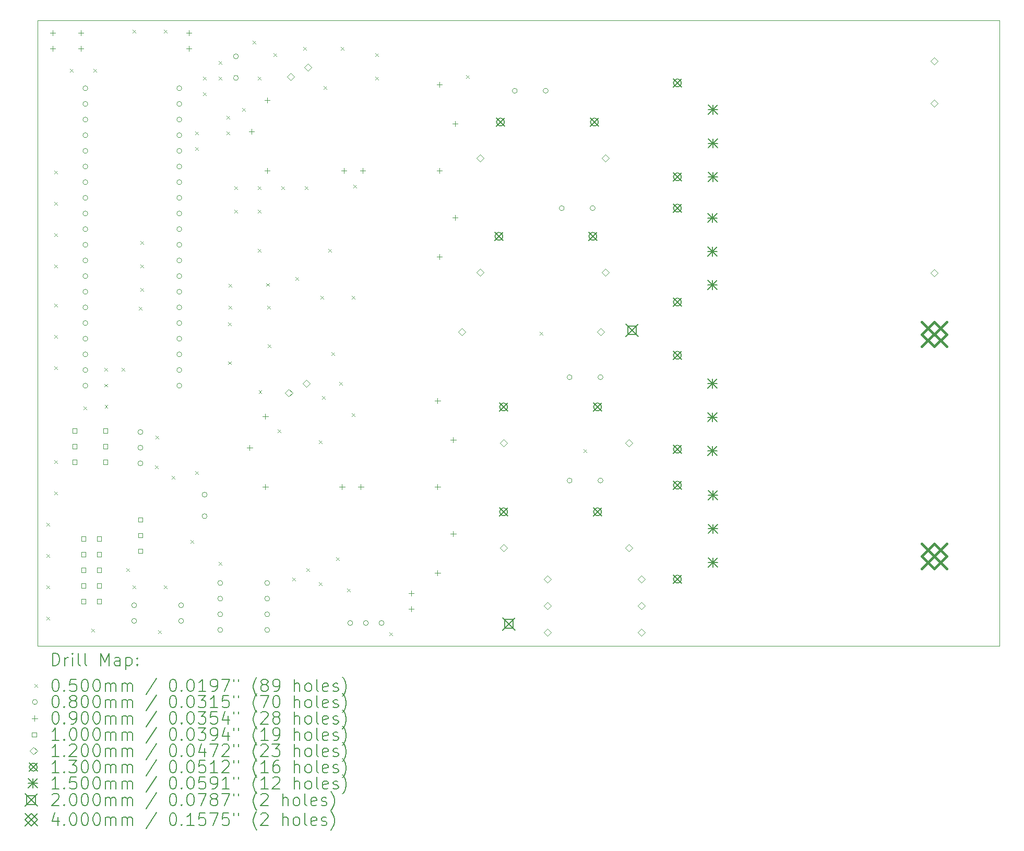
<source format=gbr>
%TF.GenerationSoftware,KiCad,Pcbnew,7.0.2*%
%TF.CreationDate,2023-05-30T11:21:09+02:00*%
%TF.ProjectId,Module_1,4d6f6475-6c65-45f3-912e-6b696361645f,rev?*%
%TF.SameCoordinates,Original*%
%TF.FileFunction,Drillmap*%
%TF.FilePolarity,Positive*%
%FSLAX45Y45*%
G04 Gerber Fmt 4.5, Leading zero omitted, Abs format (unit mm)*
G04 Created by KiCad (PCBNEW 7.0.2) date 2023-05-30 11:21:09*
%MOMM*%
%LPD*%
G01*
G04 APERTURE LIST*
%ADD10C,0.100000*%
%ADD11C,0.200000*%
%ADD12C,0.050000*%
%ADD13C,0.080000*%
%ADD14C,0.090000*%
%ADD15C,0.120000*%
%ADD16C,0.130000*%
%ADD17C,0.150000*%
%ADD18C,0.400000*%
G04 APERTURE END LIST*
D10*
X6054900Y-3505200D02*
X21656500Y-3505200D01*
X21656500Y-13657600D01*
X6054900Y-13657600D01*
X6054900Y-3505200D01*
D11*
D12*
X6198000Y-11659000D02*
X6248000Y-11709000D01*
X6248000Y-11659000D02*
X6198000Y-11709000D01*
X6198000Y-12167000D02*
X6248000Y-12217000D01*
X6248000Y-12167000D02*
X6198000Y-12217000D01*
X6198000Y-12675000D02*
X6248000Y-12725000D01*
X6248000Y-12675000D02*
X6198000Y-12725000D01*
X6198000Y-13183000D02*
X6248000Y-13233000D01*
X6248000Y-13183000D02*
X6198000Y-13233000D01*
X6325000Y-5944000D02*
X6375000Y-5994000D01*
X6375000Y-5944000D02*
X6325000Y-5994000D01*
X6325000Y-6452000D02*
X6375000Y-6502000D01*
X6375000Y-6452000D02*
X6325000Y-6502000D01*
X6325000Y-6960000D02*
X6375000Y-7010000D01*
X6375000Y-6960000D02*
X6325000Y-7010000D01*
X6325000Y-7468000D02*
X6375000Y-7518000D01*
X6375000Y-7468000D02*
X6325000Y-7518000D01*
X6325000Y-8103000D02*
X6375000Y-8153000D01*
X6375000Y-8103000D02*
X6325000Y-8153000D01*
X6325000Y-8611000D02*
X6375000Y-8661000D01*
X6375000Y-8611000D02*
X6325000Y-8661000D01*
X6325000Y-9119000D02*
X6375000Y-9169000D01*
X6375000Y-9119000D02*
X6325000Y-9169000D01*
X6325000Y-10643000D02*
X6375000Y-10693000D01*
X6375000Y-10643000D02*
X6325000Y-10693000D01*
X6325000Y-11151000D02*
X6375000Y-11201000D01*
X6375000Y-11151000D02*
X6325000Y-11201000D01*
X6579000Y-4293000D02*
X6629000Y-4343000D01*
X6629000Y-4293000D02*
X6579000Y-4343000D01*
X6801876Y-9768660D02*
X6851876Y-9818660D01*
X6851876Y-9768660D02*
X6801876Y-9818660D01*
X6927549Y-13380904D02*
X6977549Y-13430904D01*
X6977549Y-13380904D02*
X6927549Y-13430904D01*
X6960000Y-4293000D02*
X7010000Y-4343000D01*
X7010000Y-4293000D02*
X6960000Y-4343000D01*
X7139314Y-9402538D02*
X7189314Y-9452538D01*
X7189314Y-9402538D02*
X7139314Y-9452538D01*
X7141026Y-9142328D02*
X7191026Y-9192328D01*
X7191026Y-9142328D02*
X7141026Y-9192328D01*
X7141899Y-9747671D02*
X7191899Y-9797671D01*
X7191899Y-9747671D02*
X7141899Y-9797671D01*
X7417200Y-9144400D02*
X7467200Y-9194400D01*
X7467200Y-9144400D02*
X7417200Y-9194400D01*
X7493400Y-12395600D02*
X7543400Y-12445600D01*
X7543400Y-12395600D02*
X7493400Y-12445600D01*
X7595000Y-3658000D02*
X7645000Y-3708000D01*
X7645000Y-3658000D02*
X7595000Y-3708000D01*
X7595000Y-12675000D02*
X7645000Y-12725000D01*
X7645000Y-12675000D02*
X7595000Y-12725000D01*
X7696600Y-8153800D02*
X7746600Y-8203800D01*
X7746600Y-8153800D02*
X7696600Y-8203800D01*
X7722000Y-7087000D02*
X7772000Y-7137000D01*
X7772000Y-7087000D02*
X7722000Y-7137000D01*
X7722000Y-7468000D02*
X7772000Y-7518000D01*
X7772000Y-7468000D02*
X7722000Y-7518000D01*
X7722000Y-7849000D02*
X7772000Y-7899000D01*
X7772000Y-7849000D02*
X7722000Y-7899000D01*
X7960471Y-10729957D02*
X8010471Y-10779957D01*
X8010471Y-10729957D02*
X7960471Y-10779957D01*
X7968867Y-10243012D02*
X8018867Y-10293012D01*
X8018867Y-10243012D02*
X7968867Y-10293012D01*
X8010583Y-13406091D02*
X8060583Y-13456091D01*
X8060583Y-13406091D02*
X8010583Y-13456091D01*
X8103000Y-3658000D02*
X8153000Y-3708000D01*
X8153000Y-3658000D02*
X8103000Y-3708000D01*
X8103000Y-12675000D02*
X8153000Y-12725000D01*
X8153000Y-12675000D02*
X8103000Y-12725000D01*
X8230000Y-10897000D02*
X8280000Y-10947000D01*
X8280000Y-10897000D02*
X8230000Y-10947000D01*
X8534800Y-11938400D02*
X8584800Y-11988400D01*
X8584800Y-11938400D02*
X8534800Y-11988400D01*
X8611000Y-5309000D02*
X8661000Y-5359000D01*
X8661000Y-5309000D02*
X8611000Y-5359000D01*
X8611000Y-5563000D02*
X8661000Y-5613000D01*
X8661000Y-5563000D02*
X8611000Y-5613000D01*
X8611000Y-10820800D02*
X8661000Y-10870800D01*
X8661000Y-10820800D02*
X8611000Y-10870800D01*
X8738000Y-4420000D02*
X8788000Y-4470000D01*
X8788000Y-4420000D02*
X8738000Y-4470000D01*
X8738000Y-4674000D02*
X8788000Y-4724000D01*
X8788000Y-4674000D02*
X8738000Y-4724000D01*
X8992000Y-4166000D02*
X9042000Y-4216000D01*
X9042000Y-4166000D02*
X8992000Y-4216000D01*
X8992000Y-4420000D02*
X9042000Y-4470000D01*
X9042000Y-4420000D02*
X8992000Y-4470000D01*
X8992000Y-12294000D02*
X9042000Y-12344000D01*
X9042000Y-12294000D02*
X8992000Y-12344000D01*
X9119000Y-5055000D02*
X9169000Y-5105000D01*
X9169000Y-5055000D02*
X9119000Y-5105000D01*
X9119000Y-5309000D02*
X9169000Y-5359000D01*
X9169000Y-5309000D02*
X9119000Y-5359000D01*
X9144400Y-8407800D02*
X9194400Y-8457800D01*
X9194400Y-8407800D02*
X9144400Y-8457800D01*
X9144960Y-9038559D02*
X9194960Y-9088559D01*
X9194960Y-9038559D02*
X9144960Y-9088559D01*
X9150850Y-8140181D02*
X9200850Y-8190181D01*
X9200850Y-8140181D02*
X9150850Y-8190181D01*
X9156447Y-7781968D02*
X9206447Y-7831968D01*
X9206447Y-7781968D02*
X9156447Y-7831968D01*
X9246000Y-6198000D02*
X9296000Y-6248000D01*
X9296000Y-6198000D02*
X9246000Y-6248000D01*
X9246000Y-6579000D02*
X9296000Y-6629000D01*
X9296000Y-6579000D02*
X9246000Y-6629000D01*
X9373000Y-4928000D02*
X9423000Y-4978000D01*
X9423000Y-4928000D02*
X9373000Y-4978000D01*
X9541045Y-3837372D02*
X9591045Y-3887372D01*
X9591045Y-3837372D02*
X9541045Y-3887372D01*
X9627000Y-4420000D02*
X9677000Y-4470000D01*
X9677000Y-4420000D02*
X9627000Y-4470000D01*
X9627000Y-6198000D02*
X9677000Y-6248000D01*
X9677000Y-6198000D02*
X9627000Y-6248000D01*
X9627000Y-6579000D02*
X9677000Y-6629000D01*
X9677000Y-6579000D02*
X9627000Y-6629000D01*
X9627000Y-7214000D02*
X9677000Y-7264000D01*
X9677000Y-7214000D02*
X9627000Y-7264000D01*
X9639593Y-9508396D02*
X9689593Y-9558396D01*
X9689593Y-9508396D02*
X9639593Y-9558396D01*
X9764662Y-7768908D02*
X9814662Y-7818908D01*
X9814662Y-7768908D02*
X9764662Y-7818908D01*
X9777722Y-8134584D02*
X9827722Y-8184584D01*
X9827722Y-8134584D02*
X9777722Y-8184584D01*
X9786517Y-8761186D02*
X9836517Y-8811186D01*
X9836517Y-8761186D02*
X9786517Y-8811186D01*
X9881000Y-4039000D02*
X9931000Y-4089000D01*
X9931000Y-4039000D02*
X9881000Y-4089000D01*
X9949570Y-10142704D02*
X9999570Y-10192704D01*
X9999570Y-10142704D02*
X9949570Y-10192704D01*
X10008000Y-6198000D02*
X10058000Y-6248000D01*
X10058000Y-6198000D02*
X10008000Y-6248000D01*
X10185800Y-12548000D02*
X10235800Y-12598000D01*
X10235800Y-12548000D02*
X10185800Y-12598000D01*
X10236600Y-7671200D02*
X10286600Y-7721200D01*
X10286600Y-7671200D02*
X10236600Y-7721200D01*
X10363600Y-3937400D02*
X10413600Y-3987400D01*
X10413600Y-3937400D02*
X10363600Y-3987400D01*
X10389000Y-6198000D02*
X10439000Y-6248000D01*
X10439000Y-6198000D02*
X10389000Y-6248000D01*
X10414400Y-12392250D02*
X10464400Y-12442250D01*
X10464400Y-12392250D02*
X10414400Y-12442250D01*
X10617600Y-12624200D02*
X10667600Y-12674200D01*
X10667600Y-12624200D02*
X10617600Y-12674200D01*
X10619454Y-10322171D02*
X10669454Y-10372171D01*
X10669454Y-10322171D02*
X10619454Y-10372171D01*
X10643000Y-7976000D02*
X10693000Y-8026000D01*
X10693000Y-7976000D02*
X10643000Y-8026000D01*
X10668400Y-9601600D02*
X10718400Y-9651600D01*
X10718400Y-9601600D02*
X10668400Y-9651600D01*
X10693800Y-4572400D02*
X10743800Y-4622400D01*
X10743800Y-4572400D02*
X10693800Y-4622400D01*
X10770000Y-7214000D02*
X10820000Y-7264000D01*
X10820000Y-7214000D02*
X10770000Y-7264000D01*
X10820800Y-8890400D02*
X10870800Y-8940400D01*
X10870800Y-8890400D02*
X10820800Y-8940400D01*
X10897000Y-12217800D02*
X10947000Y-12267800D01*
X10947000Y-12217800D02*
X10897000Y-12267800D01*
X10947800Y-9373000D02*
X10997800Y-9423000D01*
X10997800Y-9373000D02*
X10947800Y-9423000D01*
X10973200Y-3937400D02*
X11023200Y-3987400D01*
X11023200Y-3937400D02*
X10973200Y-3987400D01*
X11074800Y-12725800D02*
X11124800Y-12775800D01*
X11124800Y-12725800D02*
X11074800Y-12775800D01*
X11151000Y-7976000D02*
X11201000Y-8026000D01*
X11201000Y-7976000D02*
X11151000Y-8026000D01*
X11151000Y-9881000D02*
X11201000Y-9931000D01*
X11201000Y-9881000D02*
X11151000Y-9931000D01*
X11176400Y-6172600D02*
X11226400Y-6222600D01*
X11226400Y-6172600D02*
X11176400Y-6222600D01*
X11532000Y-4039000D02*
X11582000Y-4089000D01*
X11582000Y-4039000D02*
X11532000Y-4089000D01*
X11532000Y-4420000D02*
X11582000Y-4470000D01*
X11582000Y-4420000D02*
X11532000Y-4470000D01*
X11760600Y-13437000D02*
X11810600Y-13487000D01*
X11810600Y-13437000D02*
X11760600Y-13487000D01*
X13005200Y-4394600D02*
X13055200Y-4444600D01*
X13055200Y-4394600D02*
X13005200Y-4444600D01*
X14199000Y-8560200D02*
X14249000Y-8610200D01*
X14249000Y-8560200D02*
X14199000Y-8610200D01*
X14910200Y-10465200D02*
X14960200Y-10515200D01*
X14960200Y-10465200D02*
X14910200Y-10515200D01*
D13*
X6868500Y-4608000D02*
G75*
G03*
X6868500Y-4608000I-40000J0D01*
G01*
X6868500Y-4862000D02*
G75*
G03*
X6868500Y-4862000I-40000J0D01*
G01*
X6868500Y-5116000D02*
G75*
G03*
X6868500Y-5116000I-40000J0D01*
G01*
X6868500Y-5370000D02*
G75*
G03*
X6868500Y-5370000I-40000J0D01*
G01*
X6868500Y-5624000D02*
G75*
G03*
X6868500Y-5624000I-40000J0D01*
G01*
X6868500Y-5878000D02*
G75*
G03*
X6868500Y-5878000I-40000J0D01*
G01*
X6868500Y-6132000D02*
G75*
G03*
X6868500Y-6132000I-40000J0D01*
G01*
X6868500Y-6386000D02*
G75*
G03*
X6868500Y-6386000I-40000J0D01*
G01*
X6868500Y-6640000D02*
G75*
G03*
X6868500Y-6640000I-40000J0D01*
G01*
X6868500Y-6894000D02*
G75*
G03*
X6868500Y-6894000I-40000J0D01*
G01*
X6868500Y-7148000D02*
G75*
G03*
X6868500Y-7148000I-40000J0D01*
G01*
X6868500Y-7402000D02*
G75*
G03*
X6868500Y-7402000I-40000J0D01*
G01*
X6868500Y-7656000D02*
G75*
G03*
X6868500Y-7656000I-40000J0D01*
G01*
X6868500Y-7910000D02*
G75*
G03*
X6868500Y-7910000I-40000J0D01*
G01*
X6868500Y-8164000D02*
G75*
G03*
X6868500Y-8164000I-40000J0D01*
G01*
X6868500Y-8418000D02*
G75*
G03*
X6868500Y-8418000I-40000J0D01*
G01*
X6868500Y-8672000D02*
G75*
G03*
X6868500Y-8672000I-40000J0D01*
G01*
X6868500Y-8926000D02*
G75*
G03*
X6868500Y-8926000I-40000J0D01*
G01*
X6868500Y-9180000D02*
G75*
G03*
X6868500Y-9180000I-40000J0D01*
G01*
X6868500Y-9434000D02*
G75*
G03*
X6868500Y-9434000I-40000J0D01*
G01*
X7661000Y-12996500D02*
G75*
G03*
X7661000Y-12996500I-40000J0D01*
G01*
X7661000Y-13250500D02*
G75*
G03*
X7661000Y-13250500I-40000J0D01*
G01*
X7761600Y-10184400D02*
G75*
G03*
X7761600Y-10184400I-40000J0D01*
G01*
X7761600Y-10438400D02*
G75*
G03*
X7761600Y-10438400I-40000J0D01*
G01*
X7761600Y-10692400D02*
G75*
G03*
X7761600Y-10692400I-40000J0D01*
G01*
X8392500Y-4608000D02*
G75*
G03*
X8392500Y-4608000I-40000J0D01*
G01*
X8392500Y-4862000D02*
G75*
G03*
X8392500Y-4862000I-40000J0D01*
G01*
X8392500Y-5116000D02*
G75*
G03*
X8392500Y-5116000I-40000J0D01*
G01*
X8392500Y-5370000D02*
G75*
G03*
X8392500Y-5370000I-40000J0D01*
G01*
X8392500Y-5624000D02*
G75*
G03*
X8392500Y-5624000I-40000J0D01*
G01*
X8392500Y-5878000D02*
G75*
G03*
X8392500Y-5878000I-40000J0D01*
G01*
X8392500Y-6132000D02*
G75*
G03*
X8392500Y-6132000I-40000J0D01*
G01*
X8392500Y-6386000D02*
G75*
G03*
X8392500Y-6386000I-40000J0D01*
G01*
X8392500Y-6640000D02*
G75*
G03*
X8392500Y-6640000I-40000J0D01*
G01*
X8392500Y-6894000D02*
G75*
G03*
X8392500Y-6894000I-40000J0D01*
G01*
X8392500Y-7148000D02*
G75*
G03*
X8392500Y-7148000I-40000J0D01*
G01*
X8392500Y-7402000D02*
G75*
G03*
X8392500Y-7402000I-40000J0D01*
G01*
X8392500Y-7656000D02*
G75*
G03*
X8392500Y-7656000I-40000J0D01*
G01*
X8392500Y-7910000D02*
G75*
G03*
X8392500Y-7910000I-40000J0D01*
G01*
X8392500Y-8164000D02*
G75*
G03*
X8392500Y-8164000I-40000J0D01*
G01*
X8392500Y-8418000D02*
G75*
G03*
X8392500Y-8418000I-40000J0D01*
G01*
X8392500Y-8672000D02*
G75*
G03*
X8392500Y-8672000I-40000J0D01*
G01*
X8392500Y-8926000D02*
G75*
G03*
X8392500Y-8926000I-40000J0D01*
G01*
X8392500Y-9180000D02*
G75*
G03*
X8392500Y-9180000I-40000J0D01*
G01*
X8392500Y-9434000D02*
G75*
G03*
X8392500Y-9434000I-40000J0D01*
G01*
X8423000Y-12996500D02*
G75*
G03*
X8423000Y-12996500I-40000J0D01*
G01*
X8423000Y-13250500D02*
G75*
G03*
X8423000Y-13250500I-40000J0D01*
G01*
X8803000Y-11201235D02*
G75*
G03*
X8803000Y-11201235I-40000J0D01*
G01*
X8803000Y-11551235D02*
G75*
G03*
X8803000Y-11551235I-40000J0D01*
G01*
X9056000Y-12635500D02*
G75*
G03*
X9056000Y-12635500I-40000J0D01*
G01*
X9056000Y-12889500D02*
G75*
G03*
X9056000Y-12889500I-40000J0D01*
G01*
X9056000Y-13143500D02*
G75*
G03*
X9056000Y-13143500I-40000J0D01*
G01*
X9056000Y-13397500D02*
G75*
G03*
X9056000Y-13397500I-40000J0D01*
G01*
X9311000Y-4089400D02*
G75*
G03*
X9311000Y-4089400I-40000J0D01*
G01*
X9311000Y-4439400D02*
G75*
G03*
X9311000Y-4439400I-40000J0D01*
G01*
X9818000Y-12635500D02*
G75*
G03*
X9818000Y-12635500I-40000J0D01*
G01*
X9818000Y-12889500D02*
G75*
G03*
X9818000Y-12889500I-40000J0D01*
G01*
X9818000Y-13143500D02*
G75*
G03*
X9818000Y-13143500I-40000J0D01*
G01*
X9818000Y-13397500D02*
G75*
G03*
X9818000Y-13397500I-40000J0D01*
G01*
X11165200Y-13284200D02*
G75*
G03*
X11165200Y-13284200I-40000J0D01*
G01*
X11419200Y-13284200D02*
G75*
G03*
X11419200Y-13284200I-40000J0D01*
G01*
X11673200Y-13284200D02*
G75*
G03*
X11673200Y-13284200I-40000J0D01*
G01*
X13836200Y-4648200D02*
G75*
G03*
X13836200Y-4648200I-40000J0D01*
G01*
X14336200Y-4648200D02*
G75*
G03*
X14336200Y-4648200I-40000J0D01*
G01*
X14598200Y-6553200D02*
G75*
G03*
X14598200Y-6553200I-40000J0D01*
G01*
X14725200Y-9296400D02*
G75*
G03*
X14725200Y-9296400I-40000J0D01*
G01*
X14725200Y-10972800D02*
G75*
G03*
X14725200Y-10972800I-40000J0D01*
G01*
X15098200Y-6553200D02*
G75*
G03*
X15098200Y-6553200I-40000J0D01*
G01*
X15225200Y-9296400D02*
G75*
G03*
X15225200Y-9296400I-40000J0D01*
G01*
X15225200Y-10972800D02*
G75*
G03*
X15225200Y-10972800I-40000J0D01*
G01*
D14*
X6299200Y-3663900D02*
X6299200Y-3753900D01*
X6254200Y-3708900D02*
X6344200Y-3708900D01*
X6299200Y-3917900D02*
X6299200Y-4007900D01*
X6254200Y-3962900D02*
X6344200Y-3962900D01*
X6756400Y-3663900D02*
X6756400Y-3753900D01*
X6711400Y-3708900D02*
X6801400Y-3708900D01*
X6756400Y-3917900D02*
X6756400Y-4007900D01*
X6711400Y-3962900D02*
X6801400Y-3962900D01*
X8509000Y-3663900D02*
X8509000Y-3753900D01*
X8464000Y-3708900D02*
X8554000Y-3708900D01*
X8509000Y-3917900D02*
X8509000Y-4007900D01*
X8464000Y-3962900D02*
X8554000Y-3962900D01*
X9495000Y-10394600D02*
X9495000Y-10484600D01*
X9450000Y-10439600D02*
X9540000Y-10439600D01*
X9525000Y-5263600D02*
X9525000Y-5353600D01*
X9480000Y-5308600D02*
X9570000Y-5308600D01*
X9749000Y-9886600D02*
X9749000Y-9976600D01*
X9704000Y-9931600D02*
X9794000Y-9931600D01*
X9749000Y-11029600D02*
X9749000Y-11119600D01*
X9704000Y-11074600D02*
X9794000Y-11074600D01*
X9779000Y-4755600D02*
X9779000Y-4845600D01*
X9734000Y-4800600D02*
X9824000Y-4800600D01*
X9779000Y-5898600D02*
X9779000Y-5988600D01*
X9734000Y-5943600D02*
X9824000Y-5943600D01*
X10993600Y-11029600D02*
X10993600Y-11119600D01*
X10948600Y-11074600D02*
X11038600Y-11074600D01*
X11023600Y-5898600D02*
X11023600Y-5988600D01*
X10978600Y-5943600D02*
X11068600Y-5943600D01*
X11298400Y-11029600D02*
X11298400Y-11119600D01*
X11253400Y-11074600D02*
X11343400Y-11074600D01*
X11328400Y-5898600D02*
X11328400Y-5988600D01*
X11283400Y-5943600D02*
X11373400Y-5943600D01*
X12115800Y-12757100D02*
X12115800Y-12847100D01*
X12070800Y-12802100D02*
X12160800Y-12802100D01*
X12115800Y-13011100D02*
X12115800Y-13101100D01*
X12070800Y-13056100D02*
X12160800Y-13056100D01*
X12543000Y-9632600D02*
X12543000Y-9722600D01*
X12498000Y-9677600D02*
X12588000Y-9677600D01*
X12543000Y-11029600D02*
X12543000Y-11119600D01*
X12498000Y-11074600D02*
X12588000Y-11074600D01*
X12543000Y-12426600D02*
X12543000Y-12516600D01*
X12498000Y-12471600D02*
X12588000Y-12471600D01*
X12573000Y-4501600D02*
X12573000Y-4591600D01*
X12528000Y-4546600D02*
X12618000Y-4546600D01*
X12573000Y-5898600D02*
X12573000Y-5988600D01*
X12528000Y-5943600D02*
X12618000Y-5943600D01*
X12573000Y-7295600D02*
X12573000Y-7385600D01*
X12528000Y-7340600D02*
X12618000Y-7340600D01*
X12797000Y-10267600D02*
X12797000Y-10357600D01*
X12752000Y-10312600D02*
X12842000Y-10312600D01*
X12797000Y-11791600D02*
X12797000Y-11881600D01*
X12752000Y-11836600D02*
X12842000Y-11836600D01*
X12827000Y-5136600D02*
X12827000Y-5226600D01*
X12782000Y-5181600D02*
X12872000Y-5181600D01*
X12827000Y-6660600D02*
X12827000Y-6750600D01*
X12782000Y-6705600D02*
X12872000Y-6705600D01*
D10*
X6687856Y-10198856D02*
X6687856Y-10128144D01*
X6617144Y-10128144D01*
X6617144Y-10198856D01*
X6687856Y-10198856D01*
X6687856Y-10452856D02*
X6687856Y-10382144D01*
X6617144Y-10382144D01*
X6617144Y-10452856D01*
X6687856Y-10452856D01*
X6687856Y-10706856D02*
X6687856Y-10636144D01*
X6617144Y-10636144D01*
X6617144Y-10706856D01*
X6687856Y-10706856D01*
X6833856Y-11951356D02*
X6833856Y-11880644D01*
X6763144Y-11880644D01*
X6763144Y-11951356D01*
X6833856Y-11951356D01*
X6833856Y-12205356D02*
X6833856Y-12134644D01*
X6763144Y-12134644D01*
X6763144Y-12205356D01*
X6833856Y-12205356D01*
X6833856Y-12459356D02*
X6833856Y-12388644D01*
X6763144Y-12388644D01*
X6763144Y-12459356D01*
X6833856Y-12459356D01*
X6833856Y-12713356D02*
X6833856Y-12642644D01*
X6763144Y-12642644D01*
X6763144Y-12713356D01*
X6833856Y-12713356D01*
X6833856Y-12967356D02*
X6833856Y-12896644D01*
X6763144Y-12896644D01*
X6763144Y-12967356D01*
X6833856Y-12967356D01*
X7087856Y-11951356D02*
X7087856Y-11880644D01*
X7017144Y-11880644D01*
X7017144Y-11951356D01*
X7087856Y-11951356D01*
X7087856Y-12205356D02*
X7087856Y-12134644D01*
X7017144Y-12134644D01*
X7017144Y-12205356D01*
X7087856Y-12205356D01*
X7087856Y-12459356D02*
X7087856Y-12388644D01*
X7017144Y-12388644D01*
X7017144Y-12459356D01*
X7087856Y-12459356D01*
X7087856Y-12713356D02*
X7087856Y-12642644D01*
X7017144Y-12642644D01*
X7017144Y-12713356D01*
X7087856Y-12713356D01*
X7087856Y-12967356D02*
X7087856Y-12896644D01*
X7017144Y-12896644D01*
X7017144Y-12967356D01*
X7087856Y-12967356D01*
X7187856Y-10198856D02*
X7187856Y-10128144D01*
X7117144Y-10128144D01*
X7117144Y-10198856D01*
X7187856Y-10198856D01*
X7187856Y-10452856D02*
X7187856Y-10382144D01*
X7117144Y-10382144D01*
X7117144Y-10452856D01*
X7187856Y-10452856D01*
X7187856Y-10706856D02*
X7187856Y-10636144D01*
X7117144Y-10636144D01*
X7117144Y-10706856D01*
X7187856Y-10706856D01*
X7756956Y-11643156D02*
X7756956Y-11572444D01*
X7686244Y-11572444D01*
X7686244Y-11643156D01*
X7756956Y-11643156D01*
X7756956Y-11897156D02*
X7756956Y-11826444D01*
X7686244Y-11826444D01*
X7686244Y-11897156D01*
X7756956Y-11897156D01*
X7756956Y-12151156D02*
X7756956Y-12080444D01*
X7686244Y-12080444D01*
X7686244Y-12151156D01*
X7756956Y-12151156D01*
D15*
X10130000Y-9610600D02*
X10190000Y-9550600D01*
X10130000Y-9490600D01*
X10070000Y-9550600D01*
X10130000Y-9610600D01*
X10160000Y-4479600D02*
X10220000Y-4419600D01*
X10160000Y-4359600D01*
X10100000Y-4419600D01*
X10160000Y-4479600D01*
X10414000Y-9458000D02*
X10474000Y-9398000D01*
X10414000Y-9338000D01*
X10354000Y-9398000D01*
X10414000Y-9458000D01*
X10439400Y-4327200D02*
X10499400Y-4267200D01*
X10439400Y-4207200D01*
X10379400Y-4267200D01*
X10439400Y-4327200D01*
X12939200Y-8619800D02*
X12999200Y-8559800D01*
X12939200Y-8499800D01*
X12879200Y-8559800D01*
X12939200Y-8619800D01*
X13233400Y-5800400D02*
X13293400Y-5740400D01*
X13233400Y-5680400D01*
X13173400Y-5740400D01*
X13233400Y-5800400D01*
X13233400Y-7654600D02*
X13293400Y-7594600D01*
X13233400Y-7534600D01*
X13173400Y-7594600D01*
X13233400Y-7654600D01*
X13614400Y-10423200D02*
X13674400Y-10363200D01*
X13614400Y-10303200D01*
X13554400Y-10363200D01*
X13614400Y-10423200D01*
X13614400Y-12125000D02*
X13674400Y-12065000D01*
X13614400Y-12005000D01*
X13554400Y-12065000D01*
X13614400Y-12125000D01*
X14325600Y-12633000D02*
X14385600Y-12573000D01*
X14325600Y-12513000D01*
X14265600Y-12573000D01*
X14325600Y-12633000D01*
X14325600Y-13064800D02*
X14385600Y-13004800D01*
X14325600Y-12944800D01*
X14265600Y-13004800D01*
X14325600Y-13064800D01*
X14325600Y-13496600D02*
X14385600Y-13436600D01*
X14325600Y-13376600D01*
X14265600Y-13436600D01*
X14325600Y-13496600D01*
X15189200Y-8619800D02*
X15249200Y-8559800D01*
X15189200Y-8499800D01*
X15129200Y-8559800D01*
X15189200Y-8619800D01*
X15265400Y-5800400D02*
X15325400Y-5740400D01*
X15265400Y-5680400D01*
X15205400Y-5740400D01*
X15265400Y-5800400D01*
X15265400Y-7654600D02*
X15325400Y-7594600D01*
X15265400Y-7534600D01*
X15205400Y-7594600D01*
X15265400Y-7654600D01*
X15646400Y-10423200D02*
X15706400Y-10363200D01*
X15646400Y-10303200D01*
X15586400Y-10363200D01*
X15646400Y-10423200D01*
X15646400Y-12125000D02*
X15706400Y-12065000D01*
X15646400Y-12005000D01*
X15586400Y-12065000D01*
X15646400Y-12125000D01*
X15849600Y-12633000D02*
X15909600Y-12573000D01*
X15849600Y-12513000D01*
X15789600Y-12573000D01*
X15849600Y-12633000D01*
X15849600Y-13064800D02*
X15909600Y-13004800D01*
X15849600Y-12944800D01*
X15789600Y-13004800D01*
X15849600Y-13064800D01*
X15849600Y-13496600D02*
X15909600Y-13436600D01*
X15849600Y-13376600D01*
X15789600Y-13436600D01*
X15849600Y-13496600D01*
X20599400Y-4225600D02*
X20659400Y-4165600D01*
X20599400Y-4105600D01*
X20539400Y-4165600D01*
X20599400Y-4225600D01*
X20600000Y-4910000D02*
X20660000Y-4850000D01*
X20600000Y-4790000D01*
X20540000Y-4850000D01*
X20600000Y-4910000D01*
X20600000Y-7660000D02*
X20660000Y-7600000D01*
X20600000Y-7540000D01*
X20540000Y-7600000D01*
X20600000Y-7660000D01*
D16*
X13473200Y-6945400D02*
X13603200Y-7075400D01*
X13603200Y-6945400D02*
X13473200Y-7075400D01*
X13603200Y-7010400D02*
G75*
G03*
X13603200Y-7010400I-65000J0D01*
G01*
X13498600Y-5091200D02*
X13628600Y-5221200D01*
X13628600Y-5091200D02*
X13498600Y-5221200D01*
X13628600Y-5156200D02*
G75*
G03*
X13628600Y-5156200I-65000J0D01*
G01*
X13549400Y-9714000D02*
X13679400Y-9844000D01*
X13679400Y-9714000D02*
X13549400Y-9844000D01*
X13679400Y-9779000D02*
G75*
G03*
X13679400Y-9779000I-65000J0D01*
G01*
X13549400Y-11415800D02*
X13679400Y-11545800D01*
X13679400Y-11415800D02*
X13549400Y-11545800D01*
X13679400Y-11480800D02*
G75*
G03*
X13679400Y-11480800I-65000J0D01*
G01*
X14997200Y-6945400D02*
X15127200Y-7075400D01*
X15127200Y-6945400D02*
X14997200Y-7075400D01*
X15127200Y-7010400D02*
G75*
G03*
X15127200Y-7010400I-65000J0D01*
G01*
X15022600Y-5091200D02*
X15152600Y-5221200D01*
X15152600Y-5091200D02*
X15022600Y-5221200D01*
X15152600Y-5156200D02*
G75*
G03*
X15152600Y-5156200I-65000J0D01*
G01*
X15073400Y-9714000D02*
X15203400Y-9844000D01*
X15203400Y-9714000D02*
X15073400Y-9844000D01*
X15203400Y-9779000D02*
G75*
G03*
X15203400Y-9779000I-65000J0D01*
G01*
X15073400Y-11415800D02*
X15203400Y-11545800D01*
X15203400Y-11415800D02*
X15073400Y-11545800D01*
X15203400Y-11480800D02*
G75*
G03*
X15203400Y-11480800I-65000J0D01*
G01*
X16368800Y-4456200D02*
X16498800Y-4586200D01*
X16498800Y-4456200D02*
X16368800Y-4586200D01*
X16498800Y-4521200D02*
G75*
G03*
X16498800Y-4521200I-65000J0D01*
G01*
X16368800Y-5980200D02*
X16498800Y-6110200D01*
X16498800Y-5980200D02*
X16368800Y-6110200D01*
X16498800Y-6045200D02*
G75*
G03*
X16498800Y-6045200I-65000J0D01*
G01*
X16368800Y-6488200D02*
X16498800Y-6618200D01*
X16498800Y-6488200D02*
X16368800Y-6618200D01*
X16498800Y-6553200D02*
G75*
G03*
X16498800Y-6553200I-65000J0D01*
G01*
X16368800Y-8012200D02*
X16498800Y-8142200D01*
X16498800Y-8012200D02*
X16368800Y-8142200D01*
X16498800Y-8077200D02*
G75*
G03*
X16498800Y-8077200I-65000J0D01*
G01*
X16368800Y-8875800D02*
X16498800Y-9005800D01*
X16498800Y-8875800D02*
X16368800Y-9005800D01*
X16498800Y-8940800D02*
G75*
G03*
X16498800Y-8940800I-65000J0D01*
G01*
X16368800Y-10399800D02*
X16498800Y-10529800D01*
X16498800Y-10399800D02*
X16368800Y-10529800D01*
X16498800Y-10464800D02*
G75*
G03*
X16498800Y-10464800I-65000J0D01*
G01*
X16368800Y-10984000D02*
X16498800Y-11114000D01*
X16498800Y-10984000D02*
X16368800Y-11114000D01*
X16498800Y-11049000D02*
G75*
G03*
X16498800Y-11049000I-65000J0D01*
G01*
X16368800Y-12508000D02*
X16498800Y-12638000D01*
X16498800Y-12508000D02*
X16368800Y-12638000D01*
X16498800Y-12573000D02*
G75*
G03*
X16498800Y-12573000I-65000J0D01*
G01*
D17*
X16925000Y-6635000D02*
X17075000Y-6785000D01*
X17075000Y-6635000D02*
X16925000Y-6785000D01*
X17000000Y-6635000D02*
X17000000Y-6785000D01*
X16925000Y-6710000D02*
X17075000Y-6710000D01*
X16925000Y-7180000D02*
X17075000Y-7330000D01*
X17075000Y-7180000D02*
X16925000Y-7330000D01*
X17000000Y-7180000D02*
X17000000Y-7330000D01*
X16925000Y-7255000D02*
X17075000Y-7255000D01*
X16925000Y-7725000D02*
X17075000Y-7875000D01*
X17075000Y-7725000D02*
X16925000Y-7875000D01*
X17000000Y-7725000D02*
X17000000Y-7875000D01*
X16925000Y-7800000D02*
X17075000Y-7800000D01*
X16925000Y-9325000D02*
X17075000Y-9475000D01*
X17075000Y-9325000D02*
X16925000Y-9475000D01*
X17000000Y-9325000D02*
X17000000Y-9475000D01*
X16925000Y-9400000D02*
X17075000Y-9400000D01*
X16925000Y-9870000D02*
X17075000Y-10020000D01*
X17075000Y-9870000D02*
X16925000Y-10020000D01*
X17000000Y-9870000D02*
X17000000Y-10020000D01*
X16925000Y-9945000D02*
X17075000Y-9945000D01*
X16925000Y-10415000D02*
X17075000Y-10565000D01*
X17075000Y-10415000D02*
X16925000Y-10565000D01*
X17000000Y-10415000D02*
X17000000Y-10565000D01*
X16925000Y-10490000D02*
X17075000Y-10490000D01*
X16936000Y-4880000D02*
X17086000Y-5030000D01*
X17086000Y-4880000D02*
X16936000Y-5030000D01*
X17011000Y-4880000D02*
X17011000Y-5030000D01*
X16936000Y-4955000D02*
X17086000Y-4955000D01*
X16936000Y-5425000D02*
X17086000Y-5575000D01*
X17086000Y-5425000D02*
X16936000Y-5575000D01*
X17011000Y-5425000D02*
X17011000Y-5575000D01*
X16936000Y-5500000D02*
X17086000Y-5500000D01*
X16936000Y-5970000D02*
X17086000Y-6120000D01*
X17086000Y-5970000D02*
X16936000Y-6120000D01*
X17011000Y-5970000D02*
X17011000Y-6120000D01*
X16936000Y-6045000D02*
X17086000Y-6045000D01*
X16936000Y-11135000D02*
X17086000Y-11285000D01*
X17086000Y-11135000D02*
X16936000Y-11285000D01*
X17011000Y-11135000D02*
X17011000Y-11285000D01*
X16936000Y-11210000D02*
X17086000Y-11210000D01*
X16936000Y-11680000D02*
X17086000Y-11830000D01*
X17086000Y-11680000D02*
X16936000Y-11830000D01*
X17011000Y-11680000D02*
X17011000Y-11830000D01*
X16936000Y-11755000D02*
X17086000Y-11755000D01*
X16936000Y-12225000D02*
X17086000Y-12375000D01*
X17086000Y-12225000D02*
X16936000Y-12375000D01*
X17011000Y-12225000D02*
X17011000Y-12375000D01*
X16936000Y-12300000D02*
X17086000Y-12300000D01*
D11*
X13600000Y-13200000D02*
X13800000Y-13400000D01*
X13800000Y-13200000D02*
X13600000Y-13400000D01*
X13770711Y-13370711D02*
X13770711Y-13229289D01*
X13629289Y-13229289D01*
X13629289Y-13370711D01*
X13770711Y-13370711D01*
X15597200Y-8434400D02*
X15797200Y-8634400D01*
X15797200Y-8434400D02*
X15597200Y-8634400D01*
X15767911Y-8605111D02*
X15767911Y-8463689D01*
X15626489Y-8463689D01*
X15626489Y-8605111D01*
X15767911Y-8605111D01*
D18*
X20400000Y-8400000D02*
X20800000Y-8800000D01*
X20800000Y-8400000D02*
X20400000Y-8800000D01*
X20600000Y-8800000D02*
X20800000Y-8600000D01*
X20600000Y-8400000D01*
X20400000Y-8600000D01*
X20600000Y-8800000D01*
X20400000Y-12000000D02*
X20800000Y-12400000D01*
X20800000Y-12000000D02*
X20400000Y-12400000D01*
X20600000Y-12400000D02*
X20800000Y-12200000D01*
X20600000Y-12000000D01*
X20400000Y-12200000D01*
X20600000Y-12400000D01*
D11*
X6297519Y-13975124D02*
X6297519Y-13775124D01*
X6297519Y-13775124D02*
X6345138Y-13775124D01*
X6345138Y-13775124D02*
X6373709Y-13784648D01*
X6373709Y-13784648D02*
X6392757Y-13803695D01*
X6392757Y-13803695D02*
X6402281Y-13822743D01*
X6402281Y-13822743D02*
X6411805Y-13860838D01*
X6411805Y-13860838D02*
X6411805Y-13889409D01*
X6411805Y-13889409D02*
X6402281Y-13927505D01*
X6402281Y-13927505D02*
X6392757Y-13946552D01*
X6392757Y-13946552D02*
X6373709Y-13965600D01*
X6373709Y-13965600D02*
X6345138Y-13975124D01*
X6345138Y-13975124D02*
X6297519Y-13975124D01*
X6497519Y-13975124D02*
X6497519Y-13841790D01*
X6497519Y-13879886D02*
X6507043Y-13860838D01*
X6507043Y-13860838D02*
X6516567Y-13851314D01*
X6516567Y-13851314D02*
X6535614Y-13841790D01*
X6535614Y-13841790D02*
X6554662Y-13841790D01*
X6621328Y-13975124D02*
X6621328Y-13841790D01*
X6621328Y-13775124D02*
X6611805Y-13784648D01*
X6611805Y-13784648D02*
X6621328Y-13794171D01*
X6621328Y-13794171D02*
X6630852Y-13784648D01*
X6630852Y-13784648D02*
X6621328Y-13775124D01*
X6621328Y-13775124D02*
X6621328Y-13794171D01*
X6745138Y-13975124D02*
X6726090Y-13965600D01*
X6726090Y-13965600D02*
X6716567Y-13946552D01*
X6716567Y-13946552D02*
X6716567Y-13775124D01*
X6849900Y-13975124D02*
X6830852Y-13965600D01*
X6830852Y-13965600D02*
X6821328Y-13946552D01*
X6821328Y-13946552D02*
X6821328Y-13775124D01*
X7078471Y-13975124D02*
X7078471Y-13775124D01*
X7078471Y-13775124D02*
X7145138Y-13917981D01*
X7145138Y-13917981D02*
X7211805Y-13775124D01*
X7211805Y-13775124D02*
X7211805Y-13975124D01*
X7392757Y-13975124D02*
X7392757Y-13870362D01*
X7392757Y-13870362D02*
X7383233Y-13851314D01*
X7383233Y-13851314D02*
X7364186Y-13841790D01*
X7364186Y-13841790D02*
X7326090Y-13841790D01*
X7326090Y-13841790D02*
X7307043Y-13851314D01*
X7392757Y-13965600D02*
X7373709Y-13975124D01*
X7373709Y-13975124D02*
X7326090Y-13975124D01*
X7326090Y-13975124D02*
X7307043Y-13965600D01*
X7307043Y-13965600D02*
X7297519Y-13946552D01*
X7297519Y-13946552D02*
X7297519Y-13927505D01*
X7297519Y-13927505D02*
X7307043Y-13908457D01*
X7307043Y-13908457D02*
X7326090Y-13898933D01*
X7326090Y-13898933D02*
X7373709Y-13898933D01*
X7373709Y-13898933D02*
X7392757Y-13889409D01*
X7487995Y-13841790D02*
X7487995Y-14041790D01*
X7487995Y-13851314D02*
X7507043Y-13841790D01*
X7507043Y-13841790D02*
X7545138Y-13841790D01*
X7545138Y-13841790D02*
X7564186Y-13851314D01*
X7564186Y-13851314D02*
X7573709Y-13860838D01*
X7573709Y-13860838D02*
X7583233Y-13879886D01*
X7583233Y-13879886D02*
X7583233Y-13937028D01*
X7583233Y-13937028D02*
X7573709Y-13956076D01*
X7573709Y-13956076D02*
X7564186Y-13965600D01*
X7564186Y-13965600D02*
X7545138Y-13975124D01*
X7545138Y-13975124D02*
X7507043Y-13975124D01*
X7507043Y-13975124D02*
X7487995Y-13965600D01*
X7668948Y-13956076D02*
X7678471Y-13965600D01*
X7678471Y-13965600D02*
X7668948Y-13975124D01*
X7668948Y-13975124D02*
X7659424Y-13965600D01*
X7659424Y-13965600D02*
X7668948Y-13956076D01*
X7668948Y-13956076D02*
X7668948Y-13975124D01*
X7668948Y-13851314D02*
X7678471Y-13860838D01*
X7678471Y-13860838D02*
X7668948Y-13870362D01*
X7668948Y-13870362D02*
X7659424Y-13860838D01*
X7659424Y-13860838D02*
X7668948Y-13851314D01*
X7668948Y-13851314D02*
X7668948Y-13870362D01*
D12*
X5999900Y-14277600D02*
X6049900Y-14327600D01*
X6049900Y-14277600D02*
X5999900Y-14327600D01*
D11*
X6335614Y-14195124D02*
X6354662Y-14195124D01*
X6354662Y-14195124D02*
X6373709Y-14204648D01*
X6373709Y-14204648D02*
X6383233Y-14214171D01*
X6383233Y-14214171D02*
X6392757Y-14233219D01*
X6392757Y-14233219D02*
X6402281Y-14271314D01*
X6402281Y-14271314D02*
X6402281Y-14318933D01*
X6402281Y-14318933D02*
X6392757Y-14357028D01*
X6392757Y-14357028D02*
X6383233Y-14376076D01*
X6383233Y-14376076D02*
X6373709Y-14385600D01*
X6373709Y-14385600D02*
X6354662Y-14395124D01*
X6354662Y-14395124D02*
X6335614Y-14395124D01*
X6335614Y-14395124D02*
X6316567Y-14385600D01*
X6316567Y-14385600D02*
X6307043Y-14376076D01*
X6307043Y-14376076D02*
X6297519Y-14357028D01*
X6297519Y-14357028D02*
X6287995Y-14318933D01*
X6287995Y-14318933D02*
X6287995Y-14271314D01*
X6287995Y-14271314D02*
X6297519Y-14233219D01*
X6297519Y-14233219D02*
X6307043Y-14214171D01*
X6307043Y-14214171D02*
X6316567Y-14204648D01*
X6316567Y-14204648D02*
X6335614Y-14195124D01*
X6487995Y-14376076D02*
X6497519Y-14385600D01*
X6497519Y-14385600D02*
X6487995Y-14395124D01*
X6487995Y-14395124D02*
X6478471Y-14385600D01*
X6478471Y-14385600D02*
X6487995Y-14376076D01*
X6487995Y-14376076D02*
X6487995Y-14395124D01*
X6678471Y-14195124D02*
X6583233Y-14195124D01*
X6583233Y-14195124D02*
X6573709Y-14290362D01*
X6573709Y-14290362D02*
X6583233Y-14280838D01*
X6583233Y-14280838D02*
X6602281Y-14271314D01*
X6602281Y-14271314D02*
X6649900Y-14271314D01*
X6649900Y-14271314D02*
X6668948Y-14280838D01*
X6668948Y-14280838D02*
X6678471Y-14290362D01*
X6678471Y-14290362D02*
X6687995Y-14309409D01*
X6687995Y-14309409D02*
X6687995Y-14357028D01*
X6687995Y-14357028D02*
X6678471Y-14376076D01*
X6678471Y-14376076D02*
X6668948Y-14385600D01*
X6668948Y-14385600D02*
X6649900Y-14395124D01*
X6649900Y-14395124D02*
X6602281Y-14395124D01*
X6602281Y-14395124D02*
X6583233Y-14385600D01*
X6583233Y-14385600D02*
X6573709Y-14376076D01*
X6811805Y-14195124D02*
X6830852Y-14195124D01*
X6830852Y-14195124D02*
X6849900Y-14204648D01*
X6849900Y-14204648D02*
X6859424Y-14214171D01*
X6859424Y-14214171D02*
X6868948Y-14233219D01*
X6868948Y-14233219D02*
X6878471Y-14271314D01*
X6878471Y-14271314D02*
X6878471Y-14318933D01*
X6878471Y-14318933D02*
X6868948Y-14357028D01*
X6868948Y-14357028D02*
X6859424Y-14376076D01*
X6859424Y-14376076D02*
X6849900Y-14385600D01*
X6849900Y-14385600D02*
X6830852Y-14395124D01*
X6830852Y-14395124D02*
X6811805Y-14395124D01*
X6811805Y-14395124D02*
X6792757Y-14385600D01*
X6792757Y-14385600D02*
X6783233Y-14376076D01*
X6783233Y-14376076D02*
X6773709Y-14357028D01*
X6773709Y-14357028D02*
X6764186Y-14318933D01*
X6764186Y-14318933D02*
X6764186Y-14271314D01*
X6764186Y-14271314D02*
X6773709Y-14233219D01*
X6773709Y-14233219D02*
X6783233Y-14214171D01*
X6783233Y-14214171D02*
X6792757Y-14204648D01*
X6792757Y-14204648D02*
X6811805Y-14195124D01*
X7002281Y-14195124D02*
X7021329Y-14195124D01*
X7021329Y-14195124D02*
X7040376Y-14204648D01*
X7040376Y-14204648D02*
X7049900Y-14214171D01*
X7049900Y-14214171D02*
X7059424Y-14233219D01*
X7059424Y-14233219D02*
X7068948Y-14271314D01*
X7068948Y-14271314D02*
X7068948Y-14318933D01*
X7068948Y-14318933D02*
X7059424Y-14357028D01*
X7059424Y-14357028D02*
X7049900Y-14376076D01*
X7049900Y-14376076D02*
X7040376Y-14385600D01*
X7040376Y-14385600D02*
X7021329Y-14395124D01*
X7021329Y-14395124D02*
X7002281Y-14395124D01*
X7002281Y-14395124D02*
X6983233Y-14385600D01*
X6983233Y-14385600D02*
X6973709Y-14376076D01*
X6973709Y-14376076D02*
X6964186Y-14357028D01*
X6964186Y-14357028D02*
X6954662Y-14318933D01*
X6954662Y-14318933D02*
X6954662Y-14271314D01*
X6954662Y-14271314D02*
X6964186Y-14233219D01*
X6964186Y-14233219D02*
X6973709Y-14214171D01*
X6973709Y-14214171D02*
X6983233Y-14204648D01*
X6983233Y-14204648D02*
X7002281Y-14195124D01*
X7154662Y-14395124D02*
X7154662Y-14261790D01*
X7154662Y-14280838D02*
X7164186Y-14271314D01*
X7164186Y-14271314D02*
X7183233Y-14261790D01*
X7183233Y-14261790D02*
X7211805Y-14261790D01*
X7211805Y-14261790D02*
X7230852Y-14271314D01*
X7230852Y-14271314D02*
X7240376Y-14290362D01*
X7240376Y-14290362D02*
X7240376Y-14395124D01*
X7240376Y-14290362D02*
X7249900Y-14271314D01*
X7249900Y-14271314D02*
X7268948Y-14261790D01*
X7268948Y-14261790D02*
X7297519Y-14261790D01*
X7297519Y-14261790D02*
X7316567Y-14271314D01*
X7316567Y-14271314D02*
X7326090Y-14290362D01*
X7326090Y-14290362D02*
X7326090Y-14395124D01*
X7421329Y-14395124D02*
X7421329Y-14261790D01*
X7421329Y-14280838D02*
X7430852Y-14271314D01*
X7430852Y-14271314D02*
X7449900Y-14261790D01*
X7449900Y-14261790D02*
X7478471Y-14261790D01*
X7478471Y-14261790D02*
X7497519Y-14271314D01*
X7497519Y-14271314D02*
X7507043Y-14290362D01*
X7507043Y-14290362D02*
X7507043Y-14395124D01*
X7507043Y-14290362D02*
X7516567Y-14271314D01*
X7516567Y-14271314D02*
X7535614Y-14261790D01*
X7535614Y-14261790D02*
X7564186Y-14261790D01*
X7564186Y-14261790D02*
X7583233Y-14271314D01*
X7583233Y-14271314D02*
X7592757Y-14290362D01*
X7592757Y-14290362D02*
X7592757Y-14395124D01*
X7983233Y-14185600D02*
X7811805Y-14442743D01*
X8240376Y-14195124D02*
X8259424Y-14195124D01*
X8259424Y-14195124D02*
X8278472Y-14204648D01*
X8278472Y-14204648D02*
X8287995Y-14214171D01*
X8287995Y-14214171D02*
X8297519Y-14233219D01*
X8297519Y-14233219D02*
X8307043Y-14271314D01*
X8307043Y-14271314D02*
X8307043Y-14318933D01*
X8307043Y-14318933D02*
X8297519Y-14357028D01*
X8297519Y-14357028D02*
X8287995Y-14376076D01*
X8287995Y-14376076D02*
X8278472Y-14385600D01*
X8278472Y-14385600D02*
X8259424Y-14395124D01*
X8259424Y-14395124D02*
X8240376Y-14395124D01*
X8240376Y-14395124D02*
X8221329Y-14385600D01*
X8221329Y-14385600D02*
X8211805Y-14376076D01*
X8211805Y-14376076D02*
X8202281Y-14357028D01*
X8202281Y-14357028D02*
X8192757Y-14318933D01*
X8192757Y-14318933D02*
X8192757Y-14271314D01*
X8192757Y-14271314D02*
X8202281Y-14233219D01*
X8202281Y-14233219D02*
X8211805Y-14214171D01*
X8211805Y-14214171D02*
X8221329Y-14204648D01*
X8221329Y-14204648D02*
X8240376Y-14195124D01*
X8392757Y-14376076D02*
X8402281Y-14385600D01*
X8402281Y-14385600D02*
X8392757Y-14395124D01*
X8392757Y-14395124D02*
X8383233Y-14385600D01*
X8383233Y-14385600D02*
X8392757Y-14376076D01*
X8392757Y-14376076D02*
X8392757Y-14395124D01*
X8526091Y-14195124D02*
X8545138Y-14195124D01*
X8545138Y-14195124D02*
X8564186Y-14204648D01*
X8564186Y-14204648D02*
X8573710Y-14214171D01*
X8573710Y-14214171D02*
X8583234Y-14233219D01*
X8583234Y-14233219D02*
X8592757Y-14271314D01*
X8592757Y-14271314D02*
X8592757Y-14318933D01*
X8592757Y-14318933D02*
X8583234Y-14357028D01*
X8583234Y-14357028D02*
X8573710Y-14376076D01*
X8573710Y-14376076D02*
X8564186Y-14385600D01*
X8564186Y-14385600D02*
X8545138Y-14395124D01*
X8545138Y-14395124D02*
X8526091Y-14395124D01*
X8526091Y-14395124D02*
X8507043Y-14385600D01*
X8507043Y-14385600D02*
X8497519Y-14376076D01*
X8497519Y-14376076D02*
X8487995Y-14357028D01*
X8487995Y-14357028D02*
X8478472Y-14318933D01*
X8478472Y-14318933D02*
X8478472Y-14271314D01*
X8478472Y-14271314D02*
X8487995Y-14233219D01*
X8487995Y-14233219D02*
X8497519Y-14214171D01*
X8497519Y-14214171D02*
X8507043Y-14204648D01*
X8507043Y-14204648D02*
X8526091Y-14195124D01*
X8783234Y-14395124D02*
X8668948Y-14395124D01*
X8726091Y-14395124D02*
X8726091Y-14195124D01*
X8726091Y-14195124D02*
X8707043Y-14223695D01*
X8707043Y-14223695D02*
X8687995Y-14242743D01*
X8687995Y-14242743D02*
X8668948Y-14252267D01*
X8878472Y-14395124D02*
X8916567Y-14395124D01*
X8916567Y-14395124D02*
X8935615Y-14385600D01*
X8935615Y-14385600D02*
X8945138Y-14376076D01*
X8945138Y-14376076D02*
X8964186Y-14347505D01*
X8964186Y-14347505D02*
X8973710Y-14309409D01*
X8973710Y-14309409D02*
X8973710Y-14233219D01*
X8973710Y-14233219D02*
X8964186Y-14214171D01*
X8964186Y-14214171D02*
X8954662Y-14204648D01*
X8954662Y-14204648D02*
X8935615Y-14195124D01*
X8935615Y-14195124D02*
X8897519Y-14195124D01*
X8897519Y-14195124D02*
X8878472Y-14204648D01*
X8878472Y-14204648D02*
X8868948Y-14214171D01*
X8868948Y-14214171D02*
X8859424Y-14233219D01*
X8859424Y-14233219D02*
X8859424Y-14280838D01*
X8859424Y-14280838D02*
X8868948Y-14299886D01*
X8868948Y-14299886D02*
X8878472Y-14309409D01*
X8878472Y-14309409D02*
X8897519Y-14318933D01*
X8897519Y-14318933D02*
X8935615Y-14318933D01*
X8935615Y-14318933D02*
X8954662Y-14309409D01*
X8954662Y-14309409D02*
X8964186Y-14299886D01*
X8964186Y-14299886D02*
X8973710Y-14280838D01*
X9040376Y-14195124D02*
X9173710Y-14195124D01*
X9173710Y-14195124D02*
X9087995Y-14395124D01*
X9240376Y-14195124D02*
X9240376Y-14233219D01*
X9316567Y-14195124D02*
X9316567Y-14233219D01*
X9611805Y-14471314D02*
X9602281Y-14461790D01*
X9602281Y-14461790D02*
X9583234Y-14433219D01*
X9583234Y-14433219D02*
X9573710Y-14414171D01*
X9573710Y-14414171D02*
X9564186Y-14385600D01*
X9564186Y-14385600D02*
X9554662Y-14337981D01*
X9554662Y-14337981D02*
X9554662Y-14299886D01*
X9554662Y-14299886D02*
X9564186Y-14252267D01*
X9564186Y-14252267D02*
X9573710Y-14223695D01*
X9573710Y-14223695D02*
X9583234Y-14204648D01*
X9583234Y-14204648D02*
X9602281Y-14176076D01*
X9602281Y-14176076D02*
X9611805Y-14166552D01*
X9716567Y-14280838D02*
X9697519Y-14271314D01*
X9697519Y-14271314D02*
X9687996Y-14261790D01*
X9687996Y-14261790D02*
X9678472Y-14242743D01*
X9678472Y-14242743D02*
X9678472Y-14233219D01*
X9678472Y-14233219D02*
X9687996Y-14214171D01*
X9687996Y-14214171D02*
X9697519Y-14204648D01*
X9697519Y-14204648D02*
X9716567Y-14195124D01*
X9716567Y-14195124D02*
X9754662Y-14195124D01*
X9754662Y-14195124D02*
X9773710Y-14204648D01*
X9773710Y-14204648D02*
X9783234Y-14214171D01*
X9783234Y-14214171D02*
X9792757Y-14233219D01*
X9792757Y-14233219D02*
X9792757Y-14242743D01*
X9792757Y-14242743D02*
X9783234Y-14261790D01*
X9783234Y-14261790D02*
X9773710Y-14271314D01*
X9773710Y-14271314D02*
X9754662Y-14280838D01*
X9754662Y-14280838D02*
X9716567Y-14280838D01*
X9716567Y-14280838D02*
X9697519Y-14290362D01*
X9697519Y-14290362D02*
X9687996Y-14299886D01*
X9687996Y-14299886D02*
X9678472Y-14318933D01*
X9678472Y-14318933D02*
X9678472Y-14357028D01*
X9678472Y-14357028D02*
X9687996Y-14376076D01*
X9687996Y-14376076D02*
X9697519Y-14385600D01*
X9697519Y-14385600D02*
X9716567Y-14395124D01*
X9716567Y-14395124D02*
X9754662Y-14395124D01*
X9754662Y-14395124D02*
X9773710Y-14385600D01*
X9773710Y-14385600D02*
X9783234Y-14376076D01*
X9783234Y-14376076D02*
X9792757Y-14357028D01*
X9792757Y-14357028D02*
X9792757Y-14318933D01*
X9792757Y-14318933D02*
X9783234Y-14299886D01*
X9783234Y-14299886D02*
X9773710Y-14290362D01*
X9773710Y-14290362D02*
X9754662Y-14280838D01*
X9887996Y-14395124D02*
X9926091Y-14395124D01*
X9926091Y-14395124D02*
X9945138Y-14385600D01*
X9945138Y-14385600D02*
X9954662Y-14376076D01*
X9954662Y-14376076D02*
X9973710Y-14347505D01*
X9973710Y-14347505D02*
X9983234Y-14309409D01*
X9983234Y-14309409D02*
X9983234Y-14233219D01*
X9983234Y-14233219D02*
X9973710Y-14214171D01*
X9973710Y-14214171D02*
X9964186Y-14204648D01*
X9964186Y-14204648D02*
X9945138Y-14195124D01*
X9945138Y-14195124D02*
X9907043Y-14195124D01*
X9907043Y-14195124D02*
X9887996Y-14204648D01*
X9887996Y-14204648D02*
X9878472Y-14214171D01*
X9878472Y-14214171D02*
X9868948Y-14233219D01*
X9868948Y-14233219D02*
X9868948Y-14280838D01*
X9868948Y-14280838D02*
X9878472Y-14299886D01*
X9878472Y-14299886D02*
X9887996Y-14309409D01*
X9887996Y-14309409D02*
X9907043Y-14318933D01*
X9907043Y-14318933D02*
X9945138Y-14318933D01*
X9945138Y-14318933D02*
X9964186Y-14309409D01*
X9964186Y-14309409D02*
X9973710Y-14299886D01*
X9973710Y-14299886D02*
X9983234Y-14280838D01*
X10221329Y-14395124D02*
X10221329Y-14195124D01*
X10307043Y-14395124D02*
X10307043Y-14290362D01*
X10307043Y-14290362D02*
X10297519Y-14271314D01*
X10297519Y-14271314D02*
X10278472Y-14261790D01*
X10278472Y-14261790D02*
X10249900Y-14261790D01*
X10249900Y-14261790D02*
X10230853Y-14271314D01*
X10230853Y-14271314D02*
X10221329Y-14280838D01*
X10430853Y-14395124D02*
X10411805Y-14385600D01*
X10411805Y-14385600D02*
X10402281Y-14376076D01*
X10402281Y-14376076D02*
X10392758Y-14357028D01*
X10392758Y-14357028D02*
X10392758Y-14299886D01*
X10392758Y-14299886D02*
X10402281Y-14280838D01*
X10402281Y-14280838D02*
X10411805Y-14271314D01*
X10411805Y-14271314D02*
X10430853Y-14261790D01*
X10430853Y-14261790D02*
X10459424Y-14261790D01*
X10459424Y-14261790D02*
X10478472Y-14271314D01*
X10478472Y-14271314D02*
X10487996Y-14280838D01*
X10487996Y-14280838D02*
X10497519Y-14299886D01*
X10497519Y-14299886D02*
X10497519Y-14357028D01*
X10497519Y-14357028D02*
X10487996Y-14376076D01*
X10487996Y-14376076D02*
X10478472Y-14385600D01*
X10478472Y-14385600D02*
X10459424Y-14395124D01*
X10459424Y-14395124D02*
X10430853Y-14395124D01*
X10611805Y-14395124D02*
X10592758Y-14385600D01*
X10592758Y-14385600D02*
X10583234Y-14366552D01*
X10583234Y-14366552D02*
X10583234Y-14195124D01*
X10764186Y-14385600D02*
X10745139Y-14395124D01*
X10745139Y-14395124D02*
X10707043Y-14395124D01*
X10707043Y-14395124D02*
X10687996Y-14385600D01*
X10687996Y-14385600D02*
X10678472Y-14366552D01*
X10678472Y-14366552D02*
X10678472Y-14290362D01*
X10678472Y-14290362D02*
X10687996Y-14271314D01*
X10687996Y-14271314D02*
X10707043Y-14261790D01*
X10707043Y-14261790D02*
X10745139Y-14261790D01*
X10745139Y-14261790D02*
X10764186Y-14271314D01*
X10764186Y-14271314D02*
X10773710Y-14290362D01*
X10773710Y-14290362D02*
X10773710Y-14309409D01*
X10773710Y-14309409D02*
X10678472Y-14328457D01*
X10849900Y-14385600D02*
X10868948Y-14395124D01*
X10868948Y-14395124D02*
X10907043Y-14395124D01*
X10907043Y-14395124D02*
X10926091Y-14385600D01*
X10926091Y-14385600D02*
X10935615Y-14366552D01*
X10935615Y-14366552D02*
X10935615Y-14357028D01*
X10935615Y-14357028D02*
X10926091Y-14337981D01*
X10926091Y-14337981D02*
X10907043Y-14328457D01*
X10907043Y-14328457D02*
X10878472Y-14328457D01*
X10878472Y-14328457D02*
X10859424Y-14318933D01*
X10859424Y-14318933D02*
X10849900Y-14299886D01*
X10849900Y-14299886D02*
X10849900Y-14290362D01*
X10849900Y-14290362D02*
X10859424Y-14271314D01*
X10859424Y-14271314D02*
X10878472Y-14261790D01*
X10878472Y-14261790D02*
X10907043Y-14261790D01*
X10907043Y-14261790D02*
X10926091Y-14271314D01*
X11002281Y-14471314D02*
X11011805Y-14461790D01*
X11011805Y-14461790D02*
X11030853Y-14433219D01*
X11030853Y-14433219D02*
X11040377Y-14414171D01*
X11040377Y-14414171D02*
X11049900Y-14385600D01*
X11049900Y-14385600D02*
X11059424Y-14337981D01*
X11059424Y-14337981D02*
X11059424Y-14299886D01*
X11059424Y-14299886D02*
X11049900Y-14252267D01*
X11049900Y-14252267D02*
X11040377Y-14223695D01*
X11040377Y-14223695D02*
X11030853Y-14204648D01*
X11030853Y-14204648D02*
X11011805Y-14176076D01*
X11011805Y-14176076D02*
X11002281Y-14166552D01*
D13*
X6049900Y-14566600D02*
G75*
G03*
X6049900Y-14566600I-40000J0D01*
G01*
D11*
X6335614Y-14459124D02*
X6354662Y-14459124D01*
X6354662Y-14459124D02*
X6373709Y-14468648D01*
X6373709Y-14468648D02*
X6383233Y-14478171D01*
X6383233Y-14478171D02*
X6392757Y-14497219D01*
X6392757Y-14497219D02*
X6402281Y-14535314D01*
X6402281Y-14535314D02*
X6402281Y-14582933D01*
X6402281Y-14582933D02*
X6392757Y-14621028D01*
X6392757Y-14621028D02*
X6383233Y-14640076D01*
X6383233Y-14640076D02*
X6373709Y-14649600D01*
X6373709Y-14649600D02*
X6354662Y-14659124D01*
X6354662Y-14659124D02*
X6335614Y-14659124D01*
X6335614Y-14659124D02*
X6316567Y-14649600D01*
X6316567Y-14649600D02*
X6307043Y-14640076D01*
X6307043Y-14640076D02*
X6297519Y-14621028D01*
X6297519Y-14621028D02*
X6287995Y-14582933D01*
X6287995Y-14582933D02*
X6287995Y-14535314D01*
X6287995Y-14535314D02*
X6297519Y-14497219D01*
X6297519Y-14497219D02*
X6307043Y-14478171D01*
X6307043Y-14478171D02*
X6316567Y-14468648D01*
X6316567Y-14468648D02*
X6335614Y-14459124D01*
X6487995Y-14640076D02*
X6497519Y-14649600D01*
X6497519Y-14649600D02*
X6487995Y-14659124D01*
X6487995Y-14659124D02*
X6478471Y-14649600D01*
X6478471Y-14649600D02*
X6487995Y-14640076D01*
X6487995Y-14640076D02*
X6487995Y-14659124D01*
X6611805Y-14544838D02*
X6592757Y-14535314D01*
X6592757Y-14535314D02*
X6583233Y-14525790D01*
X6583233Y-14525790D02*
X6573709Y-14506743D01*
X6573709Y-14506743D02*
X6573709Y-14497219D01*
X6573709Y-14497219D02*
X6583233Y-14478171D01*
X6583233Y-14478171D02*
X6592757Y-14468648D01*
X6592757Y-14468648D02*
X6611805Y-14459124D01*
X6611805Y-14459124D02*
X6649900Y-14459124D01*
X6649900Y-14459124D02*
X6668948Y-14468648D01*
X6668948Y-14468648D02*
X6678471Y-14478171D01*
X6678471Y-14478171D02*
X6687995Y-14497219D01*
X6687995Y-14497219D02*
X6687995Y-14506743D01*
X6687995Y-14506743D02*
X6678471Y-14525790D01*
X6678471Y-14525790D02*
X6668948Y-14535314D01*
X6668948Y-14535314D02*
X6649900Y-14544838D01*
X6649900Y-14544838D02*
X6611805Y-14544838D01*
X6611805Y-14544838D02*
X6592757Y-14554362D01*
X6592757Y-14554362D02*
X6583233Y-14563886D01*
X6583233Y-14563886D02*
X6573709Y-14582933D01*
X6573709Y-14582933D02*
X6573709Y-14621028D01*
X6573709Y-14621028D02*
X6583233Y-14640076D01*
X6583233Y-14640076D02*
X6592757Y-14649600D01*
X6592757Y-14649600D02*
X6611805Y-14659124D01*
X6611805Y-14659124D02*
X6649900Y-14659124D01*
X6649900Y-14659124D02*
X6668948Y-14649600D01*
X6668948Y-14649600D02*
X6678471Y-14640076D01*
X6678471Y-14640076D02*
X6687995Y-14621028D01*
X6687995Y-14621028D02*
X6687995Y-14582933D01*
X6687995Y-14582933D02*
X6678471Y-14563886D01*
X6678471Y-14563886D02*
X6668948Y-14554362D01*
X6668948Y-14554362D02*
X6649900Y-14544838D01*
X6811805Y-14459124D02*
X6830852Y-14459124D01*
X6830852Y-14459124D02*
X6849900Y-14468648D01*
X6849900Y-14468648D02*
X6859424Y-14478171D01*
X6859424Y-14478171D02*
X6868948Y-14497219D01*
X6868948Y-14497219D02*
X6878471Y-14535314D01*
X6878471Y-14535314D02*
X6878471Y-14582933D01*
X6878471Y-14582933D02*
X6868948Y-14621028D01*
X6868948Y-14621028D02*
X6859424Y-14640076D01*
X6859424Y-14640076D02*
X6849900Y-14649600D01*
X6849900Y-14649600D02*
X6830852Y-14659124D01*
X6830852Y-14659124D02*
X6811805Y-14659124D01*
X6811805Y-14659124D02*
X6792757Y-14649600D01*
X6792757Y-14649600D02*
X6783233Y-14640076D01*
X6783233Y-14640076D02*
X6773709Y-14621028D01*
X6773709Y-14621028D02*
X6764186Y-14582933D01*
X6764186Y-14582933D02*
X6764186Y-14535314D01*
X6764186Y-14535314D02*
X6773709Y-14497219D01*
X6773709Y-14497219D02*
X6783233Y-14478171D01*
X6783233Y-14478171D02*
X6792757Y-14468648D01*
X6792757Y-14468648D02*
X6811805Y-14459124D01*
X7002281Y-14459124D02*
X7021329Y-14459124D01*
X7021329Y-14459124D02*
X7040376Y-14468648D01*
X7040376Y-14468648D02*
X7049900Y-14478171D01*
X7049900Y-14478171D02*
X7059424Y-14497219D01*
X7059424Y-14497219D02*
X7068948Y-14535314D01*
X7068948Y-14535314D02*
X7068948Y-14582933D01*
X7068948Y-14582933D02*
X7059424Y-14621028D01*
X7059424Y-14621028D02*
X7049900Y-14640076D01*
X7049900Y-14640076D02*
X7040376Y-14649600D01*
X7040376Y-14649600D02*
X7021329Y-14659124D01*
X7021329Y-14659124D02*
X7002281Y-14659124D01*
X7002281Y-14659124D02*
X6983233Y-14649600D01*
X6983233Y-14649600D02*
X6973709Y-14640076D01*
X6973709Y-14640076D02*
X6964186Y-14621028D01*
X6964186Y-14621028D02*
X6954662Y-14582933D01*
X6954662Y-14582933D02*
X6954662Y-14535314D01*
X6954662Y-14535314D02*
X6964186Y-14497219D01*
X6964186Y-14497219D02*
X6973709Y-14478171D01*
X6973709Y-14478171D02*
X6983233Y-14468648D01*
X6983233Y-14468648D02*
X7002281Y-14459124D01*
X7154662Y-14659124D02*
X7154662Y-14525790D01*
X7154662Y-14544838D02*
X7164186Y-14535314D01*
X7164186Y-14535314D02*
X7183233Y-14525790D01*
X7183233Y-14525790D02*
X7211805Y-14525790D01*
X7211805Y-14525790D02*
X7230852Y-14535314D01*
X7230852Y-14535314D02*
X7240376Y-14554362D01*
X7240376Y-14554362D02*
X7240376Y-14659124D01*
X7240376Y-14554362D02*
X7249900Y-14535314D01*
X7249900Y-14535314D02*
X7268948Y-14525790D01*
X7268948Y-14525790D02*
X7297519Y-14525790D01*
X7297519Y-14525790D02*
X7316567Y-14535314D01*
X7316567Y-14535314D02*
X7326090Y-14554362D01*
X7326090Y-14554362D02*
X7326090Y-14659124D01*
X7421329Y-14659124D02*
X7421329Y-14525790D01*
X7421329Y-14544838D02*
X7430852Y-14535314D01*
X7430852Y-14535314D02*
X7449900Y-14525790D01*
X7449900Y-14525790D02*
X7478471Y-14525790D01*
X7478471Y-14525790D02*
X7497519Y-14535314D01*
X7497519Y-14535314D02*
X7507043Y-14554362D01*
X7507043Y-14554362D02*
X7507043Y-14659124D01*
X7507043Y-14554362D02*
X7516567Y-14535314D01*
X7516567Y-14535314D02*
X7535614Y-14525790D01*
X7535614Y-14525790D02*
X7564186Y-14525790D01*
X7564186Y-14525790D02*
X7583233Y-14535314D01*
X7583233Y-14535314D02*
X7592757Y-14554362D01*
X7592757Y-14554362D02*
X7592757Y-14659124D01*
X7983233Y-14449600D02*
X7811805Y-14706743D01*
X8240376Y-14459124D02*
X8259424Y-14459124D01*
X8259424Y-14459124D02*
X8278472Y-14468648D01*
X8278472Y-14468648D02*
X8287995Y-14478171D01*
X8287995Y-14478171D02*
X8297519Y-14497219D01*
X8297519Y-14497219D02*
X8307043Y-14535314D01*
X8307043Y-14535314D02*
X8307043Y-14582933D01*
X8307043Y-14582933D02*
X8297519Y-14621028D01*
X8297519Y-14621028D02*
X8287995Y-14640076D01*
X8287995Y-14640076D02*
X8278472Y-14649600D01*
X8278472Y-14649600D02*
X8259424Y-14659124D01*
X8259424Y-14659124D02*
X8240376Y-14659124D01*
X8240376Y-14659124D02*
X8221329Y-14649600D01*
X8221329Y-14649600D02*
X8211805Y-14640076D01*
X8211805Y-14640076D02*
X8202281Y-14621028D01*
X8202281Y-14621028D02*
X8192757Y-14582933D01*
X8192757Y-14582933D02*
X8192757Y-14535314D01*
X8192757Y-14535314D02*
X8202281Y-14497219D01*
X8202281Y-14497219D02*
X8211805Y-14478171D01*
X8211805Y-14478171D02*
X8221329Y-14468648D01*
X8221329Y-14468648D02*
X8240376Y-14459124D01*
X8392757Y-14640076D02*
X8402281Y-14649600D01*
X8402281Y-14649600D02*
X8392757Y-14659124D01*
X8392757Y-14659124D02*
X8383233Y-14649600D01*
X8383233Y-14649600D02*
X8392757Y-14640076D01*
X8392757Y-14640076D02*
X8392757Y-14659124D01*
X8526091Y-14459124D02*
X8545138Y-14459124D01*
X8545138Y-14459124D02*
X8564186Y-14468648D01*
X8564186Y-14468648D02*
X8573710Y-14478171D01*
X8573710Y-14478171D02*
X8583234Y-14497219D01*
X8583234Y-14497219D02*
X8592757Y-14535314D01*
X8592757Y-14535314D02*
X8592757Y-14582933D01*
X8592757Y-14582933D02*
X8583234Y-14621028D01*
X8583234Y-14621028D02*
X8573710Y-14640076D01*
X8573710Y-14640076D02*
X8564186Y-14649600D01*
X8564186Y-14649600D02*
X8545138Y-14659124D01*
X8545138Y-14659124D02*
X8526091Y-14659124D01*
X8526091Y-14659124D02*
X8507043Y-14649600D01*
X8507043Y-14649600D02*
X8497519Y-14640076D01*
X8497519Y-14640076D02*
X8487995Y-14621028D01*
X8487995Y-14621028D02*
X8478472Y-14582933D01*
X8478472Y-14582933D02*
X8478472Y-14535314D01*
X8478472Y-14535314D02*
X8487995Y-14497219D01*
X8487995Y-14497219D02*
X8497519Y-14478171D01*
X8497519Y-14478171D02*
X8507043Y-14468648D01*
X8507043Y-14468648D02*
X8526091Y-14459124D01*
X8659424Y-14459124D02*
X8783234Y-14459124D01*
X8783234Y-14459124D02*
X8716567Y-14535314D01*
X8716567Y-14535314D02*
X8745138Y-14535314D01*
X8745138Y-14535314D02*
X8764186Y-14544838D01*
X8764186Y-14544838D02*
X8773710Y-14554362D01*
X8773710Y-14554362D02*
X8783234Y-14573409D01*
X8783234Y-14573409D02*
X8783234Y-14621028D01*
X8783234Y-14621028D02*
X8773710Y-14640076D01*
X8773710Y-14640076D02*
X8764186Y-14649600D01*
X8764186Y-14649600D02*
X8745138Y-14659124D01*
X8745138Y-14659124D02*
X8687995Y-14659124D01*
X8687995Y-14659124D02*
X8668948Y-14649600D01*
X8668948Y-14649600D02*
X8659424Y-14640076D01*
X8973710Y-14659124D02*
X8859424Y-14659124D01*
X8916567Y-14659124D02*
X8916567Y-14459124D01*
X8916567Y-14459124D02*
X8897519Y-14487695D01*
X8897519Y-14487695D02*
X8878472Y-14506743D01*
X8878472Y-14506743D02*
X8859424Y-14516267D01*
X9154662Y-14459124D02*
X9059424Y-14459124D01*
X9059424Y-14459124D02*
X9049900Y-14554362D01*
X9049900Y-14554362D02*
X9059424Y-14544838D01*
X9059424Y-14544838D02*
X9078472Y-14535314D01*
X9078472Y-14535314D02*
X9126091Y-14535314D01*
X9126091Y-14535314D02*
X9145138Y-14544838D01*
X9145138Y-14544838D02*
X9154662Y-14554362D01*
X9154662Y-14554362D02*
X9164186Y-14573409D01*
X9164186Y-14573409D02*
X9164186Y-14621028D01*
X9164186Y-14621028D02*
X9154662Y-14640076D01*
X9154662Y-14640076D02*
X9145138Y-14649600D01*
X9145138Y-14649600D02*
X9126091Y-14659124D01*
X9126091Y-14659124D02*
X9078472Y-14659124D01*
X9078472Y-14659124D02*
X9059424Y-14649600D01*
X9059424Y-14649600D02*
X9049900Y-14640076D01*
X9240376Y-14459124D02*
X9240376Y-14497219D01*
X9316567Y-14459124D02*
X9316567Y-14497219D01*
X9611805Y-14735314D02*
X9602281Y-14725790D01*
X9602281Y-14725790D02*
X9583234Y-14697219D01*
X9583234Y-14697219D02*
X9573710Y-14678171D01*
X9573710Y-14678171D02*
X9564186Y-14649600D01*
X9564186Y-14649600D02*
X9554662Y-14601981D01*
X9554662Y-14601981D02*
X9554662Y-14563886D01*
X9554662Y-14563886D02*
X9564186Y-14516267D01*
X9564186Y-14516267D02*
X9573710Y-14487695D01*
X9573710Y-14487695D02*
X9583234Y-14468648D01*
X9583234Y-14468648D02*
X9602281Y-14440076D01*
X9602281Y-14440076D02*
X9611805Y-14430552D01*
X9668948Y-14459124D02*
X9802281Y-14459124D01*
X9802281Y-14459124D02*
X9716567Y-14659124D01*
X9916567Y-14459124D02*
X9935615Y-14459124D01*
X9935615Y-14459124D02*
X9954662Y-14468648D01*
X9954662Y-14468648D02*
X9964186Y-14478171D01*
X9964186Y-14478171D02*
X9973710Y-14497219D01*
X9973710Y-14497219D02*
X9983234Y-14535314D01*
X9983234Y-14535314D02*
X9983234Y-14582933D01*
X9983234Y-14582933D02*
X9973710Y-14621028D01*
X9973710Y-14621028D02*
X9964186Y-14640076D01*
X9964186Y-14640076D02*
X9954662Y-14649600D01*
X9954662Y-14649600D02*
X9935615Y-14659124D01*
X9935615Y-14659124D02*
X9916567Y-14659124D01*
X9916567Y-14659124D02*
X9897519Y-14649600D01*
X9897519Y-14649600D02*
X9887996Y-14640076D01*
X9887996Y-14640076D02*
X9878472Y-14621028D01*
X9878472Y-14621028D02*
X9868948Y-14582933D01*
X9868948Y-14582933D02*
X9868948Y-14535314D01*
X9868948Y-14535314D02*
X9878472Y-14497219D01*
X9878472Y-14497219D02*
X9887996Y-14478171D01*
X9887996Y-14478171D02*
X9897519Y-14468648D01*
X9897519Y-14468648D02*
X9916567Y-14459124D01*
X10221329Y-14659124D02*
X10221329Y-14459124D01*
X10307043Y-14659124D02*
X10307043Y-14554362D01*
X10307043Y-14554362D02*
X10297519Y-14535314D01*
X10297519Y-14535314D02*
X10278472Y-14525790D01*
X10278472Y-14525790D02*
X10249900Y-14525790D01*
X10249900Y-14525790D02*
X10230853Y-14535314D01*
X10230853Y-14535314D02*
X10221329Y-14544838D01*
X10430853Y-14659124D02*
X10411805Y-14649600D01*
X10411805Y-14649600D02*
X10402281Y-14640076D01*
X10402281Y-14640076D02*
X10392758Y-14621028D01*
X10392758Y-14621028D02*
X10392758Y-14563886D01*
X10392758Y-14563886D02*
X10402281Y-14544838D01*
X10402281Y-14544838D02*
X10411805Y-14535314D01*
X10411805Y-14535314D02*
X10430853Y-14525790D01*
X10430853Y-14525790D02*
X10459424Y-14525790D01*
X10459424Y-14525790D02*
X10478472Y-14535314D01*
X10478472Y-14535314D02*
X10487996Y-14544838D01*
X10487996Y-14544838D02*
X10497519Y-14563886D01*
X10497519Y-14563886D02*
X10497519Y-14621028D01*
X10497519Y-14621028D02*
X10487996Y-14640076D01*
X10487996Y-14640076D02*
X10478472Y-14649600D01*
X10478472Y-14649600D02*
X10459424Y-14659124D01*
X10459424Y-14659124D02*
X10430853Y-14659124D01*
X10611805Y-14659124D02*
X10592758Y-14649600D01*
X10592758Y-14649600D02*
X10583234Y-14630552D01*
X10583234Y-14630552D02*
X10583234Y-14459124D01*
X10764186Y-14649600D02*
X10745139Y-14659124D01*
X10745139Y-14659124D02*
X10707043Y-14659124D01*
X10707043Y-14659124D02*
X10687996Y-14649600D01*
X10687996Y-14649600D02*
X10678472Y-14630552D01*
X10678472Y-14630552D02*
X10678472Y-14554362D01*
X10678472Y-14554362D02*
X10687996Y-14535314D01*
X10687996Y-14535314D02*
X10707043Y-14525790D01*
X10707043Y-14525790D02*
X10745139Y-14525790D01*
X10745139Y-14525790D02*
X10764186Y-14535314D01*
X10764186Y-14535314D02*
X10773710Y-14554362D01*
X10773710Y-14554362D02*
X10773710Y-14573409D01*
X10773710Y-14573409D02*
X10678472Y-14592457D01*
X10849900Y-14649600D02*
X10868948Y-14659124D01*
X10868948Y-14659124D02*
X10907043Y-14659124D01*
X10907043Y-14659124D02*
X10926091Y-14649600D01*
X10926091Y-14649600D02*
X10935615Y-14630552D01*
X10935615Y-14630552D02*
X10935615Y-14621028D01*
X10935615Y-14621028D02*
X10926091Y-14601981D01*
X10926091Y-14601981D02*
X10907043Y-14592457D01*
X10907043Y-14592457D02*
X10878472Y-14592457D01*
X10878472Y-14592457D02*
X10859424Y-14582933D01*
X10859424Y-14582933D02*
X10849900Y-14563886D01*
X10849900Y-14563886D02*
X10849900Y-14554362D01*
X10849900Y-14554362D02*
X10859424Y-14535314D01*
X10859424Y-14535314D02*
X10878472Y-14525790D01*
X10878472Y-14525790D02*
X10907043Y-14525790D01*
X10907043Y-14525790D02*
X10926091Y-14535314D01*
X11002281Y-14735314D02*
X11011805Y-14725790D01*
X11011805Y-14725790D02*
X11030853Y-14697219D01*
X11030853Y-14697219D02*
X11040377Y-14678171D01*
X11040377Y-14678171D02*
X11049900Y-14649600D01*
X11049900Y-14649600D02*
X11059424Y-14601981D01*
X11059424Y-14601981D02*
X11059424Y-14563886D01*
X11059424Y-14563886D02*
X11049900Y-14516267D01*
X11049900Y-14516267D02*
X11040377Y-14487695D01*
X11040377Y-14487695D02*
X11030853Y-14468648D01*
X11030853Y-14468648D02*
X11011805Y-14440076D01*
X11011805Y-14440076D02*
X11002281Y-14430552D01*
D14*
X6004900Y-14785600D02*
X6004900Y-14875600D01*
X5959900Y-14830600D02*
X6049900Y-14830600D01*
D11*
X6335614Y-14723124D02*
X6354662Y-14723124D01*
X6354662Y-14723124D02*
X6373709Y-14732648D01*
X6373709Y-14732648D02*
X6383233Y-14742171D01*
X6383233Y-14742171D02*
X6392757Y-14761219D01*
X6392757Y-14761219D02*
X6402281Y-14799314D01*
X6402281Y-14799314D02*
X6402281Y-14846933D01*
X6402281Y-14846933D02*
X6392757Y-14885028D01*
X6392757Y-14885028D02*
X6383233Y-14904076D01*
X6383233Y-14904076D02*
X6373709Y-14913600D01*
X6373709Y-14913600D02*
X6354662Y-14923124D01*
X6354662Y-14923124D02*
X6335614Y-14923124D01*
X6335614Y-14923124D02*
X6316567Y-14913600D01*
X6316567Y-14913600D02*
X6307043Y-14904076D01*
X6307043Y-14904076D02*
X6297519Y-14885028D01*
X6297519Y-14885028D02*
X6287995Y-14846933D01*
X6287995Y-14846933D02*
X6287995Y-14799314D01*
X6287995Y-14799314D02*
X6297519Y-14761219D01*
X6297519Y-14761219D02*
X6307043Y-14742171D01*
X6307043Y-14742171D02*
X6316567Y-14732648D01*
X6316567Y-14732648D02*
X6335614Y-14723124D01*
X6487995Y-14904076D02*
X6497519Y-14913600D01*
X6497519Y-14913600D02*
X6487995Y-14923124D01*
X6487995Y-14923124D02*
X6478471Y-14913600D01*
X6478471Y-14913600D02*
X6487995Y-14904076D01*
X6487995Y-14904076D02*
X6487995Y-14923124D01*
X6592757Y-14923124D02*
X6630852Y-14923124D01*
X6630852Y-14923124D02*
X6649900Y-14913600D01*
X6649900Y-14913600D02*
X6659424Y-14904076D01*
X6659424Y-14904076D02*
X6678471Y-14875505D01*
X6678471Y-14875505D02*
X6687995Y-14837409D01*
X6687995Y-14837409D02*
X6687995Y-14761219D01*
X6687995Y-14761219D02*
X6678471Y-14742171D01*
X6678471Y-14742171D02*
X6668948Y-14732648D01*
X6668948Y-14732648D02*
X6649900Y-14723124D01*
X6649900Y-14723124D02*
X6611805Y-14723124D01*
X6611805Y-14723124D02*
X6592757Y-14732648D01*
X6592757Y-14732648D02*
X6583233Y-14742171D01*
X6583233Y-14742171D02*
X6573709Y-14761219D01*
X6573709Y-14761219D02*
X6573709Y-14808838D01*
X6573709Y-14808838D02*
X6583233Y-14827886D01*
X6583233Y-14827886D02*
X6592757Y-14837409D01*
X6592757Y-14837409D02*
X6611805Y-14846933D01*
X6611805Y-14846933D02*
X6649900Y-14846933D01*
X6649900Y-14846933D02*
X6668948Y-14837409D01*
X6668948Y-14837409D02*
X6678471Y-14827886D01*
X6678471Y-14827886D02*
X6687995Y-14808838D01*
X6811805Y-14723124D02*
X6830852Y-14723124D01*
X6830852Y-14723124D02*
X6849900Y-14732648D01*
X6849900Y-14732648D02*
X6859424Y-14742171D01*
X6859424Y-14742171D02*
X6868948Y-14761219D01*
X6868948Y-14761219D02*
X6878471Y-14799314D01*
X6878471Y-14799314D02*
X6878471Y-14846933D01*
X6878471Y-14846933D02*
X6868948Y-14885028D01*
X6868948Y-14885028D02*
X6859424Y-14904076D01*
X6859424Y-14904076D02*
X6849900Y-14913600D01*
X6849900Y-14913600D02*
X6830852Y-14923124D01*
X6830852Y-14923124D02*
X6811805Y-14923124D01*
X6811805Y-14923124D02*
X6792757Y-14913600D01*
X6792757Y-14913600D02*
X6783233Y-14904076D01*
X6783233Y-14904076D02*
X6773709Y-14885028D01*
X6773709Y-14885028D02*
X6764186Y-14846933D01*
X6764186Y-14846933D02*
X6764186Y-14799314D01*
X6764186Y-14799314D02*
X6773709Y-14761219D01*
X6773709Y-14761219D02*
X6783233Y-14742171D01*
X6783233Y-14742171D02*
X6792757Y-14732648D01*
X6792757Y-14732648D02*
X6811805Y-14723124D01*
X7002281Y-14723124D02*
X7021329Y-14723124D01*
X7021329Y-14723124D02*
X7040376Y-14732648D01*
X7040376Y-14732648D02*
X7049900Y-14742171D01*
X7049900Y-14742171D02*
X7059424Y-14761219D01*
X7059424Y-14761219D02*
X7068948Y-14799314D01*
X7068948Y-14799314D02*
X7068948Y-14846933D01*
X7068948Y-14846933D02*
X7059424Y-14885028D01*
X7059424Y-14885028D02*
X7049900Y-14904076D01*
X7049900Y-14904076D02*
X7040376Y-14913600D01*
X7040376Y-14913600D02*
X7021329Y-14923124D01*
X7021329Y-14923124D02*
X7002281Y-14923124D01*
X7002281Y-14923124D02*
X6983233Y-14913600D01*
X6983233Y-14913600D02*
X6973709Y-14904076D01*
X6973709Y-14904076D02*
X6964186Y-14885028D01*
X6964186Y-14885028D02*
X6954662Y-14846933D01*
X6954662Y-14846933D02*
X6954662Y-14799314D01*
X6954662Y-14799314D02*
X6964186Y-14761219D01*
X6964186Y-14761219D02*
X6973709Y-14742171D01*
X6973709Y-14742171D02*
X6983233Y-14732648D01*
X6983233Y-14732648D02*
X7002281Y-14723124D01*
X7154662Y-14923124D02*
X7154662Y-14789790D01*
X7154662Y-14808838D02*
X7164186Y-14799314D01*
X7164186Y-14799314D02*
X7183233Y-14789790D01*
X7183233Y-14789790D02*
X7211805Y-14789790D01*
X7211805Y-14789790D02*
X7230852Y-14799314D01*
X7230852Y-14799314D02*
X7240376Y-14818362D01*
X7240376Y-14818362D02*
X7240376Y-14923124D01*
X7240376Y-14818362D02*
X7249900Y-14799314D01*
X7249900Y-14799314D02*
X7268948Y-14789790D01*
X7268948Y-14789790D02*
X7297519Y-14789790D01*
X7297519Y-14789790D02*
X7316567Y-14799314D01*
X7316567Y-14799314D02*
X7326090Y-14818362D01*
X7326090Y-14818362D02*
X7326090Y-14923124D01*
X7421329Y-14923124D02*
X7421329Y-14789790D01*
X7421329Y-14808838D02*
X7430852Y-14799314D01*
X7430852Y-14799314D02*
X7449900Y-14789790D01*
X7449900Y-14789790D02*
X7478471Y-14789790D01*
X7478471Y-14789790D02*
X7497519Y-14799314D01*
X7497519Y-14799314D02*
X7507043Y-14818362D01*
X7507043Y-14818362D02*
X7507043Y-14923124D01*
X7507043Y-14818362D02*
X7516567Y-14799314D01*
X7516567Y-14799314D02*
X7535614Y-14789790D01*
X7535614Y-14789790D02*
X7564186Y-14789790D01*
X7564186Y-14789790D02*
X7583233Y-14799314D01*
X7583233Y-14799314D02*
X7592757Y-14818362D01*
X7592757Y-14818362D02*
X7592757Y-14923124D01*
X7983233Y-14713600D02*
X7811805Y-14970743D01*
X8240376Y-14723124D02*
X8259424Y-14723124D01*
X8259424Y-14723124D02*
X8278472Y-14732648D01*
X8278472Y-14732648D02*
X8287995Y-14742171D01*
X8287995Y-14742171D02*
X8297519Y-14761219D01*
X8297519Y-14761219D02*
X8307043Y-14799314D01*
X8307043Y-14799314D02*
X8307043Y-14846933D01*
X8307043Y-14846933D02*
X8297519Y-14885028D01*
X8297519Y-14885028D02*
X8287995Y-14904076D01*
X8287995Y-14904076D02*
X8278472Y-14913600D01*
X8278472Y-14913600D02*
X8259424Y-14923124D01*
X8259424Y-14923124D02*
X8240376Y-14923124D01*
X8240376Y-14923124D02*
X8221329Y-14913600D01*
X8221329Y-14913600D02*
X8211805Y-14904076D01*
X8211805Y-14904076D02*
X8202281Y-14885028D01*
X8202281Y-14885028D02*
X8192757Y-14846933D01*
X8192757Y-14846933D02*
X8192757Y-14799314D01*
X8192757Y-14799314D02*
X8202281Y-14761219D01*
X8202281Y-14761219D02*
X8211805Y-14742171D01*
X8211805Y-14742171D02*
X8221329Y-14732648D01*
X8221329Y-14732648D02*
X8240376Y-14723124D01*
X8392757Y-14904076D02*
X8402281Y-14913600D01*
X8402281Y-14913600D02*
X8392757Y-14923124D01*
X8392757Y-14923124D02*
X8383233Y-14913600D01*
X8383233Y-14913600D02*
X8392757Y-14904076D01*
X8392757Y-14904076D02*
X8392757Y-14923124D01*
X8526091Y-14723124D02*
X8545138Y-14723124D01*
X8545138Y-14723124D02*
X8564186Y-14732648D01*
X8564186Y-14732648D02*
X8573710Y-14742171D01*
X8573710Y-14742171D02*
X8583234Y-14761219D01*
X8583234Y-14761219D02*
X8592757Y-14799314D01*
X8592757Y-14799314D02*
X8592757Y-14846933D01*
X8592757Y-14846933D02*
X8583234Y-14885028D01*
X8583234Y-14885028D02*
X8573710Y-14904076D01*
X8573710Y-14904076D02*
X8564186Y-14913600D01*
X8564186Y-14913600D02*
X8545138Y-14923124D01*
X8545138Y-14923124D02*
X8526091Y-14923124D01*
X8526091Y-14923124D02*
X8507043Y-14913600D01*
X8507043Y-14913600D02*
X8497519Y-14904076D01*
X8497519Y-14904076D02*
X8487995Y-14885028D01*
X8487995Y-14885028D02*
X8478472Y-14846933D01*
X8478472Y-14846933D02*
X8478472Y-14799314D01*
X8478472Y-14799314D02*
X8487995Y-14761219D01*
X8487995Y-14761219D02*
X8497519Y-14742171D01*
X8497519Y-14742171D02*
X8507043Y-14732648D01*
X8507043Y-14732648D02*
X8526091Y-14723124D01*
X8659424Y-14723124D02*
X8783234Y-14723124D01*
X8783234Y-14723124D02*
X8716567Y-14799314D01*
X8716567Y-14799314D02*
X8745138Y-14799314D01*
X8745138Y-14799314D02*
X8764186Y-14808838D01*
X8764186Y-14808838D02*
X8773710Y-14818362D01*
X8773710Y-14818362D02*
X8783234Y-14837409D01*
X8783234Y-14837409D02*
X8783234Y-14885028D01*
X8783234Y-14885028D02*
X8773710Y-14904076D01*
X8773710Y-14904076D02*
X8764186Y-14913600D01*
X8764186Y-14913600D02*
X8745138Y-14923124D01*
X8745138Y-14923124D02*
X8687995Y-14923124D01*
X8687995Y-14923124D02*
X8668948Y-14913600D01*
X8668948Y-14913600D02*
X8659424Y-14904076D01*
X8964186Y-14723124D02*
X8868948Y-14723124D01*
X8868948Y-14723124D02*
X8859424Y-14818362D01*
X8859424Y-14818362D02*
X8868948Y-14808838D01*
X8868948Y-14808838D02*
X8887995Y-14799314D01*
X8887995Y-14799314D02*
X8935615Y-14799314D01*
X8935615Y-14799314D02*
X8954662Y-14808838D01*
X8954662Y-14808838D02*
X8964186Y-14818362D01*
X8964186Y-14818362D02*
X8973710Y-14837409D01*
X8973710Y-14837409D02*
X8973710Y-14885028D01*
X8973710Y-14885028D02*
X8964186Y-14904076D01*
X8964186Y-14904076D02*
X8954662Y-14913600D01*
X8954662Y-14913600D02*
X8935615Y-14923124D01*
X8935615Y-14923124D02*
X8887995Y-14923124D01*
X8887995Y-14923124D02*
X8868948Y-14913600D01*
X8868948Y-14913600D02*
X8859424Y-14904076D01*
X9145138Y-14789790D02*
X9145138Y-14923124D01*
X9097519Y-14713600D02*
X9049900Y-14856457D01*
X9049900Y-14856457D02*
X9173710Y-14856457D01*
X9240376Y-14723124D02*
X9240376Y-14761219D01*
X9316567Y-14723124D02*
X9316567Y-14761219D01*
X9611805Y-14999314D02*
X9602281Y-14989790D01*
X9602281Y-14989790D02*
X9583234Y-14961219D01*
X9583234Y-14961219D02*
X9573710Y-14942171D01*
X9573710Y-14942171D02*
X9564186Y-14913600D01*
X9564186Y-14913600D02*
X9554662Y-14865981D01*
X9554662Y-14865981D02*
X9554662Y-14827886D01*
X9554662Y-14827886D02*
X9564186Y-14780267D01*
X9564186Y-14780267D02*
X9573710Y-14751695D01*
X9573710Y-14751695D02*
X9583234Y-14732648D01*
X9583234Y-14732648D02*
X9602281Y-14704076D01*
X9602281Y-14704076D02*
X9611805Y-14694552D01*
X9678472Y-14742171D02*
X9687996Y-14732648D01*
X9687996Y-14732648D02*
X9707043Y-14723124D01*
X9707043Y-14723124D02*
X9754662Y-14723124D01*
X9754662Y-14723124D02*
X9773710Y-14732648D01*
X9773710Y-14732648D02*
X9783234Y-14742171D01*
X9783234Y-14742171D02*
X9792757Y-14761219D01*
X9792757Y-14761219D02*
X9792757Y-14780267D01*
X9792757Y-14780267D02*
X9783234Y-14808838D01*
X9783234Y-14808838D02*
X9668948Y-14923124D01*
X9668948Y-14923124D02*
X9792757Y-14923124D01*
X9907043Y-14808838D02*
X9887996Y-14799314D01*
X9887996Y-14799314D02*
X9878472Y-14789790D01*
X9878472Y-14789790D02*
X9868948Y-14770743D01*
X9868948Y-14770743D02*
X9868948Y-14761219D01*
X9868948Y-14761219D02*
X9878472Y-14742171D01*
X9878472Y-14742171D02*
X9887996Y-14732648D01*
X9887996Y-14732648D02*
X9907043Y-14723124D01*
X9907043Y-14723124D02*
X9945138Y-14723124D01*
X9945138Y-14723124D02*
X9964186Y-14732648D01*
X9964186Y-14732648D02*
X9973710Y-14742171D01*
X9973710Y-14742171D02*
X9983234Y-14761219D01*
X9983234Y-14761219D02*
X9983234Y-14770743D01*
X9983234Y-14770743D02*
X9973710Y-14789790D01*
X9973710Y-14789790D02*
X9964186Y-14799314D01*
X9964186Y-14799314D02*
X9945138Y-14808838D01*
X9945138Y-14808838D02*
X9907043Y-14808838D01*
X9907043Y-14808838D02*
X9887996Y-14818362D01*
X9887996Y-14818362D02*
X9878472Y-14827886D01*
X9878472Y-14827886D02*
X9868948Y-14846933D01*
X9868948Y-14846933D02*
X9868948Y-14885028D01*
X9868948Y-14885028D02*
X9878472Y-14904076D01*
X9878472Y-14904076D02*
X9887996Y-14913600D01*
X9887996Y-14913600D02*
X9907043Y-14923124D01*
X9907043Y-14923124D02*
X9945138Y-14923124D01*
X9945138Y-14923124D02*
X9964186Y-14913600D01*
X9964186Y-14913600D02*
X9973710Y-14904076D01*
X9973710Y-14904076D02*
X9983234Y-14885028D01*
X9983234Y-14885028D02*
X9983234Y-14846933D01*
X9983234Y-14846933D02*
X9973710Y-14827886D01*
X9973710Y-14827886D02*
X9964186Y-14818362D01*
X9964186Y-14818362D02*
X9945138Y-14808838D01*
X10221329Y-14923124D02*
X10221329Y-14723124D01*
X10307043Y-14923124D02*
X10307043Y-14818362D01*
X10307043Y-14818362D02*
X10297519Y-14799314D01*
X10297519Y-14799314D02*
X10278472Y-14789790D01*
X10278472Y-14789790D02*
X10249900Y-14789790D01*
X10249900Y-14789790D02*
X10230853Y-14799314D01*
X10230853Y-14799314D02*
X10221329Y-14808838D01*
X10430853Y-14923124D02*
X10411805Y-14913600D01*
X10411805Y-14913600D02*
X10402281Y-14904076D01*
X10402281Y-14904076D02*
X10392758Y-14885028D01*
X10392758Y-14885028D02*
X10392758Y-14827886D01*
X10392758Y-14827886D02*
X10402281Y-14808838D01*
X10402281Y-14808838D02*
X10411805Y-14799314D01*
X10411805Y-14799314D02*
X10430853Y-14789790D01*
X10430853Y-14789790D02*
X10459424Y-14789790D01*
X10459424Y-14789790D02*
X10478472Y-14799314D01*
X10478472Y-14799314D02*
X10487996Y-14808838D01*
X10487996Y-14808838D02*
X10497519Y-14827886D01*
X10497519Y-14827886D02*
X10497519Y-14885028D01*
X10497519Y-14885028D02*
X10487996Y-14904076D01*
X10487996Y-14904076D02*
X10478472Y-14913600D01*
X10478472Y-14913600D02*
X10459424Y-14923124D01*
X10459424Y-14923124D02*
X10430853Y-14923124D01*
X10611805Y-14923124D02*
X10592758Y-14913600D01*
X10592758Y-14913600D02*
X10583234Y-14894552D01*
X10583234Y-14894552D02*
X10583234Y-14723124D01*
X10764186Y-14913600D02*
X10745139Y-14923124D01*
X10745139Y-14923124D02*
X10707043Y-14923124D01*
X10707043Y-14923124D02*
X10687996Y-14913600D01*
X10687996Y-14913600D02*
X10678472Y-14894552D01*
X10678472Y-14894552D02*
X10678472Y-14818362D01*
X10678472Y-14818362D02*
X10687996Y-14799314D01*
X10687996Y-14799314D02*
X10707043Y-14789790D01*
X10707043Y-14789790D02*
X10745139Y-14789790D01*
X10745139Y-14789790D02*
X10764186Y-14799314D01*
X10764186Y-14799314D02*
X10773710Y-14818362D01*
X10773710Y-14818362D02*
X10773710Y-14837409D01*
X10773710Y-14837409D02*
X10678472Y-14856457D01*
X10849900Y-14913600D02*
X10868948Y-14923124D01*
X10868948Y-14923124D02*
X10907043Y-14923124D01*
X10907043Y-14923124D02*
X10926091Y-14913600D01*
X10926091Y-14913600D02*
X10935615Y-14894552D01*
X10935615Y-14894552D02*
X10935615Y-14885028D01*
X10935615Y-14885028D02*
X10926091Y-14865981D01*
X10926091Y-14865981D02*
X10907043Y-14856457D01*
X10907043Y-14856457D02*
X10878472Y-14856457D01*
X10878472Y-14856457D02*
X10859424Y-14846933D01*
X10859424Y-14846933D02*
X10849900Y-14827886D01*
X10849900Y-14827886D02*
X10849900Y-14818362D01*
X10849900Y-14818362D02*
X10859424Y-14799314D01*
X10859424Y-14799314D02*
X10878472Y-14789790D01*
X10878472Y-14789790D02*
X10907043Y-14789790D01*
X10907043Y-14789790D02*
X10926091Y-14799314D01*
X11002281Y-14999314D02*
X11011805Y-14989790D01*
X11011805Y-14989790D02*
X11030853Y-14961219D01*
X11030853Y-14961219D02*
X11040377Y-14942171D01*
X11040377Y-14942171D02*
X11049900Y-14913600D01*
X11049900Y-14913600D02*
X11059424Y-14865981D01*
X11059424Y-14865981D02*
X11059424Y-14827886D01*
X11059424Y-14827886D02*
X11049900Y-14780267D01*
X11049900Y-14780267D02*
X11040377Y-14751695D01*
X11040377Y-14751695D02*
X11030853Y-14732648D01*
X11030853Y-14732648D02*
X11011805Y-14704076D01*
X11011805Y-14704076D02*
X11002281Y-14694552D01*
D10*
X6035256Y-15129956D02*
X6035256Y-15059244D01*
X5964544Y-15059244D01*
X5964544Y-15129956D01*
X6035256Y-15129956D01*
D11*
X6402281Y-15187124D02*
X6287995Y-15187124D01*
X6345138Y-15187124D02*
X6345138Y-14987124D01*
X6345138Y-14987124D02*
X6326090Y-15015695D01*
X6326090Y-15015695D02*
X6307043Y-15034743D01*
X6307043Y-15034743D02*
X6287995Y-15044267D01*
X6487995Y-15168076D02*
X6497519Y-15177600D01*
X6497519Y-15177600D02*
X6487995Y-15187124D01*
X6487995Y-15187124D02*
X6478471Y-15177600D01*
X6478471Y-15177600D02*
X6487995Y-15168076D01*
X6487995Y-15168076D02*
X6487995Y-15187124D01*
X6621328Y-14987124D02*
X6640376Y-14987124D01*
X6640376Y-14987124D02*
X6659424Y-14996648D01*
X6659424Y-14996648D02*
X6668948Y-15006171D01*
X6668948Y-15006171D02*
X6678471Y-15025219D01*
X6678471Y-15025219D02*
X6687995Y-15063314D01*
X6687995Y-15063314D02*
X6687995Y-15110933D01*
X6687995Y-15110933D02*
X6678471Y-15149028D01*
X6678471Y-15149028D02*
X6668948Y-15168076D01*
X6668948Y-15168076D02*
X6659424Y-15177600D01*
X6659424Y-15177600D02*
X6640376Y-15187124D01*
X6640376Y-15187124D02*
X6621328Y-15187124D01*
X6621328Y-15187124D02*
X6602281Y-15177600D01*
X6602281Y-15177600D02*
X6592757Y-15168076D01*
X6592757Y-15168076D02*
X6583233Y-15149028D01*
X6583233Y-15149028D02*
X6573709Y-15110933D01*
X6573709Y-15110933D02*
X6573709Y-15063314D01*
X6573709Y-15063314D02*
X6583233Y-15025219D01*
X6583233Y-15025219D02*
X6592757Y-15006171D01*
X6592757Y-15006171D02*
X6602281Y-14996648D01*
X6602281Y-14996648D02*
X6621328Y-14987124D01*
X6811805Y-14987124D02*
X6830852Y-14987124D01*
X6830852Y-14987124D02*
X6849900Y-14996648D01*
X6849900Y-14996648D02*
X6859424Y-15006171D01*
X6859424Y-15006171D02*
X6868948Y-15025219D01*
X6868948Y-15025219D02*
X6878471Y-15063314D01*
X6878471Y-15063314D02*
X6878471Y-15110933D01*
X6878471Y-15110933D02*
X6868948Y-15149028D01*
X6868948Y-15149028D02*
X6859424Y-15168076D01*
X6859424Y-15168076D02*
X6849900Y-15177600D01*
X6849900Y-15177600D02*
X6830852Y-15187124D01*
X6830852Y-15187124D02*
X6811805Y-15187124D01*
X6811805Y-15187124D02*
X6792757Y-15177600D01*
X6792757Y-15177600D02*
X6783233Y-15168076D01*
X6783233Y-15168076D02*
X6773709Y-15149028D01*
X6773709Y-15149028D02*
X6764186Y-15110933D01*
X6764186Y-15110933D02*
X6764186Y-15063314D01*
X6764186Y-15063314D02*
X6773709Y-15025219D01*
X6773709Y-15025219D02*
X6783233Y-15006171D01*
X6783233Y-15006171D02*
X6792757Y-14996648D01*
X6792757Y-14996648D02*
X6811805Y-14987124D01*
X7002281Y-14987124D02*
X7021329Y-14987124D01*
X7021329Y-14987124D02*
X7040376Y-14996648D01*
X7040376Y-14996648D02*
X7049900Y-15006171D01*
X7049900Y-15006171D02*
X7059424Y-15025219D01*
X7059424Y-15025219D02*
X7068948Y-15063314D01*
X7068948Y-15063314D02*
X7068948Y-15110933D01*
X7068948Y-15110933D02*
X7059424Y-15149028D01*
X7059424Y-15149028D02*
X7049900Y-15168076D01*
X7049900Y-15168076D02*
X7040376Y-15177600D01*
X7040376Y-15177600D02*
X7021329Y-15187124D01*
X7021329Y-15187124D02*
X7002281Y-15187124D01*
X7002281Y-15187124D02*
X6983233Y-15177600D01*
X6983233Y-15177600D02*
X6973709Y-15168076D01*
X6973709Y-15168076D02*
X6964186Y-15149028D01*
X6964186Y-15149028D02*
X6954662Y-15110933D01*
X6954662Y-15110933D02*
X6954662Y-15063314D01*
X6954662Y-15063314D02*
X6964186Y-15025219D01*
X6964186Y-15025219D02*
X6973709Y-15006171D01*
X6973709Y-15006171D02*
X6983233Y-14996648D01*
X6983233Y-14996648D02*
X7002281Y-14987124D01*
X7154662Y-15187124D02*
X7154662Y-15053790D01*
X7154662Y-15072838D02*
X7164186Y-15063314D01*
X7164186Y-15063314D02*
X7183233Y-15053790D01*
X7183233Y-15053790D02*
X7211805Y-15053790D01*
X7211805Y-15053790D02*
X7230852Y-15063314D01*
X7230852Y-15063314D02*
X7240376Y-15082362D01*
X7240376Y-15082362D02*
X7240376Y-15187124D01*
X7240376Y-15082362D02*
X7249900Y-15063314D01*
X7249900Y-15063314D02*
X7268948Y-15053790D01*
X7268948Y-15053790D02*
X7297519Y-15053790D01*
X7297519Y-15053790D02*
X7316567Y-15063314D01*
X7316567Y-15063314D02*
X7326090Y-15082362D01*
X7326090Y-15082362D02*
X7326090Y-15187124D01*
X7421329Y-15187124D02*
X7421329Y-15053790D01*
X7421329Y-15072838D02*
X7430852Y-15063314D01*
X7430852Y-15063314D02*
X7449900Y-15053790D01*
X7449900Y-15053790D02*
X7478471Y-15053790D01*
X7478471Y-15053790D02*
X7497519Y-15063314D01*
X7497519Y-15063314D02*
X7507043Y-15082362D01*
X7507043Y-15082362D02*
X7507043Y-15187124D01*
X7507043Y-15082362D02*
X7516567Y-15063314D01*
X7516567Y-15063314D02*
X7535614Y-15053790D01*
X7535614Y-15053790D02*
X7564186Y-15053790D01*
X7564186Y-15053790D02*
X7583233Y-15063314D01*
X7583233Y-15063314D02*
X7592757Y-15082362D01*
X7592757Y-15082362D02*
X7592757Y-15187124D01*
X7983233Y-14977600D02*
X7811805Y-15234743D01*
X8240376Y-14987124D02*
X8259424Y-14987124D01*
X8259424Y-14987124D02*
X8278472Y-14996648D01*
X8278472Y-14996648D02*
X8287995Y-15006171D01*
X8287995Y-15006171D02*
X8297519Y-15025219D01*
X8297519Y-15025219D02*
X8307043Y-15063314D01*
X8307043Y-15063314D02*
X8307043Y-15110933D01*
X8307043Y-15110933D02*
X8297519Y-15149028D01*
X8297519Y-15149028D02*
X8287995Y-15168076D01*
X8287995Y-15168076D02*
X8278472Y-15177600D01*
X8278472Y-15177600D02*
X8259424Y-15187124D01*
X8259424Y-15187124D02*
X8240376Y-15187124D01*
X8240376Y-15187124D02*
X8221329Y-15177600D01*
X8221329Y-15177600D02*
X8211805Y-15168076D01*
X8211805Y-15168076D02*
X8202281Y-15149028D01*
X8202281Y-15149028D02*
X8192757Y-15110933D01*
X8192757Y-15110933D02*
X8192757Y-15063314D01*
X8192757Y-15063314D02*
X8202281Y-15025219D01*
X8202281Y-15025219D02*
X8211805Y-15006171D01*
X8211805Y-15006171D02*
X8221329Y-14996648D01*
X8221329Y-14996648D02*
X8240376Y-14987124D01*
X8392757Y-15168076D02*
X8402281Y-15177600D01*
X8402281Y-15177600D02*
X8392757Y-15187124D01*
X8392757Y-15187124D02*
X8383233Y-15177600D01*
X8383233Y-15177600D02*
X8392757Y-15168076D01*
X8392757Y-15168076D02*
X8392757Y-15187124D01*
X8526091Y-14987124D02*
X8545138Y-14987124D01*
X8545138Y-14987124D02*
X8564186Y-14996648D01*
X8564186Y-14996648D02*
X8573710Y-15006171D01*
X8573710Y-15006171D02*
X8583234Y-15025219D01*
X8583234Y-15025219D02*
X8592757Y-15063314D01*
X8592757Y-15063314D02*
X8592757Y-15110933D01*
X8592757Y-15110933D02*
X8583234Y-15149028D01*
X8583234Y-15149028D02*
X8573710Y-15168076D01*
X8573710Y-15168076D02*
X8564186Y-15177600D01*
X8564186Y-15177600D02*
X8545138Y-15187124D01*
X8545138Y-15187124D02*
X8526091Y-15187124D01*
X8526091Y-15187124D02*
X8507043Y-15177600D01*
X8507043Y-15177600D02*
X8497519Y-15168076D01*
X8497519Y-15168076D02*
X8487995Y-15149028D01*
X8487995Y-15149028D02*
X8478472Y-15110933D01*
X8478472Y-15110933D02*
X8478472Y-15063314D01*
X8478472Y-15063314D02*
X8487995Y-15025219D01*
X8487995Y-15025219D02*
X8497519Y-15006171D01*
X8497519Y-15006171D02*
X8507043Y-14996648D01*
X8507043Y-14996648D02*
X8526091Y-14987124D01*
X8659424Y-14987124D02*
X8783234Y-14987124D01*
X8783234Y-14987124D02*
X8716567Y-15063314D01*
X8716567Y-15063314D02*
X8745138Y-15063314D01*
X8745138Y-15063314D02*
X8764186Y-15072838D01*
X8764186Y-15072838D02*
X8773710Y-15082362D01*
X8773710Y-15082362D02*
X8783234Y-15101409D01*
X8783234Y-15101409D02*
X8783234Y-15149028D01*
X8783234Y-15149028D02*
X8773710Y-15168076D01*
X8773710Y-15168076D02*
X8764186Y-15177600D01*
X8764186Y-15177600D02*
X8745138Y-15187124D01*
X8745138Y-15187124D02*
X8687995Y-15187124D01*
X8687995Y-15187124D02*
X8668948Y-15177600D01*
X8668948Y-15177600D02*
X8659424Y-15168076D01*
X8878472Y-15187124D02*
X8916567Y-15187124D01*
X8916567Y-15187124D02*
X8935615Y-15177600D01*
X8935615Y-15177600D02*
X8945138Y-15168076D01*
X8945138Y-15168076D02*
X8964186Y-15139505D01*
X8964186Y-15139505D02*
X8973710Y-15101409D01*
X8973710Y-15101409D02*
X8973710Y-15025219D01*
X8973710Y-15025219D02*
X8964186Y-15006171D01*
X8964186Y-15006171D02*
X8954662Y-14996648D01*
X8954662Y-14996648D02*
X8935615Y-14987124D01*
X8935615Y-14987124D02*
X8897519Y-14987124D01*
X8897519Y-14987124D02*
X8878472Y-14996648D01*
X8878472Y-14996648D02*
X8868948Y-15006171D01*
X8868948Y-15006171D02*
X8859424Y-15025219D01*
X8859424Y-15025219D02*
X8859424Y-15072838D01*
X8859424Y-15072838D02*
X8868948Y-15091886D01*
X8868948Y-15091886D02*
X8878472Y-15101409D01*
X8878472Y-15101409D02*
X8897519Y-15110933D01*
X8897519Y-15110933D02*
X8935615Y-15110933D01*
X8935615Y-15110933D02*
X8954662Y-15101409D01*
X8954662Y-15101409D02*
X8964186Y-15091886D01*
X8964186Y-15091886D02*
X8973710Y-15072838D01*
X9145138Y-15053790D02*
X9145138Y-15187124D01*
X9097519Y-14977600D02*
X9049900Y-15120457D01*
X9049900Y-15120457D02*
X9173710Y-15120457D01*
X9240376Y-14987124D02*
X9240376Y-15025219D01*
X9316567Y-14987124D02*
X9316567Y-15025219D01*
X9611805Y-15263314D02*
X9602281Y-15253790D01*
X9602281Y-15253790D02*
X9583234Y-15225219D01*
X9583234Y-15225219D02*
X9573710Y-15206171D01*
X9573710Y-15206171D02*
X9564186Y-15177600D01*
X9564186Y-15177600D02*
X9554662Y-15129981D01*
X9554662Y-15129981D02*
X9554662Y-15091886D01*
X9554662Y-15091886D02*
X9564186Y-15044267D01*
X9564186Y-15044267D02*
X9573710Y-15015695D01*
X9573710Y-15015695D02*
X9583234Y-14996648D01*
X9583234Y-14996648D02*
X9602281Y-14968076D01*
X9602281Y-14968076D02*
X9611805Y-14958552D01*
X9792757Y-15187124D02*
X9678472Y-15187124D01*
X9735615Y-15187124D02*
X9735615Y-14987124D01*
X9735615Y-14987124D02*
X9716567Y-15015695D01*
X9716567Y-15015695D02*
X9697519Y-15034743D01*
X9697519Y-15034743D02*
X9678472Y-15044267D01*
X9887996Y-15187124D02*
X9926091Y-15187124D01*
X9926091Y-15187124D02*
X9945138Y-15177600D01*
X9945138Y-15177600D02*
X9954662Y-15168076D01*
X9954662Y-15168076D02*
X9973710Y-15139505D01*
X9973710Y-15139505D02*
X9983234Y-15101409D01*
X9983234Y-15101409D02*
X9983234Y-15025219D01*
X9983234Y-15025219D02*
X9973710Y-15006171D01*
X9973710Y-15006171D02*
X9964186Y-14996648D01*
X9964186Y-14996648D02*
X9945138Y-14987124D01*
X9945138Y-14987124D02*
X9907043Y-14987124D01*
X9907043Y-14987124D02*
X9887996Y-14996648D01*
X9887996Y-14996648D02*
X9878472Y-15006171D01*
X9878472Y-15006171D02*
X9868948Y-15025219D01*
X9868948Y-15025219D02*
X9868948Y-15072838D01*
X9868948Y-15072838D02*
X9878472Y-15091886D01*
X9878472Y-15091886D02*
X9887996Y-15101409D01*
X9887996Y-15101409D02*
X9907043Y-15110933D01*
X9907043Y-15110933D02*
X9945138Y-15110933D01*
X9945138Y-15110933D02*
X9964186Y-15101409D01*
X9964186Y-15101409D02*
X9973710Y-15091886D01*
X9973710Y-15091886D02*
X9983234Y-15072838D01*
X10221329Y-15187124D02*
X10221329Y-14987124D01*
X10307043Y-15187124D02*
X10307043Y-15082362D01*
X10307043Y-15082362D02*
X10297519Y-15063314D01*
X10297519Y-15063314D02*
X10278472Y-15053790D01*
X10278472Y-15053790D02*
X10249900Y-15053790D01*
X10249900Y-15053790D02*
X10230853Y-15063314D01*
X10230853Y-15063314D02*
X10221329Y-15072838D01*
X10430853Y-15187124D02*
X10411805Y-15177600D01*
X10411805Y-15177600D02*
X10402281Y-15168076D01*
X10402281Y-15168076D02*
X10392758Y-15149028D01*
X10392758Y-15149028D02*
X10392758Y-15091886D01*
X10392758Y-15091886D02*
X10402281Y-15072838D01*
X10402281Y-15072838D02*
X10411805Y-15063314D01*
X10411805Y-15063314D02*
X10430853Y-15053790D01*
X10430853Y-15053790D02*
X10459424Y-15053790D01*
X10459424Y-15053790D02*
X10478472Y-15063314D01*
X10478472Y-15063314D02*
X10487996Y-15072838D01*
X10487996Y-15072838D02*
X10497519Y-15091886D01*
X10497519Y-15091886D02*
X10497519Y-15149028D01*
X10497519Y-15149028D02*
X10487996Y-15168076D01*
X10487996Y-15168076D02*
X10478472Y-15177600D01*
X10478472Y-15177600D02*
X10459424Y-15187124D01*
X10459424Y-15187124D02*
X10430853Y-15187124D01*
X10611805Y-15187124D02*
X10592758Y-15177600D01*
X10592758Y-15177600D02*
X10583234Y-15158552D01*
X10583234Y-15158552D02*
X10583234Y-14987124D01*
X10764186Y-15177600D02*
X10745139Y-15187124D01*
X10745139Y-15187124D02*
X10707043Y-15187124D01*
X10707043Y-15187124D02*
X10687996Y-15177600D01*
X10687996Y-15177600D02*
X10678472Y-15158552D01*
X10678472Y-15158552D02*
X10678472Y-15082362D01*
X10678472Y-15082362D02*
X10687996Y-15063314D01*
X10687996Y-15063314D02*
X10707043Y-15053790D01*
X10707043Y-15053790D02*
X10745139Y-15053790D01*
X10745139Y-15053790D02*
X10764186Y-15063314D01*
X10764186Y-15063314D02*
X10773710Y-15082362D01*
X10773710Y-15082362D02*
X10773710Y-15101409D01*
X10773710Y-15101409D02*
X10678472Y-15120457D01*
X10849900Y-15177600D02*
X10868948Y-15187124D01*
X10868948Y-15187124D02*
X10907043Y-15187124D01*
X10907043Y-15187124D02*
X10926091Y-15177600D01*
X10926091Y-15177600D02*
X10935615Y-15158552D01*
X10935615Y-15158552D02*
X10935615Y-15149028D01*
X10935615Y-15149028D02*
X10926091Y-15129981D01*
X10926091Y-15129981D02*
X10907043Y-15120457D01*
X10907043Y-15120457D02*
X10878472Y-15120457D01*
X10878472Y-15120457D02*
X10859424Y-15110933D01*
X10859424Y-15110933D02*
X10849900Y-15091886D01*
X10849900Y-15091886D02*
X10849900Y-15082362D01*
X10849900Y-15082362D02*
X10859424Y-15063314D01*
X10859424Y-15063314D02*
X10878472Y-15053790D01*
X10878472Y-15053790D02*
X10907043Y-15053790D01*
X10907043Y-15053790D02*
X10926091Y-15063314D01*
X11002281Y-15263314D02*
X11011805Y-15253790D01*
X11011805Y-15253790D02*
X11030853Y-15225219D01*
X11030853Y-15225219D02*
X11040377Y-15206171D01*
X11040377Y-15206171D02*
X11049900Y-15177600D01*
X11049900Y-15177600D02*
X11059424Y-15129981D01*
X11059424Y-15129981D02*
X11059424Y-15091886D01*
X11059424Y-15091886D02*
X11049900Y-15044267D01*
X11049900Y-15044267D02*
X11040377Y-15015695D01*
X11040377Y-15015695D02*
X11030853Y-14996648D01*
X11030853Y-14996648D02*
X11011805Y-14968076D01*
X11011805Y-14968076D02*
X11002281Y-14958552D01*
D15*
X5989900Y-15418600D02*
X6049900Y-15358600D01*
X5989900Y-15298600D01*
X5929900Y-15358600D01*
X5989900Y-15418600D01*
D11*
X6402281Y-15451124D02*
X6287995Y-15451124D01*
X6345138Y-15451124D02*
X6345138Y-15251124D01*
X6345138Y-15251124D02*
X6326090Y-15279695D01*
X6326090Y-15279695D02*
X6307043Y-15298743D01*
X6307043Y-15298743D02*
X6287995Y-15308267D01*
X6487995Y-15432076D02*
X6497519Y-15441600D01*
X6497519Y-15441600D02*
X6487995Y-15451124D01*
X6487995Y-15451124D02*
X6478471Y-15441600D01*
X6478471Y-15441600D02*
X6487995Y-15432076D01*
X6487995Y-15432076D02*
X6487995Y-15451124D01*
X6573709Y-15270171D02*
X6583233Y-15260648D01*
X6583233Y-15260648D02*
X6602281Y-15251124D01*
X6602281Y-15251124D02*
X6649900Y-15251124D01*
X6649900Y-15251124D02*
X6668948Y-15260648D01*
X6668948Y-15260648D02*
X6678471Y-15270171D01*
X6678471Y-15270171D02*
X6687995Y-15289219D01*
X6687995Y-15289219D02*
X6687995Y-15308267D01*
X6687995Y-15308267D02*
X6678471Y-15336838D01*
X6678471Y-15336838D02*
X6564186Y-15451124D01*
X6564186Y-15451124D02*
X6687995Y-15451124D01*
X6811805Y-15251124D02*
X6830852Y-15251124D01*
X6830852Y-15251124D02*
X6849900Y-15260648D01*
X6849900Y-15260648D02*
X6859424Y-15270171D01*
X6859424Y-15270171D02*
X6868948Y-15289219D01*
X6868948Y-15289219D02*
X6878471Y-15327314D01*
X6878471Y-15327314D02*
X6878471Y-15374933D01*
X6878471Y-15374933D02*
X6868948Y-15413028D01*
X6868948Y-15413028D02*
X6859424Y-15432076D01*
X6859424Y-15432076D02*
X6849900Y-15441600D01*
X6849900Y-15441600D02*
X6830852Y-15451124D01*
X6830852Y-15451124D02*
X6811805Y-15451124D01*
X6811805Y-15451124D02*
X6792757Y-15441600D01*
X6792757Y-15441600D02*
X6783233Y-15432076D01*
X6783233Y-15432076D02*
X6773709Y-15413028D01*
X6773709Y-15413028D02*
X6764186Y-15374933D01*
X6764186Y-15374933D02*
X6764186Y-15327314D01*
X6764186Y-15327314D02*
X6773709Y-15289219D01*
X6773709Y-15289219D02*
X6783233Y-15270171D01*
X6783233Y-15270171D02*
X6792757Y-15260648D01*
X6792757Y-15260648D02*
X6811805Y-15251124D01*
X7002281Y-15251124D02*
X7021329Y-15251124D01*
X7021329Y-15251124D02*
X7040376Y-15260648D01*
X7040376Y-15260648D02*
X7049900Y-15270171D01*
X7049900Y-15270171D02*
X7059424Y-15289219D01*
X7059424Y-15289219D02*
X7068948Y-15327314D01*
X7068948Y-15327314D02*
X7068948Y-15374933D01*
X7068948Y-15374933D02*
X7059424Y-15413028D01*
X7059424Y-15413028D02*
X7049900Y-15432076D01*
X7049900Y-15432076D02*
X7040376Y-15441600D01*
X7040376Y-15441600D02*
X7021329Y-15451124D01*
X7021329Y-15451124D02*
X7002281Y-15451124D01*
X7002281Y-15451124D02*
X6983233Y-15441600D01*
X6983233Y-15441600D02*
X6973709Y-15432076D01*
X6973709Y-15432076D02*
X6964186Y-15413028D01*
X6964186Y-15413028D02*
X6954662Y-15374933D01*
X6954662Y-15374933D02*
X6954662Y-15327314D01*
X6954662Y-15327314D02*
X6964186Y-15289219D01*
X6964186Y-15289219D02*
X6973709Y-15270171D01*
X6973709Y-15270171D02*
X6983233Y-15260648D01*
X6983233Y-15260648D02*
X7002281Y-15251124D01*
X7154662Y-15451124D02*
X7154662Y-15317790D01*
X7154662Y-15336838D02*
X7164186Y-15327314D01*
X7164186Y-15327314D02*
X7183233Y-15317790D01*
X7183233Y-15317790D02*
X7211805Y-15317790D01*
X7211805Y-15317790D02*
X7230852Y-15327314D01*
X7230852Y-15327314D02*
X7240376Y-15346362D01*
X7240376Y-15346362D02*
X7240376Y-15451124D01*
X7240376Y-15346362D02*
X7249900Y-15327314D01*
X7249900Y-15327314D02*
X7268948Y-15317790D01*
X7268948Y-15317790D02*
X7297519Y-15317790D01*
X7297519Y-15317790D02*
X7316567Y-15327314D01*
X7316567Y-15327314D02*
X7326090Y-15346362D01*
X7326090Y-15346362D02*
X7326090Y-15451124D01*
X7421329Y-15451124D02*
X7421329Y-15317790D01*
X7421329Y-15336838D02*
X7430852Y-15327314D01*
X7430852Y-15327314D02*
X7449900Y-15317790D01*
X7449900Y-15317790D02*
X7478471Y-15317790D01*
X7478471Y-15317790D02*
X7497519Y-15327314D01*
X7497519Y-15327314D02*
X7507043Y-15346362D01*
X7507043Y-15346362D02*
X7507043Y-15451124D01*
X7507043Y-15346362D02*
X7516567Y-15327314D01*
X7516567Y-15327314D02*
X7535614Y-15317790D01*
X7535614Y-15317790D02*
X7564186Y-15317790D01*
X7564186Y-15317790D02*
X7583233Y-15327314D01*
X7583233Y-15327314D02*
X7592757Y-15346362D01*
X7592757Y-15346362D02*
X7592757Y-15451124D01*
X7983233Y-15241600D02*
X7811805Y-15498743D01*
X8240376Y-15251124D02*
X8259424Y-15251124D01*
X8259424Y-15251124D02*
X8278472Y-15260648D01*
X8278472Y-15260648D02*
X8287995Y-15270171D01*
X8287995Y-15270171D02*
X8297519Y-15289219D01*
X8297519Y-15289219D02*
X8307043Y-15327314D01*
X8307043Y-15327314D02*
X8307043Y-15374933D01*
X8307043Y-15374933D02*
X8297519Y-15413028D01*
X8297519Y-15413028D02*
X8287995Y-15432076D01*
X8287995Y-15432076D02*
X8278472Y-15441600D01*
X8278472Y-15441600D02*
X8259424Y-15451124D01*
X8259424Y-15451124D02*
X8240376Y-15451124D01*
X8240376Y-15451124D02*
X8221329Y-15441600D01*
X8221329Y-15441600D02*
X8211805Y-15432076D01*
X8211805Y-15432076D02*
X8202281Y-15413028D01*
X8202281Y-15413028D02*
X8192757Y-15374933D01*
X8192757Y-15374933D02*
X8192757Y-15327314D01*
X8192757Y-15327314D02*
X8202281Y-15289219D01*
X8202281Y-15289219D02*
X8211805Y-15270171D01*
X8211805Y-15270171D02*
X8221329Y-15260648D01*
X8221329Y-15260648D02*
X8240376Y-15251124D01*
X8392757Y-15432076D02*
X8402281Y-15441600D01*
X8402281Y-15441600D02*
X8392757Y-15451124D01*
X8392757Y-15451124D02*
X8383233Y-15441600D01*
X8383233Y-15441600D02*
X8392757Y-15432076D01*
X8392757Y-15432076D02*
X8392757Y-15451124D01*
X8526091Y-15251124D02*
X8545138Y-15251124D01*
X8545138Y-15251124D02*
X8564186Y-15260648D01*
X8564186Y-15260648D02*
X8573710Y-15270171D01*
X8573710Y-15270171D02*
X8583234Y-15289219D01*
X8583234Y-15289219D02*
X8592757Y-15327314D01*
X8592757Y-15327314D02*
X8592757Y-15374933D01*
X8592757Y-15374933D02*
X8583234Y-15413028D01*
X8583234Y-15413028D02*
X8573710Y-15432076D01*
X8573710Y-15432076D02*
X8564186Y-15441600D01*
X8564186Y-15441600D02*
X8545138Y-15451124D01*
X8545138Y-15451124D02*
X8526091Y-15451124D01*
X8526091Y-15451124D02*
X8507043Y-15441600D01*
X8507043Y-15441600D02*
X8497519Y-15432076D01*
X8497519Y-15432076D02*
X8487995Y-15413028D01*
X8487995Y-15413028D02*
X8478472Y-15374933D01*
X8478472Y-15374933D02*
X8478472Y-15327314D01*
X8478472Y-15327314D02*
X8487995Y-15289219D01*
X8487995Y-15289219D02*
X8497519Y-15270171D01*
X8497519Y-15270171D02*
X8507043Y-15260648D01*
X8507043Y-15260648D02*
X8526091Y-15251124D01*
X8764186Y-15317790D02*
X8764186Y-15451124D01*
X8716567Y-15241600D02*
X8668948Y-15384457D01*
X8668948Y-15384457D02*
X8792757Y-15384457D01*
X8849900Y-15251124D02*
X8983234Y-15251124D01*
X8983234Y-15251124D02*
X8897519Y-15451124D01*
X9049900Y-15270171D02*
X9059424Y-15260648D01*
X9059424Y-15260648D02*
X9078472Y-15251124D01*
X9078472Y-15251124D02*
X9126091Y-15251124D01*
X9126091Y-15251124D02*
X9145138Y-15260648D01*
X9145138Y-15260648D02*
X9154662Y-15270171D01*
X9154662Y-15270171D02*
X9164186Y-15289219D01*
X9164186Y-15289219D02*
X9164186Y-15308267D01*
X9164186Y-15308267D02*
X9154662Y-15336838D01*
X9154662Y-15336838D02*
X9040376Y-15451124D01*
X9040376Y-15451124D02*
X9164186Y-15451124D01*
X9240376Y-15251124D02*
X9240376Y-15289219D01*
X9316567Y-15251124D02*
X9316567Y-15289219D01*
X9611805Y-15527314D02*
X9602281Y-15517790D01*
X9602281Y-15517790D02*
X9583234Y-15489219D01*
X9583234Y-15489219D02*
X9573710Y-15470171D01*
X9573710Y-15470171D02*
X9564186Y-15441600D01*
X9564186Y-15441600D02*
X9554662Y-15393981D01*
X9554662Y-15393981D02*
X9554662Y-15355886D01*
X9554662Y-15355886D02*
X9564186Y-15308267D01*
X9564186Y-15308267D02*
X9573710Y-15279695D01*
X9573710Y-15279695D02*
X9583234Y-15260648D01*
X9583234Y-15260648D02*
X9602281Y-15232076D01*
X9602281Y-15232076D02*
X9611805Y-15222552D01*
X9678472Y-15270171D02*
X9687996Y-15260648D01*
X9687996Y-15260648D02*
X9707043Y-15251124D01*
X9707043Y-15251124D02*
X9754662Y-15251124D01*
X9754662Y-15251124D02*
X9773710Y-15260648D01*
X9773710Y-15260648D02*
X9783234Y-15270171D01*
X9783234Y-15270171D02*
X9792757Y-15289219D01*
X9792757Y-15289219D02*
X9792757Y-15308267D01*
X9792757Y-15308267D02*
X9783234Y-15336838D01*
X9783234Y-15336838D02*
X9668948Y-15451124D01*
X9668948Y-15451124D02*
X9792757Y-15451124D01*
X9859424Y-15251124D02*
X9983234Y-15251124D01*
X9983234Y-15251124D02*
X9916567Y-15327314D01*
X9916567Y-15327314D02*
X9945138Y-15327314D01*
X9945138Y-15327314D02*
X9964186Y-15336838D01*
X9964186Y-15336838D02*
X9973710Y-15346362D01*
X9973710Y-15346362D02*
X9983234Y-15365409D01*
X9983234Y-15365409D02*
X9983234Y-15413028D01*
X9983234Y-15413028D02*
X9973710Y-15432076D01*
X9973710Y-15432076D02*
X9964186Y-15441600D01*
X9964186Y-15441600D02*
X9945138Y-15451124D01*
X9945138Y-15451124D02*
X9887996Y-15451124D01*
X9887996Y-15451124D02*
X9868948Y-15441600D01*
X9868948Y-15441600D02*
X9859424Y-15432076D01*
X10221329Y-15451124D02*
X10221329Y-15251124D01*
X10307043Y-15451124D02*
X10307043Y-15346362D01*
X10307043Y-15346362D02*
X10297519Y-15327314D01*
X10297519Y-15327314D02*
X10278472Y-15317790D01*
X10278472Y-15317790D02*
X10249900Y-15317790D01*
X10249900Y-15317790D02*
X10230853Y-15327314D01*
X10230853Y-15327314D02*
X10221329Y-15336838D01*
X10430853Y-15451124D02*
X10411805Y-15441600D01*
X10411805Y-15441600D02*
X10402281Y-15432076D01*
X10402281Y-15432076D02*
X10392758Y-15413028D01*
X10392758Y-15413028D02*
X10392758Y-15355886D01*
X10392758Y-15355886D02*
X10402281Y-15336838D01*
X10402281Y-15336838D02*
X10411805Y-15327314D01*
X10411805Y-15327314D02*
X10430853Y-15317790D01*
X10430853Y-15317790D02*
X10459424Y-15317790D01*
X10459424Y-15317790D02*
X10478472Y-15327314D01*
X10478472Y-15327314D02*
X10487996Y-15336838D01*
X10487996Y-15336838D02*
X10497519Y-15355886D01*
X10497519Y-15355886D02*
X10497519Y-15413028D01*
X10497519Y-15413028D02*
X10487996Y-15432076D01*
X10487996Y-15432076D02*
X10478472Y-15441600D01*
X10478472Y-15441600D02*
X10459424Y-15451124D01*
X10459424Y-15451124D02*
X10430853Y-15451124D01*
X10611805Y-15451124D02*
X10592758Y-15441600D01*
X10592758Y-15441600D02*
X10583234Y-15422552D01*
X10583234Y-15422552D02*
X10583234Y-15251124D01*
X10764186Y-15441600D02*
X10745139Y-15451124D01*
X10745139Y-15451124D02*
X10707043Y-15451124D01*
X10707043Y-15451124D02*
X10687996Y-15441600D01*
X10687996Y-15441600D02*
X10678472Y-15422552D01*
X10678472Y-15422552D02*
X10678472Y-15346362D01*
X10678472Y-15346362D02*
X10687996Y-15327314D01*
X10687996Y-15327314D02*
X10707043Y-15317790D01*
X10707043Y-15317790D02*
X10745139Y-15317790D01*
X10745139Y-15317790D02*
X10764186Y-15327314D01*
X10764186Y-15327314D02*
X10773710Y-15346362D01*
X10773710Y-15346362D02*
X10773710Y-15365409D01*
X10773710Y-15365409D02*
X10678472Y-15384457D01*
X10849900Y-15441600D02*
X10868948Y-15451124D01*
X10868948Y-15451124D02*
X10907043Y-15451124D01*
X10907043Y-15451124D02*
X10926091Y-15441600D01*
X10926091Y-15441600D02*
X10935615Y-15422552D01*
X10935615Y-15422552D02*
X10935615Y-15413028D01*
X10935615Y-15413028D02*
X10926091Y-15393981D01*
X10926091Y-15393981D02*
X10907043Y-15384457D01*
X10907043Y-15384457D02*
X10878472Y-15384457D01*
X10878472Y-15384457D02*
X10859424Y-15374933D01*
X10859424Y-15374933D02*
X10849900Y-15355886D01*
X10849900Y-15355886D02*
X10849900Y-15346362D01*
X10849900Y-15346362D02*
X10859424Y-15327314D01*
X10859424Y-15327314D02*
X10878472Y-15317790D01*
X10878472Y-15317790D02*
X10907043Y-15317790D01*
X10907043Y-15317790D02*
X10926091Y-15327314D01*
X11002281Y-15527314D02*
X11011805Y-15517790D01*
X11011805Y-15517790D02*
X11030853Y-15489219D01*
X11030853Y-15489219D02*
X11040377Y-15470171D01*
X11040377Y-15470171D02*
X11049900Y-15441600D01*
X11049900Y-15441600D02*
X11059424Y-15393981D01*
X11059424Y-15393981D02*
X11059424Y-15355886D01*
X11059424Y-15355886D02*
X11049900Y-15308267D01*
X11049900Y-15308267D02*
X11040377Y-15279695D01*
X11040377Y-15279695D02*
X11030853Y-15260648D01*
X11030853Y-15260648D02*
X11011805Y-15232076D01*
X11011805Y-15232076D02*
X11002281Y-15222552D01*
D16*
X5919900Y-15557600D02*
X6049900Y-15687600D01*
X6049900Y-15557600D02*
X5919900Y-15687600D01*
X6049900Y-15622600D02*
G75*
G03*
X6049900Y-15622600I-65000J0D01*
G01*
D11*
X6402281Y-15715124D02*
X6287995Y-15715124D01*
X6345138Y-15715124D02*
X6345138Y-15515124D01*
X6345138Y-15515124D02*
X6326090Y-15543695D01*
X6326090Y-15543695D02*
X6307043Y-15562743D01*
X6307043Y-15562743D02*
X6287995Y-15572267D01*
X6487995Y-15696076D02*
X6497519Y-15705600D01*
X6497519Y-15705600D02*
X6487995Y-15715124D01*
X6487995Y-15715124D02*
X6478471Y-15705600D01*
X6478471Y-15705600D02*
X6487995Y-15696076D01*
X6487995Y-15696076D02*
X6487995Y-15715124D01*
X6564186Y-15515124D02*
X6687995Y-15515124D01*
X6687995Y-15515124D02*
X6621328Y-15591314D01*
X6621328Y-15591314D02*
X6649900Y-15591314D01*
X6649900Y-15591314D02*
X6668948Y-15600838D01*
X6668948Y-15600838D02*
X6678471Y-15610362D01*
X6678471Y-15610362D02*
X6687995Y-15629409D01*
X6687995Y-15629409D02*
X6687995Y-15677028D01*
X6687995Y-15677028D02*
X6678471Y-15696076D01*
X6678471Y-15696076D02*
X6668948Y-15705600D01*
X6668948Y-15705600D02*
X6649900Y-15715124D01*
X6649900Y-15715124D02*
X6592757Y-15715124D01*
X6592757Y-15715124D02*
X6573709Y-15705600D01*
X6573709Y-15705600D02*
X6564186Y-15696076D01*
X6811805Y-15515124D02*
X6830852Y-15515124D01*
X6830852Y-15515124D02*
X6849900Y-15524648D01*
X6849900Y-15524648D02*
X6859424Y-15534171D01*
X6859424Y-15534171D02*
X6868948Y-15553219D01*
X6868948Y-15553219D02*
X6878471Y-15591314D01*
X6878471Y-15591314D02*
X6878471Y-15638933D01*
X6878471Y-15638933D02*
X6868948Y-15677028D01*
X6868948Y-15677028D02*
X6859424Y-15696076D01*
X6859424Y-15696076D02*
X6849900Y-15705600D01*
X6849900Y-15705600D02*
X6830852Y-15715124D01*
X6830852Y-15715124D02*
X6811805Y-15715124D01*
X6811805Y-15715124D02*
X6792757Y-15705600D01*
X6792757Y-15705600D02*
X6783233Y-15696076D01*
X6783233Y-15696076D02*
X6773709Y-15677028D01*
X6773709Y-15677028D02*
X6764186Y-15638933D01*
X6764186Y-15638933D02*
X6764186Y-15591314D01*
X6764186Y-15591314D02*
X6773709Y-15553219D01*
X6773709Y-15553219D02*
X6783233Y-15534171D01*
X6783233Y-15534171D02*
X6792757Y-15524648D01*
X6792757Y-15524648D02*
X6811805Y-15515124D01*
X7002281Y-15515124D02*
X7021329Y-15515124D01*
X7021329Y-15515124D02*
X7040376Y-15524648D01*
X7040376Y-15524648D02*
X7049900Y-15534171D01*
X7049900Y-15534171D02*
X7059424Y-15553219D01*
X7059424Y-15553219D02*
X7068948Y-15591314D01*
X7068948Y-15591314D02*
X7068948Y-15638933D01*
X7068948Y-15638933D02*
X7059424Y-15677028D01*
X7059424Y-15677028D02*
X7049900Y-15696076D01*
X7049900Y-15696076D02*
X7040376Y-15705600D01*
X7040376Y-15705600D02*
X7021329Y-15715124D01*
X7021329Y-15715124D02*
X7002281Y-15715124D01*
X7002281Y-15715124D02*
X6983233Y-15705600D01*
X6983233Y-15705600D02*
X6973709Y-15696076D01*
X6973709Y-15696076D02*
X6964186Y-15677028D01*
X6964186Y-15677028D02*
X6954662Y-15638933D01*
X6954662Y-15638933D02*
X6954662Y-15591314D01*
X6954662Y-15591314D02*
X6964186Y-15553219D01*
X6964186Y-15553219D02*
X6973709Y-15534171D01*
X6973709Y-15534171D02*
X6983233Y-15524648D01*
X6983233Y-15524648D02*
X7002281Y-15515124D01*
X7154662Y-15715124D02*
X7154662Y-15581790D01*
X7154662Y-15600838D02*
X7164186Y-15591314D01*
X7164186Y-15591314D02*
X7183233Y-15581790D01*
X7183233Y-15581790D02*
X7211805Y-15581790D01*
X7211805Y-15581790D02*
X7230852Y-15591314D01*
X7230852Y-15591314D02*
X7240376Y-15610362D01*
X7240376Y-15610362D02*
X7240376Y-15715124D01*
X7240376Y-15610362D02*
X7249900Y-15591314D01*
X7249900Y-15591314D02*
X7268948Y-15581790D01*
X7268948Y-15581790D02*
X7297519Y-15581790D01*
X7297519Y-15581790D02*
X7316567Y-15591314D01*
X7316567Y-15591314D02*
X7326090Y-15610362D01*
X7326090Y-15610362D02*
X7326090Y-15715124D01*
X7421329Y-15715124D02*
X7421329Y-15581790D01*
X7421329Y-15600838D02*
X7430852Y-15591314D01*
X7430852Y-15591314D02*
X7449900Y-15581790D01*
X7449900Y-15581790D02*
X7478471Y-15581790D01*
X7478471Y-15581790D02*
X7497519Y-15591314D01*
X7497519Y-15591314D02*
X7507043Y-15610362D01*
X7507043Y-15610362D02*
X7507043Y-15715124D01*
X7507043Y-15610362D02*
X7516567Y-15591314D01*
X7516567Y-15591314D02*
X7535614Y-15581790D01*
X7535614Y-15581790D02*
X7564186Y-15581790D01*
X7564186Y-15581790D02*
X7583233Y-15591314D01*
X7583233Y-15591314D02*
X7592757Y-15610362D01*
X7592757Y-15610362D02*
X7592757Y-15715124D01*
X7983233Y-15505600D02*
X7811805Y-15762743D01*
X8240376Y-15515124D02*
X8259424Y-15515124D01*
X8259424Y-15515124D02*
X8278472Y-15524648D01*
X8278472Y-15524648D02*
X8287995Y-15534171D01*
X8287995Y-15534171D02*
X8297519Y-15553219D01*
X8297519Y-15553219D02*
X8307043Y-15591314D01*
X8307043Y-15591314D02*
X8307043Y-15638933D01*
X8307043Y-15638933D02*
X8297519Y-15677028D01*
X8297519Y-15677028D02*
X8287995Y-15696076D01*
X8287995Y-15696076D02*
X8278472Y-15705600D01*
X8278472Y-15705600D02*
X8259424Y-15715124D01*
X8259424Y-15715124D02*
X8240376Y-15715124D01*
X8240376Y-15715124D02*
X8221329Y-15705600D01*
X8221329Y-15705600D02*
X8211805Y-15696076D01*
X8211805Y-15696076D02*
X8202281Y-15677028D01*
X8202281Y-15677028D02*
X8192757Y-15638933D01*
X8192757Y-15638933D02*
X8192757Y-15591314D01*
X8192757Y-15591314D02*
X8202281Y-15553219D01*
X8202281Y-15553219D02*
X8211805Y-15534171D01*
X8211805Y-15534171D02*
X8221329Y-15524648D01*
X8221329Y-15524648D02*
X8240376Y-15515124D01*
X8392757Y-15696076D02*
X8402281Y-15705600D01*
X8402281Y-15705600D02*
X8392757Y-15715124D01*
X8392757Y-15715124D02*
X8383233Y-15705600D01*
X8383233Y-15705600D02*
X8392757Y-15696076D01*
X8392757Y-15696076D02*
X8392757Y-15715124D01*
X8526091Y-15515124D02*
X8545138Y-15515124D01*
X8545138Y-15515124D02*
X8564186Y-15524648D01*
X8564186Y-15524648D02*
X8573710Y-15534171D01*
X8573710Y-15534171D02*
X8583234Y-15553219D01*
X8583234Y-15553219D02*
X8592757Y-15591314D01*
X8592757Y-15591314D02*
X8592757Y-15638933D01*
X8592757Y-15638933D02*
X8583234Y-15677028D01*
X8583234Y-15677028D02*
X8573710Y-15696076D01*
X8573710Y-15696076D02*
X8564186Y-15705600D01*
X8564186Y-15705600D02*
X8545138Y-15715124D01*
X8545138Y-15715124D02*
X8526091Y-15715124D01*
X8526091Y-15715124D02*
X8507043Y-15705600D01*
X8507043Y-15705600D02*
X8497519Y-15696076D01*
X8497519Y-15696076D02*
X8487995Y-15677028D01*
X8487995Y-15677028D02*
X8478472Y-15638933D01*
X8478472Y-15638933D02*
X8478472Y-15591314D01*
X8478472Y-15591314D02*
X8487995Y-15553219D01*
X8487995Y-15553219D02*
X8497519Y-15534171D01*
X8497519Y-15534171D02*
X8507043Y-15524648D01*
X8507043Y-15524648D02*
X8526091Y-15515124D01*
X8773710Y-15515124D02*
X8678472Y-15515124D01*
X8678472Y-15515124D02*
X8668948Y-15610362D01*
X8668948Y-15610362D02*
X8678472Y-15600838D01*
X8678472Y-15600838D02*
X8697519Y-15591314D01*
X8697519Y-15591314D02*
X8745138Y-15591314D01*
X8745138Y-15591314D02*
X8764186Y-15600838D01*
X8764186Y-15600838D02*
X8773710Y-15610362D01*
X8773710Y-15610362D02*
X8783234Y-15629409D01*
X8783234Y-15629409D02*
X8783234Y-15677028D01*
X8783234Y-15677028D02*
X8773710Y-15696076D01*
X8773710Y-15696076D02*
X8764186Y-15705600D01*
X8764186Y-15705600D02*
X8745138Y-15715124D01*
X8745138Y-15715124D02*
X8697519Y-15715124D01*
X8697519Y-15715124D02*
X8678472Y-15705600D01*
X8678472Y-15705600D02*
X8668948Y-15696076D01*
X8973710Y-15715124D02*
X8859424Y-15715124D01*
X8916567Y-15715124D02*
X8916567Y-15515124D01*
X8916567Y-15515124D02*
X8897519Y-15543695D01*
X8897519Y-15543695D02*
X8878472Y-15562743D01*
X8878472Y-15562743D02*
X8859424Y-15572267D01*
X9049900Y-15534171D02*
X9059424Y-15524648D01*
X9059424Y-15524648D02*
X9078472Y-15515124D01*
X9078472Y-15515124D02*
X9126091Y-15515124D01*
X9126091Y-15515124D02*
X9145138Y-15524648D01*
X9145138Y-15524648D02*
X9154662Y-15534171D01*
X9154662Y-15534171D02*
X9164186Y-15553219D01*
X9164186Y-15553219D02*
X9164186Y-15572267D01*
X9164186Y-15572267D02*
X9154662Y-15600838D01*
X9154662Y-15600838D02*
X9040376Y-15715124D01*
X9040376Y-15715124D02*
X9164186Y-15715124D01*
X9240376Y-15515124D02*
X9240376Y-15553219D01*
X9316567Y-15515124D02*
X9316567Y-15553219D01*
X9611805Y-15791314D02*
X9602281Y-15781790D01*
X9602281Y-15781790D02*
X9583234Y-15753219D01*
X9583234Y-15753219D02*
X9573710Y-15734171D01*
X9573710Y-15734171D02*
X9564186Y-15705600D01*
X9564186Y-15705600D02*
X9554662Y-15657981D01*
X9554662Y-15657981D02*
X9554662Y-15619886D01*
X9554662Y-15619886D02*
X9564186Y-15572267D01*
X9564186Y-15572267D02*
X9573710Y-15543695D01*
X9573710Y-15543695D02*
X9583234Y-15524648D01*
X9583234Y-15524648D02*
X9602281Y-15496076D01*
X9602281Y-15496076D02*
X9611805Y-15486552D01*
X9792757Y-15715124D02*
X9678472Y-15715124D01*
X9735615Y-15715124D02*
X9735615Y-15515124D01*
X9735615Y-15515124D02*
X9716567Y-15543695D01*
X9716567Y-15543695D02*
X9697519Y-15562743D01*
X9697519Y-15562743D02*
X9678472Y-15572267D01*
X9964186Y-15515124D02*
X9926091Y-15515124D01*
X9926091Y-15515124D02*
X9907043Y-15524648D01*
X9907043Y-15524648D02*
X9897519Y-15534171D01*
X9897519Y-15534171D02*
X9878472Y-15562743D01*
X9878472Y-15562743D02*
X9868948Y-15600838D01*
X9868948Y-15600838D02*
X9868948Y-15677028D01*
X9868948Y-15677028D02*
X9878472Y-15696076D01*
X9878472Y-15696076D02*
X9887996Y-15705600D01*
X9887996Y-15705600D02*
X9907043Y-15715124D01*
X9907043Y-15715124D02*
X9945138Y-15715124D01*
X9945138Y-15715124D02*
X9964186Y-15705600D01*
X9964186Y-15705600D02*
X9973710Y-15696076D01*
X9973710Y-15696076D02*
X9983234Y-15677028D01*
X9983234Y-15677028D02*
X9983234Y-15629409D01*
X9983234Y-15629409D02*
X9973710Y-15610362D01*
X9973710Y-15610362D02*
X9964186Y-15600838D01*
X9964186Y-15600838D02*
X9945138Y-15591314D01*
X9945138Y-15591314D02*
X9907043Y-15591314D01*
X9907043Y-15591314D02*
X9887996Y-15600838D01*
X9887996Y-15600838D02*
X9878472Y-15610362D01*
X9878472Y-15610362D02*
X9868948Y-15629409D01*
X10221329Y-15715124D02*
X10221329Y-15515124D01*
X10307043Y-15715124D02*
X10307043Y-15610362D01*
X10307043Y-15610362D02*
X10297519Y-15591314D01*
X10297519Y-15591314D02*
X10278472Y-15581790D01*
X10278472Y-15581790D02*
X10249900Y-15581790D01*
X10249900Y-15581790D02*
X10230853Y-15591314D01*
X10230853Y-15591314D02*
X10221329Y-15600838D01*
X10430853Y-15715124D02*
X10411805Y-15705600D01*
X10411805Y-15705600D02*
X10402281Y-15696076D01*
X10402281Y-15696076D02*
X10392758Y-15677028D01*
X10392758Y-15677028D02*
X10392758Y-15619886D01*
X10392758Y-15619886D02*
X10402281Y-15600838D01*
X10402281Y-15600838D02*
X10411805Y-15591314D01*
X10411805Y-15591314D02*
X10430853Y-15581790D01*
X10430853Y-15581790D02*
X10459424Y-15581790D01*
X10459424Y-15581790D02*
X10478472Y-15591314D01*
X10478472Y-15591314D02*
X10487996Y-15600838D01*
X10487996Y-15600838D02*
X10497519Y-15619886D01*
X10497519Y-15619886D02*
X10497519Y-15677028D01*
X10497519Y-15677028D02*
X10487996Y-15696076D01*
X10487996Y-15696076D02*
X10478472Y-15705600D01*
X10478472Y-15705600D02*
X10459424Y-15715124D01*
X10459424Y-15715124D02*
X10430853Y-15715124D01*
X10611805Y-15715124D02*
X10592758Y-15705600D01*
X10592758Y-15705600D02*
X10583234Y-15686552D01*
X10583234Y-15686552D02*
X10583234Y-15515124D01*
X10764186Y-15705600D02*
X10745139Y-15715124D01*
X10745139Y-15715124D02*
X10707043Y-15715124D01*
X10707043Y-15715124D02*
X10687996Y-15705600D01*
X10687996Y-15705600D02*
X10678472Y-15686552D01*
X10678472Y-15686552D02*
X10678472Y-15610362D01*
X10678472Y-15610362D02*
X10687996Y-15591314D01*
X10687996Y-15591314D02*
X10707043Y-15581790D01*
X10707043Y-15581790D02*
X10745139Y-15581790D01*
X10745139Y-15581790D02*
X10764186Y-15591314D01*
X10764186Y-15591314D02*
X10773710Y-15610362D01*
X10773710Y-15610362D02*
X10773710Y-15629409D01*
X10773710Y-15629409D02*
X10678472Y-15648457D01*
X10849900Y-15705600D02*
X10868948Y-15715124D01*
X10868948Y-15715124D02*
X10907043Y-15715124D01*
X10907043Y-15715124D02*
X10926091Y-15705600D01*
X10926091Y-15705600D02*
X10935615Y-15686552D01*
X10935615Y-15686552D02*
X10935615Y-15677028D01*
X10935615Y-15677028D02*
X10926091Y-15657981D01*
X10926091Y-15657981D02*
X10907043Y-15648457D01*
X10907043Y-15648457D02*
X10878472Y-15648457D01*
X10878472Y-15648457D02*
X10859424Y-15638933D01*
X10859424Y-15638933D02*
X10849900Y-15619886D01*
X10849900Y-15619886D02*
X10849900Y-15610362D01*
X10849900Y-15610362D02*
X10859424Y-15591314D01*
X10859424Y-15591314D02*
X10878472Y-15581790D01*
X10878472Y-15581790D02*
X10907043Y-15581790D01*
X10907043Y-15581790D02*
X10926091Y-15591314D01*
X11002281Y-15791314D02*
X11011805Y-15781790D01*
X11011805Y-15781790D02*
X11030853Y-15753219D01*
X11030853Y-15753219D02*
X11040377Y-15734171D01*
X11040377Y-15734171D02*
X11049900Y-15705600D01*
X11049900Y-15705600D02*
X11059424Y-15657981D01*
X11059424Y-15657981D02*
X11059424Y-15619886D01*
X11059424Y-15619886D02*
X11049900Y-15572267D01*
X11049900Y-15572267D02*
X11040377Y-15543695D01*
X11040377Y-15543695D02*
X11030853Y-15524648D01*
X11030853Y-15524648D02*
X11011805Y-15496076D01*
X11011805Y-15496076D02*
X11002281Y-15486552D01*
D17*
X5899900Y-15811600D02*
X6049900Y-15961600D01*
X6049900Y-15811600D02*
X5899900Y-15961600D01*
X5974900Y-15811600D02*
X5974900Y-15961600D01*
X5899900Y-15886600D02*
X6049900Y-15886600D01*
D11*
X6402281Y-15979124D02*
X6287995Y-15979124D01*
X6345138Y-15979124D02*
X6345138Y-15779124D01*
X6345138Y-15779124D02*
X6326090Y-15807695D01*
X6326090Y-15807695D02*
X6307043Y-15826743D01*
X6307043Y-15826743D02*
X6287995Y-15836267D01*
X6487995Y-15960076D02*
X6497519Y-15969600D01*
X6497519Y-15969600D02*
X6487995Y-15979124D01*
X6487995Y-15979124D02*
X6478471Y-15969600D01*
X6478471Y-15969600D02*
X6487995Y-15960076D01*
X6487995Y-15960076D02*
X6487995Y-15979124D01*
X6678471Y-15779124D02*
X6583233Y-15779124D01*
X6583233Y-15779124D02*
X6573709Y-15874362D01*
X6573709Y-15874362D02*
X6583233Y-15864838D01*
X6583233Y-15864838D02*
X6602281Y-15855314D01*
X6602281Y-15855314D02*
X6649900Y-15855314D01*
X6649900Y-15855314D02*
X6668948Y-15864838D01*
X6668948Y-15864838D02*
X6678471Y-15874362D01*
X6678471Y-15874362D02*
X6687995Y-15893409D01*
X6687995Y-15893409D02*
X6687995Y-15941028D01*
X6687995Y-15941028D02*
X6678471Y-15960076D01*
X6678471Y-15960076D02*
X6668948Y-15969600D01*
X6668948Y-15969600D02*
X6649900Y-15979124D01*
X6649900Y-15979124D02*
X6602281Y-15979124D01*
X6602281Y-15979124D02*
X6583233Y-15969600D01*
X6583233Y-15969600D02*
X6573709Y-15960076D01*
X6811805Y-15779124D02*
X6830852Y-15779124D01*
X6830852Y-15779124D02*
X6849900Y-15788648D01*
X6849900Y-15788648D02*
X6859424Y-15798171D01*
X6859424Y-15798171D02*
X6868948Y-15817219D01*
X6868948Y-15817219D02*
X6878471Y-15855314D01*
X6878471Y-15855314D02*
X6878471Y-15902933D01*
X6878471Y-15902933D02*
X6868948Y-15941028D01*
X6868948Y-15941028D02*
X6859424Y-15960076D01*
X6859424Y-15960076D02*
X6849900Y-15969600D01*
X6849900Y-15969600D02*
X6830852Y-15979124D01*
X6830852Y-15979124D02*
X6811805Y-15979124D01*
X6811805Y-15979124D02*
X6792757Y-15969600D01*
X6792757Y-15969600D02*
X6783233Y-15960076D01*
X6783233Y-15960076D02*
X6773709Y-15941028D01*
X6773709Y-15941028D02*
X6764186Y-15902933D01*
X6764186Y-15902933D02*
X6764186Y-15855314D01*
X6764186Y-15855314D02*
X6773709Y-15817219D01*
X6773709Y-15817219D02*
X6783233Y-15798171D01*
X6783233Y-15798171D02*
X6792757Y-15788648D01*
X6792757Y-15788648D02*
X6811805Y-15779124D01*
X7002281Y-15779124D02*
X7021329Y-15779124D01*
X7021329Y-15779124D02*
X7040376Y-15788648D01*
X7040376Y-15788648D02*
X7049900Y-15798171D01*
X7049900Y-15798171D02*
X7059424Y-15817219D01*
X7059424Y-15817219D02*
X7068948Y-15855314D01*
X7068948Y-15855314D02*
X7068948Y-15902933D01*
X7068948Y-15902933D02*
X7059424Y-15941028D01*
X7059424Y-15941028D02*
X7049900Y-15960076D01*
X7049900Y-15960076D02*
X7040376Y-15969600D01*
X7040376Y-15969600D02*
X7021329Y-15979124D01*
X7021329Y-15979124D02*
X7002281Y-15979124D01*
X7002281Y-15979124D02*
X6983233Y-15969600D01*
X6983233Y-15969600D02*
X6973709Y-15960076D01*
X6973709Y-15960076D02*
X6964186Y-15941028D01*
X6964186Y-15941028D02*
X6954662Y-15902933D01*
X6954662Y-15902933D02*
X6954662Y-15855314D01*
X6954662Y-15855314D02*
X6964186Y-15817219D01*
X6964186Y-15817219D02*
X6973709Y-15798171D01*
X6973709Y-15798171D02*
X6983233Y-15788648D01*
X6983233Y-15788648D02*
X7002281Y-15779124D01*
X7154662Y-15979124D02*
X7154662Y-15845790D01*
X7154662Y-15864838D02*
X7164186Y-15855314D01*
X7164186Y-15855314D02*
X7183233Y-15845790D01*
X7183233Y-15845790D02*
X7211805Y-15845790D01*
X7211805Y-15845790D02*
X7230852Y-15855314D01*
X7230852Y-15855314D02*
X7240376Y-15874362D01*
X7240376Y-15874362D02*
X7240376Y-15979124D01*
X7240376Y-15874362D02*
X7249900Y-15855314D01*
X7249900Y-15855314D02*
X7268948Y-15845790D01*
X7268948Y-15845790D02*
X7297519Y-15845790D01*
X7297519Y-15845790D02*
X7316567Y-15855314D01*
X7316567Y-15855314D02*
X7326090Y-15874362D01*
X7326090Y-15874362D02*
X7326090Y-15979124D01*
X7421329Y-15979124D02*
X7421329Y-15845790D01*
X7421329Y-15864838D02*
X7430852Y-15855314D01*
X7430852Y-15855314D02*
X7449900Y-15845790D01*
X7449900Y-15845790D02*
X7478471Y-15845790D01*
X7478471Y-15845790D02*
X7497519Y-15855314D01*
X7497519Y-15855314D02*
X7507043Y-15874362D01*
X7507043Y-15874362D02*
X7507043Y-15979124D01*
X7507043Y-15874362D02*
X7516567Y-15855314D01*
X7516567Y-15855314D02*
X7535614Y-15845790D01*
X7535614Y-15845790D02*
X7564186Y-15845790D01*
X7564186Y-15845790D02*
X7583233Y-15855314D01*
X7583233Y-15855314D02*
X7592757Y-15874362D01*
X7592757Y-15874362D02*
X7592757Y-15979124D01*
X7983233Y-15769600D02*
X7811805Y-16026743D01*
X8240376Y-15779124D02*
X8259424Y-15779124D01*
X8259424Y-15779124D02*
X8278472Y-15788648D01*
X8278472Y-15788648D02*
X8287995Y-15798171D01*
X8287995Y-15798171D02*
X8297519Y-15817219D01*
X8297519Y-15817219D02*
X8307043Y-15855314D01*
X8307043Y-15855314D02*
X8307043Y-15902933D01*
X8307043Y-15902933D02*
X8297519Y-15941028D01*
X8297519Y-15941028D02*
X8287995Y-15960076D01*
X8287995Y-15960076D02*
X8278472Y-15969600D01*
X8278472Y-15969600D02*
X8259424Y-15979124D01*
X8259424Y-15979124D02*
X8240376Y-15979124D01*
X8240376Y-15979124D02*
X8221329Y-15969600D01*
X8221329Y-15969600D02*
X8211805Y-15960076D01*
X8211805Y-15960076D02*
X8202281Y-15941028D01*
X8202281Y-15941028D02*
X8192757Y-15902933D01*
X8192757Y-15902933D02*
X8192757Y-15855314D01*
X8192757Y-15855314D02*
X8202281Y-15817219D01*
X8202281Y-15817219D02*
X8211805Y-15798171D01*
X8211805Y-15798171D02*
X8221329Y-15788648D01*
X8221329Y-15788648D02*
X8240376Y-15779124D01*
X8392757Y-15960076D02*
X8402281Y-15969600D01*
X8402281Y-15969600D02*
X8392757Y-15979124D01*
X8392757Y-15979124D02*
X8383233Y-15969600D01*
X8383233Y-15969600D02*
X8392757Y-15960076D01*
X8392757Y-15960076D02*
X8392757Y-15979124D01*
X8526091Y-15779124D02*
X8545138Y-15779124D01*
X8545138Y-15779124D02*
X8564186Y-15788648D01*
X8564186Y-15788648D02*
X8573710Y-15798171D01*
X8573710Y-15798171D02*
X8583234Y-15817219D01*
X8583234Y-15817219D02*
X8592757Y-15855314D01*
X8592757Y-15855314D02*
X8592757Y-15902933D01*
X8592757Y-15902933D02*
X8583234Y-15941028D01*
X8583234Y-15941028D02*
X8573710Y-15960076D01*
X8573710Y-15960076D02*
X8564186Y-15969600D01*
X8564186Y-15969600D02*
X8545138Y-15979124D01*
X8545138Y-15979124D02*
X8526091Y-15979124D01*
X8526091Y-15979124D02*
X8507043Y-15969600D01*
X8507043Y-15969600D02*
X8497519Y-15960076D01*
X8497519Y-15960076D02*
X8487995Y-15941028D01*
X8487995Y-15941028D02*
X8478472Y-15902933D01*
X8478472Y-15902933D02*
X8478472Y-15855314D01*
X8478472Y-15855314D02*
X8487995Y-15817219D01*
X8487995Y-15817219D02*
X8497519Y-15798171D01*
X8497519Y-15798171D02*
X8507043Y-15788648D01*
X8507043Y-15788648D02*
X8526091Y-15779124D01*
X8773710Y-15779124D02*
X8678472Y-15779124D01*
X8678472Y-15779124D02*
X8668948Y-15874362D01*
X8668948Y-15874362D02*
X8678472Y-15864838D01*
X8678472Y-15864838D02*
X8697519Y-15855314D01*
X8697519Y-15855314D02*
X8745138Y-15855314D01*
X8745138Y-15855314D02*
X8764186Y-15864838D01*
X8764186Y-15864838D02*
X8773710Y-15874362D01*
X8773710Y-15874362D02*
X8783234Y-15893409D01*
X8783234Y-15893409D02*
X8783234Y-15941028D01*
X8783234Y-15941028D02*
X8773710Y-15960076D01*
X8773710Y-15960076D02*
X8764186Y-15969600D01*
X8764186Y-15969600D02*
X8745138Y-15979124D01*
X8745138Y-15979124D02*
X8697519Y-15979124D01*
X8697519Y-15979124D02*
X8678472Y-15969600D01*
X8678472Y-15969600D02*
X8668948Y-15960076D01*
X8878472Y-15979124D02*
X8916567Y-15979124D01*
X8916567Y-15979124D02*
X8935615Y-15969600D01*
X8935615Y-15969600D02*
X8945138Y-15960076D01*
X8945138Y-15960076D02*
X8964186Y-15931505D01*
X8964186Y-15931505D02*
X8973710Y-15893409D01*
X8973710Y-15893409D02*
X8973710Y-15817219D01*
X8973710Y-15817219D02*
X8964186Y-15798171D01*
X8964186Y-15798171D02*
X8954662Y-15788648D01*
X8954662Y-15788648D02*
X8935615Y-15779124D01*
X8935615Y-15779124D02*
X8897519Y-15779124D01*
X8897519Y-15779124D02*
X8878472Y-15788648D01*
X8878472Y-15788648D02*
X8868948Y-15798171D01*
X8868948Y-15798171D02*
X8859424Y-15817219D01*
X8859424Y-15817219D02*
X8859424Y-15864838D01*
X8859424Y-15864838D02*
X8868948Y-15883886D01*
X8868948Y-15883886D02*
X8878472Y-15893409D01*
X8878472Y-15893409D02*
X8897519Y-15902933D01*
X8897519Y-15902933D02*
X8935615Y-15902933D01*
X8935615Y-15902933D02*
X8954662Y-15893409D01*
X8954662Y-15893409D02*
X8964186Y-15883886D01*
X8964186Y-15883886D02*
X8973710Y-15864838D01*
X9164186Y-15979124D02*
X9049900Y-15979124D01*
X9107043Y-15979124D02*
X9107043Y-15779124D01*
X9107043Y-15779124D02*
X9087995Y-15807695D01*
X9087995Y-15807695D02*
X9068948Y-15826743D01*
X9068948Y-15826743D02*
X9049900Y-15836267D01*
X9240376Y-15779124D02*
X9240376Y-15817219D01*
X9316567Y-15779124D02*
X9316567Y-15817219D01*
X9611805Y-16055314D02*
X9602281Y-16045790D01*
X9602281Y-16045790D02*
X9583234Y-16017219D01*
X9583234Y-16017219D02*
X9573710Y-15998171D01*
X9573710Y-15998171D02*
X9564186Y-15969600D01*
X9564186Y-15969600D02*
X9554662Y-15921981D01*
X9554662Y-15921981D02*
X9554662Y-15883886D01*
X9554662Y-15883886D02*
X9564186Y-15836267D01*
X9564186Y-15836267D02*
X9573710Y-15807695D01*
X9573710Y-15807695D02*
X9583234Y-15788648D01*
X9583234Y-15788648D02*
X9602281Y-15760076D01*
X9602281Y-15760076D02*
X9611805Y-15750552D01*
X9792757Y-15979124D02*
X9678472Y-15979124D01*
X9735615Y-15979124D02*
X9735615Y-15779124D01*
X9735615Y-15779124D02*
X9716567Y-15807695D01*
X9716567Y-15807695D02*
X9697519Y-15826743D01*
X9697519Y-15826743D02*
X9678472Y-15836267D01*
X9868948Y-15798171D02*
X9878472Y-15788648D01*
X9878472Y-15788648D02*
X9897519Y-15779124D01*
X9897519Y-15779124D02*
X9945138Y-15779124D01*
X9945138Y-15779124D02*
X9964186Y-15788648D01*
X9964186Y-15788648D02*
X9973710Y-15798171D01*
X9973710Y-15798171D02*
X9983234Y-15817219D01*
X9983234Y-15817219D02*
X9983234Y-15836267D01*
X9983234Y-15836267D02*
X9973710Y-15864838D01*
X9973710Y-15864838D02*
X9859424Y-15979124D01*
X9859424Y-15979124D02*
X9983234Y-15979124D01*
X10221329Y-15979124D02*
X10221329Y-15779124D01*
X10307043Y-15979124D02*
X10307043Y-15874362D01*
X10307043Y-15874362D02*
X10297519Y-15855314D01*
X10297519Y-15855314D02*
X10278472Y-15845790D01*
X10278472Y-15845790D02*
X10249900Y-15845790D01*
X10249900Y-15845790D02*
X10230853Y-15855314D01*
X10230853Y-15855314D02*
X10221329Y-15864838D01*
X10430853Y-15979124D02*
X10411805Y-15969600D01*
X10411805Y-15969600D02*
X10402281Y-15960076D01*
X10402281Y-15960076D02*
X10392758Y-15941028D01*
X10392758Y-15941028D02*
X10392758Y-15883886D01*
X10392758Y-15883886D02*
X10402281Y-15864838D01*
X10402281Y-15864838D02*
X10411805Y-15855314D01*
X10411805Y-15855314D02*
X10430853Y-15845790D01*
X10430853Y-15845790D02*
X10459424Y-15845790D01*
X10459424Y-15845790D02*
X10478472Y-15855314D01*
X10478472Y-15855314D02*
X10487996Y-15864838D01*
X10487996Y-15864838D02*
X10497519Y-15883886D01*
X10497519Y-15883886D02*
X10497519Y-15941028D01*
X10497519Y-15941028D02*
X10487996Y-15960076D01*
X10487996Y-15960076D02*
X10478472Y-15969600D01*
X10478472Y-15969600D02*
X10459424Y-15979124D01*
X10459424Y-15979124D02*
X10430853Y-15979124D01*
X10611805Y-15979124D02*
X10592758Y-15969600D01*
X10592758Y-15969600D02*
X10583234Y-15950552D01*
X10583234Y-15950552D02*
X10583234Y-15779124D01*
X10764186Y-15969600D02*
X10745139Y-15979124D01*
X10745139Y-15979124D02*
X10707043Y-15979124D01*
X10707043Y-15979124D02*
X10687996Y-15969600D01*
X10687996Y-15969600D02*
X10678472Y-15950552D01*
X10678472Y-15950552D02*
X10678472Y-15874362D01*
X10678472Y-15874362D02*
X10687996Y-15855314D01*
X10687996Y-15855314D02*
X10707043Y-15845790D01*
X10707043Y-15845790D02*
X10745139Y-15845790D01*
X10745139Y-15845790D02*
X10764186Y-15855314D01*
X10764186Y-15855314D02*
X10773710Y-15874362D01*
X10773710Y-15874362D02*
X10773710Y-15893409D01*
X10773710Y-15893409D02*
X10678472Y-15912457D01*
X10849900Y-15969600D02*
X10868948Y-15979124D01*
X10868948Y-15979124D02*
X10907043Y-15979124D01*
X10907043Y-15979124D02*
X10926091Y-15969600D01*
X10926091Y-15969600D02*
X10935615Y-15950552D01*
X10935615Y-15950552D02*
X10935615Y-15941028D01*
X10935615Y-15941028D02*
X10926091Y-15921981D01*
X10926091Y-15921981D02*
X10907043Y-15912457D01*
X10907043Y-15912457D02*
X10878472Y-15912457D01*
X10878472Y-15912457D02*
X10859424Y-15902933D01*
X10859424Y-15902933D02*
X10849900Y-15883886D01*
X10849900Y-15883886D02*
X10849900Y-15874362D01*
X10849900Y-15874362D02*
X10859424Y-15855314D01*
X10859424Y-15855314D02*
X10878472Y-15845790D01*
X10878472Y-15845790D02*
X10907043Y-15845790D01*
X10907043Y-15845790D02*
X10926091Y-15855314D01*
X11002281Y-16055314D02*
X11011805Y-16045790D01*
X11011805Y-16045790D02*
X11030853Y-16017219D01*
X11030853Y-16017219D02*
X11040377Y-15998171D01*
X11040377Y-15998171D02*
X11049900Y-15969600D01*
X11049900Y-15969600D02*
X11059424Y-15921981D01*
X11059424Y-15921981D02*
X11059424Y-15883886D01*
X11059424Y-15883886D02*
X11049900Y-15836267D01*
X11049900Y-15836267D02*
X11040377Y-15807695D01*
X11040377Y-15807695D02*
X11030853Y-15788648D01*
X11030853Y-15788648D02*
X11011805Y-15760076D01*
X11011805Y-15760076D02*
X11002281Y-15750552D01*
X5849900Y-16056600D02*
X6049900Y-16256600D01*
X6049900Y-16056600D02*
X5849900Y-16256600D01*
X6020611Y-16227311D02*
X6020611Y-16085889D01*
X5879189Y-16085889D01*
X5879189Y-16227311D01*
X6020611Y-16227311D01*
X6287995Y-16068171D02*
X6297519Y-16058648D01*
X6297519Y-16058648D02*
X6316567Y-16049124D01*
X6316567Y-16049124D02*
X6364186Y-16049124D01*
X6364186Y-16049124D02*
X6383233Y-16058648D01*
X6383233Y-16058648D02*
X6392757Y-16068171D01*
X6392757Y-16068171D02*
X6402281Y-16087219D01*
X6402281Y-16087219D02*
X6402281Y-16106267D01*
X6402281Y-16106267D02*
X6392757Y-16134838D01*
X6392757Y-16134838D02*
X6278471Y-16249124D01*
X6278471Y-16249124D02*
X6402281Y-16249124D01*
X6487995Y-16230076D02*
X6497519Y-16239600D01*
X6497519Y-16239600D02*
X6487995Y-16249124D01*
X6487995Y-16249124D02*
X6478471Y-16239600D01*
X6478471Y-16239600D02*
X6487995Y-16230076D01*
X6487995Y-16230076D02*
X6487995Y-16249124D01*
X6621328Y-16049124D02*
X6640376Y-16049124D01*
X6640376Y-16049124D02*
X6659424Y-16058648D01*
X6659424Y-16058648D02*
X6668948Y-16068171D01*
X6668948Y-16068171D02*
X6678471Y-16087219D01*
X6678471Y-16087219D02*
X6687995Y-16125314D01*
X6687995Y-16125314D02*
X6687995Y-16172933D01*
X6687995Y-16172933D02*
X6678471Y-16211028D01*
X6678471Y-16211028D02*
X6668948Y-16230076D01*
X6668948Y-16230076D02*
X6659424Y-16239600D01*
X6659424Y-16239600D02*
X6640376Y-16249124D01*
X6640376Y-16249124D02*
X6621328Y-16249124D01*
X6621328Y-16249124D02*
X6602281Y-16239600D01*
X6602281Y-16239600D02*
X6592757Y-16230076D01*
X6592757Y-16230076D02*
X6583233Y-16211028D01*
X6583233Y-16211028D02*
X6573709Y-16172933D01*
X6573709Y-16172933D02*
X6573709Y-16125314D01*
X6573709Y-16125314D02*
X6583233Y-16087219D01*
X6583233Y-16087219D02*
X6592757Y-16068171D01*
X6592757Y-16068171D02*
X6602281Y-16058648D01*
X6602281Y-16058648D02*
X6621328Y-16049124D01*
X6811805Y-16049124D02*
X6830852Y-16049124D01*
X6830852Y-16049124D02*
X6849900Y-16058648D01*
X6849900Y-16058648D02*
X6859424Y-16068171D01*
X6859424Y-16068171D02*
X6868948Y-16087219D01*
X6868948Y-16087219D02*
X6878471Y-16125314D01*
X6878471Y-16125314D02*
X6878471Y-16172933D01*
X6878471Y-16172933D02*
X6868948Y-16211028D01*
X6868948Y-16211028D02*
X6859424Y-16230076D01*
X6859424Y-16230076D02*
X6849900Y-16239600D01*
X6849900Y-16239600D02*
X6830852Y-16249124D01*
X6830852Y-16249124D02*
X6811805Y-16249124D01*
X6811805Y-16249124D02*
X6792757Y-16239600D01*
X6792757Y-16239600D02*
X6783233Y-16230076D01*
X6783233Y-16230076D02*
X6773709Y-16211028D01*
X6773709Y-16211028D02*
X6764186Y-16172933D01*
X6764186Y-16172933D02*
X6764186Y-16125314D01*
X6764186Y-16125314D02*
X6773709Y-16087219D01*
X6773709Y-16087219D02*
X6783233Y-16068171D01*
X6783233Y-16068171D02*
X6792757Y-16058648D01*
X6792757Y-16058648D02*
X6811805Y-16049124D01*
X7002281Y-16049124D02*
X7021329Y-16049124D01*
X7021329Y-16049124D02*
X7040376Y-16058648D01*
X7040376Y-16058648D02*
X7049900Y-16068171D01*
X7049900Y-16068171D02*
X7059424Y-16087219D01*
X7059424Y-16087219D02*
X7068948Y-16125314D01*
X7068948Y-16125314D02*
X7068948Y-16172933D01*
X7068948Y-16172933D02*
X7059424Y-16211028D01*
X7059424Y-16211028D02*
X7049900Y-16230076D01*
X7049900Y-16230076D02*
X7040376Y-16239600D01*
X7040376Y-16239600D02*
X7021329Y-16249124D01*
X7021329Y-16249124D02*
X7002281Y-16249124D01*
X7002281Y-16249124D02*
X6983233Y-16239600D01*
X6983233Y-16239600D02*
X6973709Y-16230076D01*
X6973709Y-16230076D02*
X6964186Y-16211028D01*
X6964186Y-16211028D02*
X6954662Y-16172933D01*
X6954662Y-16172933D02*
X6954662Y-16125314D01*
X6954662Y-16125314D02*
X6964186Y-16087219D01*
X6964186Y-16087219D02*
X6973709Y-16068171D01*
X6973709Y-16068171D02*
X6983233Y-16058648D01*
X6983233Y-16058648D02*
X7002281Y-16049124D01*
X7154662Y-16249124D02*
X7154662Y-16115790D01*
X7154662Y-16134838D02*
X7164186Y-16125314D01*
X7164186Y-16125314D02*
X7183233Y-16115790D01*
X7183233Y-16115790D02*
X7211805Y-16115790D01*
X7211805Y-16115790D02*
X7230852Y-16125314D01*
X7230852Y-16125314D02*
X7240376Y-16144362D01*
X7240376Y-16144362D02*
X7240376Y-16249124D01*
X7240376Y-16144362D02*
X7249900Y-16125314D01*
X7249900Y-16125314D02*
X7268948Y-16115790D01*
X7268948Y-16115790D02*
X7297519Y-16115790D01*
X7297519Y-16115790D02*
X7316567Y-16125314D01*
X7316567Y-16125314D02*
X7326090Y-16144362D01*
X7326090Y-16144362D02*
X7326090Y-16249124D01*
X7421329Y-16249124D02*
X7421329Y-16115790D01*
X7421329Y-16134838D02*
X7430852Y-16125314D01*
X7430852Y-16125314D02*
X7449900Y-16115790D01*
X7449900Y-16115790D02*
X7478471Y-16115790D01*
X7478471Y-16115790D02*
X7497519Y-16125314D01*
X7497519Y-16125314D02*
X7507043Y-16144362D01*
X7507043Y-16144362D02*
X7507043Y-16249124D01*
X7507043Y-16144362D02*
X7516567Y-16125314D01*
X7516567Y-16125314D02*
X7535614Y-16115790D01*
X7535614Y-16115790D02*
X7564186Y-16115790D01*
X7564186Y-16115790D02*
X7583233Y-16125314D01*
X7583233Y-16125314D02*
X7592757Y-16144362D01*
X7592757Y-16144362D02*
X7592757Y-16249124D01*
X7983233Y-16039600D02*
X7811805Y-16296743D01*
X8240376Y-16049124D02*
X8259424Y-16049124D01*
X8259424Y-16049124D02*
X8278472Y-16058648D01*
X8278472Y-16058648D02*
X8287995Y-16068171D01*
X8287995Y-16068171D02*
X8297519Y-16087219D01*
X8297519Y-16087219D02*
X8307043Y-16125314D01*
X8307043Y-16125314D02*
X8307043Y-16172933D01*
X8307043Y-16172933D02*
X8297519Y-16211028D01*
X8297519Y-16211028D02*
X8287995Y-16230076D01*
X8287995Y-16230076D02*
X8278472Y-16239600D01*
X8278472Y-16239600D02*
X8259424Y-16249124D01*
X8259424Y-16249124D02*
X8240376Y-16249124D01*
X8240376Y-16249124D02*
X8221329Y-16239600D01*
X8221329Y-16239600D02*
X8211805Y-16230076D01*
X8211805Y-16230076D02*
X8202281Y-16211028D01*
X8202281Y-16211028D02*
X8192757Y-16172933D01*
X8192757Y-16172933D02*
X8192757Y-16125314D01*
X8192757Y-16125314D02*
X8202281Y-16087219D01*
X8202281Y-16087219D02*
X8211805Y-16068171D01*
X8211805Y-16068171D02*
X8221329Y-16058648D01*
X8221329Y-16058648D02*
X8240376Y-16049124D01*
X8392757Y-16230076D02*
X8402281Y-16239600D01*
X8402281Y-16239600D02*
X8392757Y-16249124D01*
X8392757Y-16249124D02*
X8383233Y-16239600D01*
X8383233Y-16239600D02*
X8392757Y-16230076D01*
X8392757Y-16230076D02*
X8392757Y-16249124D01*
X8526091Y-16049124D02*
X8545138Y-16049124D01*
X8545138Y-16049124D02*
X8564186Y-16058648D01*
X8564186Y-16058648D02*
X8573710Y-16068171D01*
X8573710Y-16068171D02*
X8583234Y-16087219D01*
X8583234Y-16087219D02*
X8592757Y-16125314D01*
X8592757Y-16125314D02*
X8592757Y-16172933D01*
X8592757Y-16172933D02*
X8583234Y-16211028D01*
X8583234Y-16211028D02*
X8573710Y-16230076D01*
X8573710Y-16230076D02*
X8564186Y-16239600D01*
X8564186Y-16239600D02*
X8545138Y-16249124D01*
X8545138Y-16249124D02*
X8526091Y-16249124D01*
X8526091Y-16249124D02*
X8507043Y-16239600D01*
X8507043Y-16239600D02*
X8497519Y-16230076D01*
X8497519Y-16230076D02*
X8487995Y-16211028D01*
X8487995Y-16211028D02*
X8478472Y-16172933D01*
X8478472Y-16172933D02*
X8478472Y-16125314D01*
X8478472Y-16125314D02*
X8487995Y-16087219D01*
X8487995Y-16087219D02*
X8497519Y-16068171D01*
X8497519Y-16068171D02*
X8507043Y-16058648D01*
X8507043Y-16058648D02*
X8526091Y-16049124D01*
X8659424Y-16049124D02*
X8792757Y-16049124D01*
X8792757Y-16049124D02*
X8707043Y-16249124D01*
X8897519Y-16134838D02*
X8878472Y-16125314D01*
X8878472Y-16125314D02*
X8868948Y-16115790D01*
X8868948Y-16115790D02*
X8859424Y-16096743D01*
X8859424Y-16096743D02*
X8859424Y-16087219D01*
X8859424Y-16087219D02*
X8868948Y-16068171D01*
X8868948Y-16068171D02*
X8878472Y-16058648D01*
X8878472Y-16058648D02*
X8897519Y-16049124D01*
X8897519Y-16049124D02*
X8935615Y-16049124D01*
X8935615Y-16049124D02*
X8954662Y-16058648D01*
X8954662Y-16058648D02*
X8964186Y-16068171D01*
X8964186Y-16068171D02*
X8973710Y-16087219D01*
X8973710Y-16087219D02*
X8973710Y-16096743D01*
X8973710Y-16096743D02*
X8964186Y-16115790D01*
X8964186Y-16115790D02*
X8954662Y-16125314D01*
X8954662Y-16125314D02*
X8935615Y-16134838D01*
X8935615Y-16134838D02*
X8897519Y-16134838D01*
X8897519Y-16134838D02*
X8878472Y-16144362D01*
X8878472Y-16144362D02*
X8868948Y-16153886D01*
X8868948Y-16153886D02*
X8859424Y-16172933D01*
X8859424Y-16172933D02*
X8859424Y-16211028D01*
X8859424Y-16211028D02*
X8868948Y-16230076D01*
X8868948Y-16230076D02*
X8878472Y-16239600D01*
X8878472Y-16239600D02*
X8897519Y-16249124D01*
X8897519Y-16249124D02*
X8935615Y-16249124D01*
X8935615Y-16249124D02*
X8954662Y-16239600D01*
X8954662Y-16239600D02*
X8964186Y-16230076D01*
X8964186Y-16230076D02*
X8973710Y-16211028D01*
X8973710Y-16211028D02*
X8973710Y-16172933D01*
X8973710Y-16172933D02*
X8964186Y-16153886D01*
X8964186Y-16153886D02*
X8954662Y-16144362D01*
X8954662Y-16144362D02*
X8935615Y-16134838D01*
X9040376Y-16049124D02*
X9173710Y-16049124D01*
X9173710Y-16049124D02*
X9087995Y-16249124D01*
X9240376Y-16049124D02*
X9240376Y-16087219D01*
X9316567Y-16049124D02*
X9316567Y-16087219D01*
X9611805Y-16325314D02*
X9602281Y-16315790D01*
X9602281Y-16315790D02*
X9583234Y-16287219D01*
X9583234Y-16287219D02*
X9573710Y-16268171D01*
X9573710Y-16268171D02*
X9564186Y-16239600D01*
X9564186Y-16239600D02*
X9554662Y-16191981D01*
X9554662Y-16191981D02*
X9554662Y-16153886D01*
X9554662Y-16153886D02*
X9564186Y-16106267D01*
X9564186Y-16106267D02*
X9573710Y-16077695D01*
X9573710Y-16077695D02*
X9583234Y-16058648D01*
X9583234Y-16058648D02*
X9602281Y-16030076D01*
X9602281Y-16030076D02*
X9611805Y-16020552D01*
X9678472Y-16068171D02*
X9687996Y-16058648D01*
X9687996Y-16058648D02*
X9707043Y-16049124D01*
X9707043Y-16049124D02*
X9754662Y-16049124D01*
X9754662Y-16049124D02*
X9773710Y-16058648D01*
X9773710Y-16058648D02*
X9783234Y-16068171D01*
X9783234Y-16068171D02*
X9792757Y-16087219D01*
X9792757Y-16087219D02*
X9792757Y-16106267D01*
X9792757Y-16106267D02*
X9783234Y-16134838D01*
X9783234Y-16134838D02*
X9668948Y-16249124D01*
X9668948Y-16249124D02*
X9792757Y-16249124D01*
X10030853Y-16249124D02*
X10030853Y-16049124D01*
X10116567Y-16249124D02*
X10116567Y-16144362D01*
X10116567Y-16144362D02*
X10107043Y-16125314D01*
X10107043Y-16125314D02*
X10087996Y-16115790D01*
X10087996Y-16115790D02*
X10059424Y-16115790D01*
X10059424Y-16115790D02*
X10040377Y-16125314D01*
X10040377Y-16125314D02*
X10030853Y-16134838D01*
X10240377Y-16249124D02*
X10221329Y-16239600D01*
X10221329Y-16239600D02*
X10211805Y-16230076D01*
X10211805Y-16230076D02*
X10202281Y-16211028D01*
X10202281Y-16211028D02*
X10202281Y-16153886D01*
X10202281Y-16153886D02*
X10211805Y-16134838D01*
X10211805Y-16134838D02*
X10221329Y-16125314D01*
X10221329Y-16125314D02*
X10240377Y-16115790D01*
X10240377Y-16115790D02*
X10268948Y-16115790D01*
X10268948Y-16115790D02*
X10287996Y-16125314D01*
X10287996Y-16125314D02*
X10297519Y-16134838D01*
X10297519Y-16134838D02*
X10307043Y-16153886D01*
X10307043Y-16153886D02*
X10307043Y-16211028D01*
X10307043Y-16211028D02*
X10297519Y-16230076D01*
X10297519Y-16230076D02*
X10287996Y-16239600D01*
X10287996Y-16239600D02*
X10268948Y-16249124D01*
X10268948Y-16249124D02*
X10240377Y-16249124D01*
X10421329Y-16249124D02*
X10402281Y-16239600D01*
X10402281Y-16239600D02*
X10392758Y-16220552D01*
X10392758Y-16220552D02*
X10392758Y-16049124D01*
X10573710Y-16239600D02*
X10554662Y-16249124D01*
X10554662Y-16249124D02*
X10516567Y-16249124D01*
X10516567Y-16249124D02*
X10497519Y-16239600D01*
X10497519Y-16239600D02*
X10487996Y-16220552D01*
X10487996Y-16220552D02*
X10487996Y-16144362D01*
X10487996Y-16144362D02*
X10497519Y-16125314D01*
X10497519Y-16125314D02*
X10516567Y-16115790D01*
X10516567Y-16115790D02*
X10554662Y-16115790D01*
X10554662Y-16115790D02*
X10573710Y-16125314D01*
X10573710Y-16125314D02*
X10583234Y-16144362D01*
X10583234Y-16144362D02*
X10583234Y-16163409D01*
X10583234Y-16163409D02*
X10487996Y-16182457D01*
X10659424Y-16239600D02*
X10678472Y-16249124D01*
X10678472Y-16249124D02*
X10716567Y-16249124D01*
X10716567Y-16249124D02*
X10735615Y-16239600D01*
X10735615Y-16239600D02*
X10745139Y-16220552D01*
X10745139Y-16220552D02*
X10745139Y-16211028D01*
X10745139Y-16211028D02*
X10735615Y-16191981D01*
X10735615Y-16191981D02*
X10716567Y-16182457D01*
X10716567Y-16182457D02*
X10687996Y-16182457D01*
X10687996Y-16182457D02*
X10668948Y-16172933D01*
X10668948Y-16172933D02*
X10659424Y-16153886D01*
X10659424Y-16153886D02*
X10659424Y-16144362D01*
X10659424Y-16144362D02*
X10668948Y-16125314D01*
X10668948Y-16125314D02*
X10687996Y-16115790D01*
X10687996Y-16115790D02*
X10716567Y-16115790D01*
X10716567Y-16115790D02*
X10735615Y-16125314D01*
X10811805Y-16325314D02*
X10821329Y-16315790D01*
X10821329Y-16315790D02*
X10840377Y-16287219D01*
X10840377Y-16287219D02*
X10849900Y-16268171D01*
X10849900Y-16268171D02*
X10859424Y-16239600D01*
X10859424Y-16239600D02*
X10868948Y-16191981D01*
X10868948Y-16191981D02*
X10868948Y-16153886D01*
X10868948Y-16153886D02*
X10859424Y-16106267D01*
X10859424Y-16106267D02*
X10849900Y-16077695D01*
X10849900Y-16077695D02*
X10840377Y-16058648D01*
X10840377Y-16058648D02*
X10821329Y-16030076D01*
X10821329Y-16030076D02*
X10811805Y-16020552D01*
X5849900Y-16376600D02*
X6049900Y-16576600D01*
X6049900Y-16376600D02*
X5849900Y-16576600D01*
X5949900Y-16576600D02*
X6049900Y-16476600D01*
X5949900Y-16376600D01*
X5849900Y-16476600D01*
X5949900Y-16576600D01*
X6383233Y-16435790D02*
X6383233Y-16569124D01*
X6335614Y-16359600D02*
X6287995Y-16502457D01*
X6287995Y-16502457D02*
X6411805Y-16502457D01*
X6487995Y-16550076D02*
X6497519Y-16559600D01*
X6497519Y-16559600D02*
X6487995Y-16569124D01*
X6487995Y-16569124D02*
X6478471Y-16559600D01*
X6478471Y-16559600D02*
X6487995Y-16550076D01*
X6487995Y-16550076D02*
X6487995Y-16569124D01*
X6621328Y-16369124D02*
X6640376Y-16369124D01*
X6640376Y-16369124D02*
X6659424Y-16378648D01*
X6659424Y-16378648D02*
X6668948Y-16388171D01*
X6668948Y-16388171D02*
X6678471Y-16407219D01*
X6678471Y-16407219D02*
X6687995Y-16445314D01*
X6687995Y-16445314D02*
X6687995Y-16492933D01*
X6687995Y-16492933D02*
X6678471Y-16531028D01*
X6678471Y-16531028D02*
X6668948Y-16550076D01*
X6668948Y-16550076D02*
X6659424Y-16559600D01*
X6659424Y-16559600D02*
X6640376Y-16569124D01*
X6640376Y-16569124D02*
X6621328Y-16569124D01*
X6621328Y-16569124D02*
X6602281Y-16559600D01*
X6602281Y-16559600D02*
X6592757Y-16550076D01*
X6592757Y-16550076D02*
X6583233Y-16531028D01*
X6583233Y-16531028D02*
X6573709Y-16492933D01*
X6573709Y-16492933D02*
X6573709Y-16445314D01*
X6573709Y-16445314D02*
X6583233Y-16407219D01*
X6583233Y-16407219D02*
X6592757Y-16388171D01*
X6592757Y-16388171D02*
X6602281Y-16378648D01*
X6602281Y-16378648D02*
X6621328Y-16369124D01*
X6811805Y-16369124D02*
X6830852Y-16369124D01*
X6830852Y-16369124D02*
X6849900Y-16378648D01*
X6849900Y-16378648D02*
X6859424Y-16388171D01*
X6859424Y-16388171D02*
X6868948Y-16407219D01*
X6868948Y-16407219D02*
X6878471Y-16445314D01*
X6878471Y-16445314D02*
X6878471Y-16492933D01*
X6878471Y-16492933D02*
X6868948Y-16531028D01*
X6868948Y-16531028D02*
X6859424Y-16550076D01*
X6859424Y-16550076D02*
X6849900Y-16559600D01*
X6849900Y-16559600D02*
X6830852Y-16569124D01*
X6830852Y-16569124D02*
X6811805Y-16569124D01*
X6811805Y-16569124D02*
X6792757Y-16559600D01*
X6792757Y-16559600D02*
X6783233Y-16550076D01*
X6783233Y-16550076D02*
X6773709Y-16531028D01*
X6773709Y-16531028D02*
X6764186Y-16492933D01*
X6764186Y-16492933D02*
X6764186Y-16445314D01*
X6764186Y-16445314D02*
X6773709Y-16407219D01*
X6773709Y-16407219D02*
X6783233Y-16388171D01*
X6783233Y-16388171D02*
X6792757Y-16378648D01*
X6792757Y-16378648D02*
X6811805Y-16369124D01*
X7002281Y-16369124D02*
X7021329Y-16369124D01*
X7021329Y-16369124D02*
X7040376Y-16378648D01*
X7040376Y-16378648D02*
X7049900Y-16388171D01*
X7049900Y-16388171D02*
X7059424Y-16407219D01*
X7059424Y-16407219D02*
X7068948Y-16445314D01*
X7068948Y-16445314D02*
X7068948Y-16492933D01*
X7068948Y-16492933D02*
X7059424Y-16531028D01*
X7059424Y-16531028D02*
X7049900Y-16550076D01*
X7049900Y-16550076D02*
X7040376Y-16559600D01*
X7040376Y-16559600D02*
X7021329Y-16569124D01*
X7021329Y-16569124D02*
X7002281Y-16569124D01*
X7002281Y-16569124D02*
X6983233Y-16559600D01*
X6983233Y-16559600D02*
X6973709Y-16550076D01*
X6973709Y-16550076D02*
X6964186Y-16531028D01*
X6964186Y-16531028D02*
X6954662Y-16492933D01*
X6954662Y-16492933D02*
X6954662Y-16445314D01*
X6954662Y-16445314D02*
X6964186Y-16407219D01*
X6964186Y-16407219D02*
X6973709Y-16388171D01*
X6973709Y-16388171D02*
X6983233Y-16378648D01*
X6983233Y-16378648D02*
X7002281Y-16369124D01*
X7154662Y-16569124D02*
X7154662Y-16435790D01*
X7154662Y-16454838D02*
X7164186Y-16445314D01*
X7164186Y-16445314D02*
X7183233Y-16435790D01*
X7183233Y-16435790D02*
X7211805Y-16435790D01*
X7211805Y-16435790D02*
X7230852Y-16445314D01*
X7230852Y-16445314D02*
X7240376Y-16464362D01*
X7240376Y-16464362D02*
X7240376Y-16569124D01*
X7240376Y-16464362D02*
X7249900Y-16445314D01*
X7249900Y-16445314D02*
X7268948Y-16435790D01*
X7268948Y-16435790D02*
X7297519Y-16435790D01*
X7297519Y-16435790D02*
X7316567Y-16445314D01*
X7316567Y-16445314D02*
X7326090Y-16464362D01*
X7326090Y-16464362D02*
X7326090Y-16569124D01*
X7421329Y-16569124D02*
X7421329Y-16435790D01*
X7421329Y-16454838D02*
X7430852Y-16445314D01*
X7430852Y-16445314D02*
X7449900Y-16435790D01*
X7449900Y-16435790D02*
X7478471Y-16435790D01*
X7478471Y-16435790D02*
X7497519Y-16445314D01*
X7497519Y-16445314D02*
X7507043Y-16464362D01*
X7507043Y-16464362D02*
X7507043Y-16569124D01*
X7507043Y-16464362D02*
X7516567Y-16445314D01*
X7516567Y-16445314D02*
X7535614Y-16435790D01*
X7535614Y-16435790D02*
X7564186Y-16435790D01*
X7564186Y-16435790D02*
X7583233Y-16445314D01*
X7583233Y-16445314D02*
X7592757Y-16464362D01*
X7592757Y-16464362D02*
X7592757Y-16569124D01*
X7983233Y-16359600D02*
X7811805Y-16616743D01*
X8240376Y-16369124D02*
X8259424Y-16369124D01*
X8259424Y-16369124D02*
X8278472Y-16378648D01*
X8278472Y-16378648D02*
X8287995Y-16388171D01*
X8287995Y-16388171D02*
X8297519Y-16407219D01*
X8297519Y-16407219D02*
X8307043Y-16445314D01*
X8307043Y-16445314D02*
X8307043Y-16492933D01*
X8307043Y-16492933D02*
X8297519Y-16531028D01*
X8297519Y-16531028D02*
X8287995Y-16550076D01*
X8287995Y-16550076D02*
X8278472Y-16559600D01*
X8278472Y-16559600D02*
X8259424Y-16569124D01*
X8259424Y-16569124D02*
X8240376Y-16569124D01*
X8240376Y-16569124D02*
X8221329Y-16559600D01*
X8221329Y-16559600D02*
X8211805Y-16550076D01*
X8211805Y-16550076D02*
X8202281Y-16531028D01*
X8202281Y-16531028D02*
X8192757Y-16492933D01*
X8192757Y-16492933D02*
X8192757Y-16445314D01*
X8192757Y-16445314D02*
X8202281Y-16407219D01*
X8202281Y-16407219D02*
X8211805Y-16388171D01*
X8211805Y-16388171D02*
X8221329Y-16378648D01*
X8221329Y-16378648D02*
X8240376Y-16369124D01*
X8392757Y-16550076D02*
X8402281Y-16559600D01*
X8402281Y-16559600D02*
X8392757Y-16569124D01*
X8392757Y-16569124D02*
X8383233Y-16559600D01*
X8383233Y-16559600D02*
X8392757Y-16550076D01*
X8392757Y-16550076D02*
X8392757Y-16569124D01*
X8592757Y-16569124D02*
X8478472Y-16569124D01*
X8535614Y-16569124D02*
X8535614Y-16369124D01*
X8535614Y-16369124D02*
X8516567Y-16397695D01*
X8516567Y-16397695D02*
X8497519Y-16416743D01*
X8497519Y-16416743D02*
X8478472Y-16426267D01*
X8773710Y-16369124D02*
X8678472Y-16369124D01*
X8678472Y-16369124D02*
X8668948Y-16464362D01*
X8668948Y-16464362D02*
X8678472Y-16454838D01*
X8678472Y-16454838D02*
X8697519Y-16445314D01*
X8697519Y-16445314D02*
X8745138Y-16445314D01*
X8745138Y-16445314D02*
X8764186Y-16454838D01*
X8764186Y-16454838D02*
X8773710Y-16464362D01*
X8773710Y-16464362D02*
X8783234Y-16483409D01*
X8783234Y-16483409D02*
X8783234Y-16531028D01*
X8783234Y-16531028D02*
X8773710Y-16550076D01*
X8773710Y-16550076D02*
X8764186Y-16559600D01*
X8764186Y-16559600D02*
X8745138Y-16569124D01*
X8745138Y-16569124D02*
X8697519Y-16569124D01*
X8697519Y-16569124D02*
X8678472Y-16559600D01*
X8678472Y-16559600D02*
X8668948Y-16550076D01*
X8849900Y-16369124D02*
X8983234Y-16369124D01*
X8983234Y-16369124D02*
X8897519Y-16569124D01*
X9154662Y-16369124D02*
X9059424Y-16369124D01*
X9059424Y-16369124D02*
X9049900Y-16464362D01*
X9049900Y-16464362D02*
X9059424Y-16454838D01*
X9059424Y-16454838D02*
X9078472Y-16445314D01*
X9078472Y-16445314D02*
X9126091Y-16445314D01*
X9126091Y-16445314D02*
X9145138Y-16454838D01*
X9145138Y-16454838D02*
X9154662Y-16464362D01*
X9154662Y-16464362D02*
X9164186Y-16483409D01*
X9164186Y-16483409D02*
X9164186Y-16531028D01*
X9164186Y-16531028D02*
X9154662Y-16550076D01*
X9154662Y-16550076D02*
X9145138Y-16559600D01*
X9145138Y-16559600D02*
X9126091Y-16569124D01*
X9126091Y-16569124D02*
X9078472Y-16569124D01*
X9078472Y-16569124D02*
X9059424Y-16559600D01*
X9059424Y-16559600D02*
X9049900Y-16550076D01*
X9240376Y-16369124D02*
X9240376Y-16407219D01*
X9316567Y-16369124D02*
X9316567Y-16407219D01*
X9611805Y-16645314D02*
X9602281Y-16635790D01*
X9602281Y-16635790D02*
X9583234Y-16607219D01*
X9583234Y-16607219D02*
X9573710Y-16588171D01*
X9573710Y-16588171D02*
X9564186Y-16559600D01*
X9564186Y-16559600D02*
X9554662Y-16511981D01*
X9554662Y-16511981D02*
X9554662Y-16473886D01*
X9554662Y-16473886D02*
X9564186Y-16426267D01*
X9564186Y-16426267D02*
X9573710Y-16397695D01*
X9573710Y-16397695D02*
X9583234Y-16378648D01*
X9583234Y-16378648D02*
X9602281Y-16350076D01*
X9602281Y-16350076D02*
X9611805Y-16340552D01*
X9678472Y-16388171D02*
X9687996Y-16378648D01*
X9687996Y-16378648D02*
X9707043Y-16369124D01*
X9707043Y-16369124D02*
X9754662Y-16369124D01*
X9754662Y-16369124D02*
X9773710Y-16378648D01*
X9773710Y-16378648D02*
X9783234Y-16388171D01*
X9783234Y-16388171D02*
X9792757Y-16407219D01*
X9792757Y-16407219D02*
X9792757Y-16426267D01*
X9792757Y-16426267D02*
X9783234Y-16454838D01*
X9783234Y-16454838D02*
X9668948Y-16569124D01*
X9668948Y-16569124D02*
X9792757Y-16569124D01*
X10030853Y-16569124D02*
X10030853Y-16369124D01*
X10116567Y-16569124D02*
X10116567Y-16464362D01*
X10116567Y-16464362D02*
X10107043Y-16445314D01*
X10107043Y-16445314D02*
X10087996Y-16435790D01*
X10087996Y-16435790D02*
X10059424Y-16435790D01*
X10059424Y-16435790D02*
X10040377Y-16445314D01*
X10040377Y-16445314D02*
X10030853Y-16454838D01*
X10240377Y-16569124D02*
X10221329Y-16559600D01*
X10221329Y-16559600D02*
X10211805Y-16550076D01*
X10211805Y-16550076D02*
X10202281Y-16531028D01*
X10202281Y-16531028D02*
X10202281Y-16473886D01*
X10202281Y-16473886D02*
X10211805Y-16454838D01*
X10211805Y-16454838D02*
X10221329Y-16445314D01*
X10221329Y-16445314D02*
X10240377Y-16435790D01*
X10240377Y-16435790D02*
X10268948Y-16435790D01*
X10268948Y-16435790D02*
X10287996Y-16445314D01*
X10287996Y-16445314D02*
X10297519Y-16454838D01*
X10297519Y-16454838D02*
X10307043Y-16473886D01*
X10307043Y-16473886D02*
X10307043Y-16531028D01*
X10307043Y-16531028D02*
X10297519Y-16550076D01*
X10297519Y-16550076D02*
X10287996Y-16559600D01*
X10287996Y-16559600D02*
X10268948Y-16569124D01*
X10268948Y-16569124D02*
X10240377Y-16569124D01*
X10421329Y-16569124D02*
X10402281Y-16559600D01*
X10402281Y-16559600D02*
X10392758Y-16540552D01*
X10392758Y-16540552D02*
X10392758Y-16369124D01*
X10573710Y-16559600D02*
X10554662Y-16569124D01*
X10554662Y-16569124D02*
X10516567Y-16569124D01*
X10516567Y-16569124D02*
X10497519Y-16559600D01*
X10497519Y-16559600D02*
X10487996Y-16540552D01*
X10487996Y-16540552D02*
X10487996Y-16464362D01*
X10487996Y-16464362D02*
X10497519Y-16445314D01*
X10497519Y-16445314D02*
X10516567Y-16435790D01*
X10516567Y-16435790D02*
X10554662Y-16435790D01*
X10554662Y-16435790D02*
X10573710Y-16445314D01*
X10573710Y-16445314D02*
X10583234Y-16464362D01*
X10583234Y-16464362D02*
X10583234Y-16483409D01*
X10583234Y-16483409D02*
X10487996Y-16502457D01*
X10659424Y-16559600D02*
X10678472Y-16569124D01*
X10678472Y-16569124D02*
X10716567Y-16569124D01*
X10716567Y-16569124D02*
X10735615Y-16559600D01*
X10735615Y-16559600D02*
X10745139Y-16540552D01*
X10745139Y-16540552D02*
X10745139Y-16531028D01*
X10745139Y-16531028D02*
X10735615Y-16511981D01*
X10735615Y-16511981D02*
X10716567Y-16502457D01*
X10716567Y-16502457D02*
X10687996Y-16502457D01*
X10687996Y-16502457D02*
X10668948Y-16492933D01*
X10668948Y-16492933D02*
X10659424Y-16473886D01*
X10659424Y-16473886D02*
X10659424Y-16464362D01*
X10659424Y-16464362D02*
X10668948Y-16445314D01*
X10668948Y-16445314D02*
X10687996Y-16435790D01*
X10687996Y-16435790D02*
X10716567Y-16435790D01*
X10716567Y-16435790D02*
X10735615Y-16445314D01*
X10811805Y-16645314D02*
X10821329Y-16635790D01*
X10821329Y-16635790D02*
X10840377Y-16607219D01*
X10840377Y-16607219D02*
X10849900Y-16588171D01*
X10849900Y-16588171D02*
X10859424Y-16559600D01*
X10859424Y-16559600D02*
X10868948Y-16511981D01*
X10868948Y-16511981D02*
X10868948Y-16473886D01*
X10868948Y-16473886D02*
X10859424Y-16426267D01*
X10859424Y-16426267D02*
X10849900Y-16397695D01*
X10849900Y-16397695D02*
X10840377Y-16378648D01*
X10840377Y-16378648D02*
X10821329Y-16350076D01*
X10821329Y-16350076D02*
X10811805Y-16340552D01*
M02*

</source>
